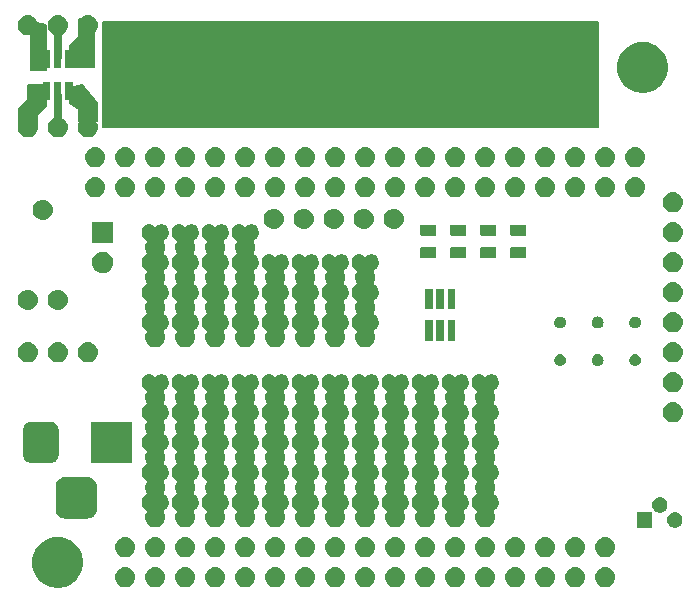
<source format=gts>
G04 #@! TF.GenerationSoftware,KiCad,Pcbnew,5.0.2+dfsg1-1~bpo9+1*
G04 #@! TF.CreationDate,2020-07-03T00:24:56-04:00*
G04 #@! TF.ProjectId,attiny10,61747469-6e79-4313-902e-6b696361645f,0.10.a*
G04 #@! TF.SameCoordinates,Original*
G04 #@! TF.FileFunction,Soldermask,Top*
G04 #@! TF.FilePolarity,Negative*
%FSLAX46Y46*%
G04 Gerber Fmt 4.6, Leading zero omitted, Abs format (unit mm)*
G04 Created by KiCad (PCBNEW 5.0.2+dfsg1-1~bpo9+1) date Fri 03 Jul 2020 12:24:56 AM EDT*
%MOMM*%
%LPD*%
G01*
G04 APERTURE LIST*
%ADD10C,0.150000*%
G04 APERTURE END LIST*
D10*
G36*
X34036000Y-61976000D02*
X34036000Y-64516000D01*
X34544000Y-64516000D01*
X34544000Y-61976000D01*
X34036000Y-61976000D01*
G37*
X34036000Y-61976000D02*
X34036000Y-64516000D01*
X34544000Y-64516000D01*
X34544000Y-61976000D01*
X34036000Y-61976000D01*
G36*
X34036000Y-57658000D02*
X34036000Y-58928000D01*
X34544000Y-58928000D01*
X34544000Y-56896000D01*
X34036000Y-56642000D01*
X34036000Y-57658000D01*
G37*
X34036000Y-57658000D02*
X34036000Y-58928000D01*
X34544000Y-58928000D01*
X34544000Y-56896000D01*
X34036000Y-56642000D01*
X34036000Y-57658000D01*
G36*
X36322000Y-61214000D02*
X37592000Y-62738000D01*
X37592000Y-64262000D01*
X36068000Y-64262000D01*
X36068000Y-63246000D01*
X35306000Y-62738000D01*
X35306000Y-61468000D01*
X36322000Y-61214000D01*
G37*
X36322000Y-61214000D02*
X37592000Y-62738000D01*
X37592000Y-64262000D01*
X36068000Y-64262000D01*
X36068000Y-63246000D01*
X35306000Y-62738000D01*
X35306000Y-61468000D01*
X36322000Y-61214000D01*
G36*
X33020000Y-61214000D02*
X31750000Y-61214000D01*
X31750000Y-62484000D01*
X30988000Y-63246000D01*
X30988000Y-64516000D01*
X32512000Y-64516000D01*
X32512000Y-63754000D01*
X33274000Y-62992000D01*
X33274000Y-61214000D01*
X33020000Y-61214000D01*
G37*
X33020000Y-61214000D02*
X31750000Y-61214000D01*
X31750000Y-62484000D01*
X30988000Y-63246000D01*
X30988000Y-64516000D01*
X32512000Y-64516000D01*
X32512000Y-63754000D01*
X33274000Y-62992000D01*
X33274000Y-61214000D01*
X33020000Y-61214000D01*
G36*
X33274000Y-59944000D02*
X32004000Y-59944000D01*
X32004000Y-55880000D01*
X33274000Y-56134000D01*
X33274000Y-59944000D01*
G37*
X33274000Y-59944000D02*
X32004000Y-59944000D01*
X32004000Y-55880000D01*
X33274000Y-56134000D01*
X33274000Y-59944000D01*
G36*
X37084000Y-59690000D02*
X37338000Y-59690000D01*
X37338000Y-55626000D01*
X36068000Y-55626000D01*
X36068000Y-57150000D01*
X35306000Y-57912000D01*
X35306000Y-59690000D01*
X37084000Y-59690000D01*
G37*
X37084000Y-59690000D02*
X37338000Y-59690000D01*
X37338000Y-55626000D01*
X36068000Y-55626000D01*
X36068000Y-57150000D01*
X35306000Y-57912000D01*
X35306000Y-59690000D01*
X37084000Y-59690000D01*
G36*
X38100000Y-55880000D02*
X38100000Y-64770000D01*
X80010000Y-64770000D01*
X80010000Y-55880000D01*
X38100000Y-55880000D01*
G37*
X38100000Y-55880000D02*
X38100000Y-64770000D01*
X80010000Y-64770000D01*
X80010000Y-55880000D01*
X38100000Y-55880000D01*
G36*
X34652578Y-99480000D02*
X34917132Y-99532623D01*
X35079203Y-99599755D01*
X35308406Y-99694694D01*
X35660548Y-99929988D01*
X35960012Y-100229452D01*
X36195306Y-100581594D01*
X36226480Y-100656855D01*
X36357377Y-100972868D01*
X36440000Y-101388243D01*
X36440000Y-101811757D01*
X36357377Y-102227132D01*
X36290245Y-102389203D01*
X36195306Y-102618406D01*
X35960012Y-102970548D01*
X35660548Y-103270012D01*
X35308406Y-103505306D01*
X35127670Y-103580169D01*
X34917132Y-103667377D01*
X34714414Y-103707700D01*
X34501758Y-103750000D01*
X34078242Y-103750000D01*
X33865586Y-103707700D01*
X33662868Y-103667377D01*
X33452330Y-103580169D01*
X33271594Y-103505306D01*
X32919452Y-103270012D01*
X32619988Y-102970548D01*
X32384694Y-102618406D01*
X32289755Y-102389203D01*
X32222623Y-102227132D01*
X32140000Y-101811757D01*
X32140000Y-101388243D01*
X32222623Y-100972868D01*
X32353520Y-100656855D01*
X32384694Y-100581594D01*
X32619988Y-100229452D01*
X32919452Y-99929988D01*
X33271594Y-99694694D01*
X33500797Y-99599755D01*
X33662868Y-99532623D01*
X33927422Y-99480000D01*
X34078242Y-99450000D01*
X34501758Y-99450000D01*
X34652578Y-99480000D01*
X34652578Y-99480000D01*
G37*
G36*
X65571630Y-102032299D02*
X65731855Y-102080903D01*
X65879520Y-102159831D01*
X66008949Y-102266051D01*
X66115169Y-102395480D01*
X66194097Y-102543145D01*
X66242701Y-102703370D01*
X66259112Y-102870000D01*
X66242701Y-103036630D01*
X66194097Y-103196855D01*
X66115169Y-103344520D01*
X66008949Y-103473949D01*
X65879520Y-103580169D01*
X65731855Y-103659097D01*
X65571630Y-103707701D01*
X65446752Y-103720000D01*
X65363248Y-103720000D01*
X65238370Y-103707701D01*
X65078145Y-103659097D01*
X64930480Y-103580169D01*
X64801051Y-103473949D01*
X64694831Y-103344520D01*
X64615903Y-103196855D01*
X64567299Y-103036630D01*
X64550888Y-102870000D01*
X64567299Y-102703370D01*
X64615903Y-102543145D01*
X64694831Y-102395480D01*
X64801051Y-102266051D01*
X64930480Y-102159831D01*
X65078145Y-102080903D01*
X65238370Y-102032299D01*
X65363248Y-102020000D01*
X65446752Y-102020000D01*
X65571630Y-102032299D01*
X65571630Y-102032299D01*
G37*
G36*
X68111630Y-102032299D02*
X68271855Y-102080903D01*
X68419520Y-102159831D01*
X68548949Y-102266051D01*
X68655169Y-102395480D01*
X68734097Y-102543145D01*
X68782701Y-102703370D01*
X68799112Y-102870000D01*
X68782701Y-103036630D01*
X68734097Y-103196855D01*
X68655169Y-103344520D01*
X68548949Y-103473949D01*
X68419520Y-103580169D01*
X68271855Y-103659097D01*
X68111630Y-103707701D01*
X67986752Y-103720000D01*
X67903248Y-103720000D01*
X67778370Y-103707701D01*
X67618145Y-103659097D01*
X67470480Y-103580169D01*
X67341051Y-103473949D01*
X67234831Y-103344520D01*
X67155903Y-103196855D01*
X67107299Y-103036630D01*
X67090888Y-102870000D01*
X67107299Y-102703370D01*
X67155903Y-102543145D01*
X67234831Y-102395480D01*
X67341051Y-102266051D01*
X67470480Y-102159831D01*
X67618145Y-102080903D01*
X67778370Y-102032299D01*
X67903248Y-102020000D01*
X67986752Y-102020000D01*
X68111630Y-102032299D01*
X68111630Y-102032299D01*
G37*
G36*
X80811630Y-102032299D02*
X80971855Y-102080903D01*
X81119520Y-102159831D01*
X81248949Y-102266051D01*
X81355169Y-102395480D01*
X81434097Y-102543145D01*
X81482701Y-102703370D01*
X81499112Y-102870000D01*
X81482701Y-103036630D01*
X81434097Y-103196855D01*
X81355169Y-103344520D01*
X81248949Y-103473949D01*
X81119520Y-103580169D01*
X80971855Y-103659097D01*
X80811630Y-103707701D01*
X80686752Y-103720000D01*
X80603248Y-103720000D01*
X80478370Y-103707701D01*
X80318145Y-103659097D01*
X80170480Y-103580169D01*
X80041051Y-103473949D01*
X79934831Y-103344520D01*
X79855903Y-103196855D01*
X79807299Y-103036630D01*
X79790888Y-102870000D01*
X79807299Y-102703370D01*
X79855903Y-102543145D01*
X79934831Y-102395480D01*
X80041051Y-102266051D01*
X80170480Y-102159831D01*
X80318145Y-102080903D01*
X80478370Y-102032299D01*
X80603248Y-102020000D01*
X80686752Y-102020000D01*
X80811630Y-102032299D01*
X80811630Y-102032299D01*
G37*
G36*
X75731630Y-102032299D02*
X75891855Y-102080903D01*
X76039520Y-102159831D01*
X76168949Y-102266051D01*
X76275169Y-102395480D01*
X76354097Y-102543145D01*
X76402701Y-102703370D01*
X76419112Y-102870000D01*
X76402701Y-103036630D01*
X76354097Y-103196855D01*
X76275169Y-103344520D01*
X76168949Y-103473949D01*
X76039520Y-103580169D01*
X75891855Y-103659097D01*
X75731630Y-103707701D01*
X75606752Y-103720000D01*
X75523248Y-103720000D01*
X75398370Y-103707701D01*
X75238145Y-103659097D01*
X75090480Y-103580169D01*
X74961051Y-103473949D01*
X74854831Y-103344520D01*
X74775903Y-103196855D01*
X74727299Y-103036630D01*
X74710888Y-102870000D01*
X74727299Y-102703370D01*
X74775903Y-102543145D01*
X74854831Y-102395480D01*
X74961051Y-102266051D01*
X75090480Y-102159831D01*
X75238145Y-102080903D01*
X75398370Y-102032299D01*
X75523248Y-102020000D01*
X75606752Y-102020000D01*
X75731630Y-102032299D01*
X75731630Y-102032299D01*
G37*
G36*
X70651630Y-102032299D02*
X70811855Y-102080903D01*
X70959520Y-102159831D01*
X71088949Y-102266051D01*
X71195169Y-102395480D01*
X71274097Y-102543145D01*
X71322701Y-102703370D01*
X71339112Y-102870000D01*
X71322701Y-103036630D01*
X71274097Y-103196855D01*
X71195169Y-103344520D01*
X71088949Y-103473949D01*
X70959520Y-103580169D01*
X70811855Y-103659097D01*
X70651630Y-103707701D01*
X70526752Y-103720000D01*
X70443248Y-103720000D01*
X70318370Y-103707701D01*
X70158145Y-103659097D01*
X70010480Y-103580169D01*
X69881051Y-103473949D01*
X69774831Y-103344520D01*
X69695903Y-103196855D01*
X69647299Y-103036630D01*
X69630888Y-102870000D01*
X69647299Y-102703370D01*
X69695903Y-102543145D01*
X69774831Y-102395480D01*
X69881051Y-102266051D01*
X70010480Y-102159831D01*
X70158145Y-102080903D01*
X70318370Y-102032299D01*
X70443248Y-102020000D01*
X70526752Y-102020000D01*
X70651630Y-102032299D01*
X70651630Y-102032299D01*
G37*
G36*
X78271630Y-102032299D02*
X78431855Y-102080903D01*
X78579520Y-102159831D01*
X78708949Y-102266051D01*
X78815169Y-102395480D01*
X78894097Y-102543145D01*
X78942701Y-102703370D01*
X78959112Y-102870000D01*
X78942701Y-103036630D01*
X78894097Y-103196855D01*
X78815169Y-103344520D01*
X78708949Y-103473949D01*
X78579520Y-103580169D01*
X78431855Y-103659097D01*
X78271630Y-103707701D01*
X78146752Y-103720000D01*
X78063248Y-103720000D01*
X77938370Y-103707701D01*
X77778145Y-103659097D01*
X77630480Y-103580169D01*
X77501051Y-103473949D01*
X77394831Y-103344520D01*
X77315903Y-103196855D01*
X77267299Y-103036630D01*
X77250888Y-102870000D01*
X77267299Y-102703370D01*
X77315903Y-102543145D01*
X77394831Y-102395480D01*
X77501051Y-102266051D01*
X77630480Y-102159831D01*
X77778145Y-102080903D01*
X77938370Y-102032299D01*
X78063248Y-102020000D01*
X78146752Y-102020000D01*
X78271630Y-102032299D01*
X78271630Y-102032299D01*
G37*
G36*
X73191630Y-102032299D02*
X73351855Y-102080903D01*
X73499520Y-102159831D01*
X73628949Y-102266051D01*
X73735169Y-102395480D01*
X73814097Y-102543145D01*
X73862701Y-102703370D01*
X73879112Y-102870000D01*
X73862701Y-103036630D01*
X73814097Y-103196855D01*
X73735169Y-103344520D01*
X73628949Y-103473949D01*
X73499520Y-103580169D01*
X73351855Y-103659097D01*
X73191630Y-103707701D01*
X73066752Y-103720000D01*
X72983248Y-103720000D01*
X72858370Y-103707701D01*
X72698145Y-103659097D01*
X72550480Y-103580169D01*
X72421051Y-103473949D01*
X72314831Y-103344520D01*
X72235903Y-103196855D01*
X72187299Y-103036630D01*
X72170888Y-102870000D01*
X72187299Y-102703370D01*
X72235903Y-102543145D01*
X72314831Y-102395480D01*
X72421051Y-102266051D01*
X72550480Y-102159831D01*
X72698145Y-102080903D01*
X72858370Y-102032299D01*
X72983248Y-102020000D01*
X73066752Y-102020000D01*
X73191630Y-102032299D01*
X73191630Y-102032299D01*
G37*
G36*
X63031630Y-102032299D02*
X63191855Y-102080903D01*
X63339520Y-102159831D01*
X63468949Y-102266051D01*
X63575169Y-102395480D01*
X63654097Y-102543145D01*
X63702701Y-102703370D01*
X63719112Y-102870000D01*
X63702701Y-103036630D01*
X63654097Y-103196855D01*
X63575169Y-103344520D01*
X63468949Y-103473949D01*
X63339520Y-103580169D01*
X63191855Y-103659097D01*
X63031630Y-103707701D01*
X62906752Y-103720000D01*
X62823248Y-103720000D01*
X62698370Y-103707701D01*
X62538145Y-103659097D01*
X62390480Y-103580169D01*
X62261051Y-103473949D01*
X62154831Y-103344520D01*
X62075903Y-103196855D01*
X62027299Y-103036630D01*
X62010888Y-102870000D01*
X62027299Y-102703370D01*
X62075903Y-102543145D01*
X62154831Y-102395480D01*
X62261051Y-102266051D01*
X62390480Y-102159831D01*
X62538145Y-102080903D01*
X62698370Y-102032299D01*
X62823248Y-102020000D01*
X62906752Y-102020000D01*
X63031630Y-102032299D01*
X63031630Y-102032299D01*
G37*
G36*
X60491630Y-102032299D02*
X60651855Y-102080903D01*
X60799520Y-102159831D01*
X60928949Y-102266051D01*
X61035169Y-102395480D01*
X61114097Y-102543145D01*
X61162701Y-102703370D01*
X61179112Y-102870000D01*
X61162701Y-103036630D01*
X61114097Y-103196855D01*
X61035169Y-103344520D01*
X60928949Y-103473949D01*
X60799520Y-103580169D01*
X60651855Y-103659097D01*
X60491630Y-103707701D01*
X60366752Y-103720000D01*
X60283248Y-103720000D01*
X60158370Y-103707701D01*
X59998145Y-103659097D01*
X59850480Y-103580169D01*
X59721051Y-103473949D01*
X59614831Y-103344520D01*
X59535903Y-103196855D01*
X59487299Y-103036630D01*
X59470888Y-102870000D01*
X59487299Y-102703370D01*
X59535903Y-102543145D01*
X59614831Y-102395480D01*
X59721051Y-102266051D01*
X59850480Y-102159831D01*
X59998145Y-102080903D01*
X60158370Y-102032299D01*
X60283248Y-102020000D01*
X60366752Y-102020000D01*
X60491630Y-102032299D01*
X60491630Y-102032299D01*
G37*
G36*
X55411630Y-102032299D02*
X55571855Y-102080903D01*
X55719520Y-102159831D01*
X55848949Y-102266051D01*
X55955169Y-102395480D01*
X56034097Y-102543145D01*
X56082701Y-102703370D01*
X56099112Y-102870000D01*
X56082701Y-103036630D01*
X56034097Y-103196855D01*
X55955169Y-103344520D01*
X55848949Y-103473949D01*
X55719520Y-103580169D01*
X55571855Y-103659097D01*
X55411630Y-103707701D01*
X55286752Y-103720000D01*
X55203248Y-103720000D01*
X55078370Y-103707701D01*
X54918145Y-103659097D01*
X54770480Y-103580169D01*
X54641051Y-103473949D01*
X54534831Y-103344520D01*
X54455903Y-103196855D01*
X54407299Y-103036630D01*
X54390888Y-102870000D01*
X54407299Y-102703370D01*
X54455903Y-102543145D01*
X54534831Y-102395480D01*
X54641051Y-102266051D01*
X54770480Y-102159831D01*
X54918145Y-102080903D01*
X55078370Y-102032299D01*
X55203248Y-102020000D01*
X55286752Y-102020000D01*
X55411630Y-102032299D01*
X55411630Y-102032299D01*
G37*
G36*
X57951630Y-102032299D02*
X58111855Y-102080903D01*
X58259520Y-102159831D01*
X58388949Y-102266051D01*
X58495169Y-102395480D01*
X58574097Y-102543145D01*
X58622701Y-102703370D01*
X58639112Y-102870000D01*
X58622701Y-103036630D01*
X58574097Y-103196855D01*
X58495169Y-103344520D01*
X58388949Y-103473949D01*
X58259520Y-103580169D01*
X58111855Y-103659097D01*
X57951630Y-103707701D01*
X57826752Y-103720000D01*
X57743248Y-103720000D01*
X57618370Y-103707701D01*
X57458145Y-103659097D01*
X57310480Y-103580169D01*
X57181051Y-103473949D01*
X57074831Y-103344520D01*
X56995903Y-103196855D01*
X56947299Y-103036630D01*
X56930888Y-102870000D01*
X56947299Y-102703370D01*
X56995903Y-102543145D01*
X57074831Y-102395480D01*
X57181051Y-102266051D01*
X57310480Y-102159831D01*
X57458145Y-102080903D01*
X57618370Y-102032299D01*
X57743248Y-102020000D01*
X57826752Y-102020000D01*
X57951630Y-102032299D01*
X57951630Y-102032299D01*
G37*
G36*
X50331630Y-102032299D02*
X50491855Y-102080903D01*
X50639520Y-102159831D01*
X50768949Y-102266051D01*
X50875169Y-102395480D01*
X50954097Y-102543145D01*
X51002701Y-102703370D01*
X51019112Y-102870000D01*
X51002701Y-103036630D01*
X50954097Y-103196855D01*
X50875169Y-103344520D01*
X50768949Y-103473949D01*
X50639520Y-103580169D01*
X50491855Y-103659097D01*
X50331630Y-103707701D01*
X50206752Y-103720000D01*
X50123248Y-103720000D01*
X49998370Y-103707701D01*
X49838145Y-103659097D01*
X49690480Y-103580169D01*
X49561051Y-103473949D01*
X49454831Y-103344520D01*
X49375903Y-103196855D01*
X49327299Y-103036630D01*
X49310888Y-102870000D01*
X49327299Y-102703370D01*
X49375903Y-102543145D01*
X49454831Y-102395480D01*
X49561051Y-102266051D01*
X49690480Y-102159831D01*
X49838145Y-102080903D01*
X49998370Y-102032299D01*
X50123248Y-102020000D01*
X50206752Y-102020000D01*
X50331630Y-102032299D01*
X50331630Y-102032299D01*
G37*
G36*
X45251630Y-102032299D02*
X45411855Y-102080903D01*
X45559520Y-102159831D01*
X45688949Y-102266051D01*
X45795169Y-102395480D01*
X45874097Y-102543145D01*
X45922701Y-102703370D01*
X45939112Y-102870000D01*
X45922701Y-103036630D01*
X45874097Y-103196855D01*
X45795169Y-103344520D01*
X45688949Y-103473949D01*
X45559520Y-103580169D01*
X45411855Y-103659097D01*
X45251630Y-103707701D01*
X45126752Y-103720000D01*
X45043248Y-103720000D01*
X44918370Y-103707701D01*
X44758145Y-103659097D01*
X44610480Y-103580169D01*
X44481051Y-103473949D01*
X44374831Y-103344520D01*
X44295903Y-103196855D01*
X44247299Y-103036630D01*
X44230888Y-102870000D01*
X44247299Y-102703370D01*
X44295903Y-102543145D01*
X44374831Y-102395480D01*
X44481051Y-102266051D01*
X44610480Y-102159831D01*
X44758145Y-102080903D01*
X44918370Y-102032299D01*
X45043248Y-102020000D01*
X45126752Y-102020000D01*
X45251630Y-102032299D01*
X45251630Y-102032299D01*
G37*
G36*
X52871630Y-102032299D02*
X53031855Y-102080903D01*
X53179520Y-102159831D01*
X53308949Y-102266051D01*
X53415169Y-102395480D01*
X53494097Y-102543145D01*
X53542701Y-102703370D01*
X53559112Y-102870000D01*
X53542701Y-103036630D01*
X53494097Y-103196855D01*
X53415169Y-103344520D01*
X53308949Y-103473949D01*
X53179520Y-103580169D01*
X53031855Y-103659097D01*
X52871630Y-103707701D01*
X52746752Y-103720000D01*
X52663248Y-103720000D01*
X52538370Y-103707701D01*
X52378145Y-103659097D01*
X52230480Y-103580169D01*
X52101051Y-103473949D01*
X51994831Y-103344520D01*
X51915903Y-103196855D01*
X51867299Y-103036630D01*
X51850888Y-102870000D01*
X51867299Y-102703370D01*
X51915903Y-102543145D01*
X51994831Y-102395480D01*
X52101051Y-102266051D01*
X52230480Y-102159831D01*
X52378145Y-102080903D01*
X52538370Y-102032299D01*
X52663248Y-102020000D01*
X52746752Y-102020000D01*
X52871630Y-102032299D01*
X52871630Y-102032299D01*
G37*
G36*
X47791630Y-102032299D02*
X47951855Y-102080903D01*
X48099520Y-102159831D01*
X48228949Y-102266051D01*
X48335169Y-102395480D01*
X48414097Y-102543145D01*
X48462701Y-102703370D01*
X48479112Y-102870000D01*
X48462701Y-103036630D01*
X48414097Y-103196855D01*
X48335169Y-103344520D01*
X48228949Y-103473949D01*
X48099520Y-103580169D01*
X47951855Y-103659097D01*
X47791630Y-103707701D01*
X47666752Y-103720000D01*
X47583248Y-103720000D01*
X47458370Y-103707701D01*
X47298145Y-103659097D01*
X47150480Y-103580169D01*
X47021051Y-103473949D01*
X46914831Y-103344520D01*
X46835903Y-103196855D01*
X46787299Y-103036630D01*
X46770888Y-102870000D01*
X46787299Y-102703370D01*
X46835903Y-102543145D01*
X46914831Y-102395480D01*
X47021051Y-102266051D01*
X47150480Y-102159831D01*
X47298145Y-102080903D01*
X47458370Y-102032299D01*
X47583248Y-102020000D01*
X47666752Y-102020000D01*
X47791630Y-102032299D01*
X47791630Y-102032299D01*
G37*
G36*
X42711630Y-102032299D02*
X42871855Y-102080903D01*
X43019520Y-102159831D01*
X43148949Y-102266051D01*
X43255169Y-102395480D01*
X43334097Y-102543145D01*
X43382701Y-102703370D01*
X43399112Y-102870000D01*
X43382701Y-103036630D01*
X43334097Y-103196855D01*
X43255169Y-103344520D01*
X43148949Y-103473949D01*
X43019520Y-103580169D01*
X42871855Y-103659097D01*
X42711630Y-103707701D01*
X42586752Y-103720000D01*
X42503248Y-103720000D01*
X42378370Y-103707701D01*
X42218145Y-103659097D01*
X42070480Y-103580169D01*
X41941051Y-103473949D01*
X41834831Y-103344520D01*
X41755903Y-103196855D01*
X41707299Y-103036630D01*
X41690888Y-102870000D01*
X41707299Y-102703370D01*
X41755903Y-102543145D01*
X41834831Y-102395480D01*
X41941051Y-102266051D01*
X42070480Y-102159831D01*
X42218145Y-102080903D01*
X42378370Y-102032299D01*
X42503248Y-102020000D01*
X42586752Y-102020000D01*
X42711630Y-102032299D01*
X42711630Y-102032299D01*
G37*
G36*
X40171630Y-102032299D02*
X40331855Y-102080903D01*
X40479520Y-102159831D01*
X40608949Y-102266051D01*
X40715169Y-102395480D01*
X40794097Y-102543145D01*
X40842701Y-102703370D01*
X40859112Y-102870000D01*
X40842701Y-103036630D01*
X40794097Y-103196855D01*
X40715169Y-103344520D01*
X40608949Y-103473949D01*
X40479520Y-103580169D01*
X40331855Y-103659097D01*
X40171630Y-103707701D01*
X40046752Y-103720000D01*
X39963248Y-103720000D01*
X39838370Y-103707701D01*
X39678145Y-103659097D01*
X39530480Y-103580169D01*
X39401051Y-103473949D01*
X39294831Y-103344520D01*
X39215903Y-103196855D01*
X39167299Y-103036630D01*
X39150888Y-102870000D01*
X39167299Y-102703370D01*
X39215903Y-102543145D01*
X39294831Y-102395480D01*
X39401051Y-102266051D01*
X39530480Y-102159831D01*
X39678145Y-102080903D01*
X39838370Y-102032299D01*
X39963248Y-102020000D01*
X40046752Y-102020000D01*
X40171630Y-102032299D01*
X40171630Y-102032299D01*
G37*
G36*
X68111630Y-99492299D02*
X68271855Y-99540903D01*
X68419520Y-99619831D01*
X68548949Y-99726051D01*
X68655169Y-99855480D01*
X68734097Y-100003145D01*
X68782701Y-100163370D01*
X68799112Y-100330000D01*
X68782701Y-100496630D01*
X68734097Y-100656855D01*
X68655169Y-100804520D01*
X68548949Y-100933949D01*
X68419520Y-101040169D01*
X68271855Y-101119097D01*
X68111630Y-101167701D01*
X67986752Y-101180000D01*
X67903248Y-101180000D01*
X67778370Y-101167701D01*
X67618145Y-101119097D01*
X67470480Y-101040169D01*
X67341051Y-100933949D01*
X67234831Y-100804520D01*
X67155903Y-100656855D01*
X67107299Y-100496630D01*
X67090888Y-100330000D01*
X67107299Y-100163370D01*
X67155903Y-100003145D01*
X67234831Y-99855480D01*
X67341051Y-99726051D01*
X67470480Y-99619831D01*
X67618145Y-99540903D01*
X67778370Y-99492299D01*
X67903248Y-99480000D01*
X67986752Y-99480000D01*
X68111630Y-99492299D01*
X68111630Y-99492299D01*
G37*
G36*
X78271630Y-99492299D02*
X78431855Y-99540903D01*
X78579520Y-99619831D01*
X78708949Y-99726051D01*
X78815169Y-99855480D01*
X78894097Y-100003145D01*
X78942701Y-100163370D01*
X78959112Y-100330000D01*
X78942701Y-100496630D01*
X78894097Y-100656855D01*
X78815169Y-100804520D01*
X78708949Y-100933949D01*
X78579520Y-101040169D01*
X78431855Y-101119097D01*
X78271630Y-101167701D01*
X78146752Y-101180000D01*
X78063248Y-101180000D01*
X77938370Y-101167701D01*
X77778145Y-101119097D01*
X77630480Y-101040169D01*
X77501051Y-100933949D01*
X77394831Y-100804520D01*
X77315903Y-100656855D01*
X77267299Y-100496630D01*
X77250888Y-100330000D01*
X77267299Y-100163370D01*
X77315903Y-100003145D01*
X77394831Y-99855480D01*
X77501051Y-99726051D01*
X77630480Y-99619831D01*
X77778145Y-99540903D01*
X77938370Y-99492299D01*
X78063248Y-99480000D01*
X78146752Y-99480000D01*
X78271630Y-99492299D01*
X78271630Y-99492299D01*
G37*
G36*
X73191630Y-99492299D02*
X73351855Y-99540903D01*
X73499520Y-99619831D01*
X73628949Y-99726051D01*
X73735169Y-99855480D01*
X73814097Y-100003145D01*
X73862701Y-100163370D01*
X73879112Y-100330000D01*
X73862701Y-100496630D01*
X73814097Y-100656855D01*
X73735169Y-100804520D01*
X73628949Y-100933949D01*
X73499520Y-101040169D01*
X73351855Y-101119097D01*
X73191630Y-101167701D01*
X73066752Y-101180000D01*
X72983248Y-101180000D01*
X72858370Y-101167701D01*
X72698145Y-101119097D01*
X72550480Y-101040169D01*
X72421051Y-100933949D01*
X72314831Y-100804520D01*
X72235903Y-100656855D01*
X72187299Y-100496630D01*
X72170888Y-100330000D01*
X72187299Y-100163370D01*
X72235903Y-100003145D01*
X72314831Y-99855480D01*
X72421051Y-99726051D01*
X72550480Y-99619831D01*
X72698145Y-99540903D01*
X72858370Y-99492299D01*
X72983248Y-99480000D01*
X73066752Y-99480000D01*
X73191630Y-99492299D01*
X73191630Y-99492299D01*
G37*
G36*
X57951630Y-99492299D02*
X58111855Y-99540903D01*
X58259520Y-99619831D01*
X58388949Y-99726051D01*
X58495169Y-99855480D01*
X58574097Y-100003145D01*
X58622701Y-100163370D01*
X58639112Y-100330000D01*
X58622701Y-100496630D01*
X58574097Y-100656855D01*
X58495169Y-100804520D01*
X58388949Y-100933949D01*
X58259520Y-101040169D01*
X58111855Y-101119097D01*
X57951630Y-101167701D01*
X57826752Y-101180000D01*
X57743248Y-101180000D01*
X57618370Y-101167701D01*
X57458145Y-101119097D01*
X57310480Y-101040169D01*
X57181051Y-100933949D01*
X57074831Y-100804520D01*
X56995903Y-100656855D01*
X56947299Y-100496630D01*
X56930888Y-100330000D01*
X56947299Y-100163370D01*
X56995903Y-100003145D01*
X57074831Y-99855480D01*
X57181051Y-99726051D01*
X57310480Y-99619831D01*
X57458145Y-99540903D01*
X57618370Y-99492299D01*
X57743248Y-99480000D01*
X57826752Y-99480000D01*
X57951630Y-99492299D01*
X57951630Y-99492299D01*
G37*
G36*
X63031630Y-99492299D02*
X63191855Y-99540903D01*
X63339520Y-99619831D01*
X63468949Y-99726051D01*
X63575169Y-99855480D01*
X63654097Y-100003145D01*
X63702701Y-100163370D01*
X63719112Y-100330000D01*
X63702701Y-100496630D01*
X63654097Y-100656855D01*
X63575169Y-100804520D01*
X63468949Y-100933949D01*
X63339520Y-101040169D01*
X63191855Y-101119097D01*
X63031630Y-101167701D01*
X62906752Y-101180000D01*
X62823248Y-101180000D01*
X62698370Y-101167701D01*
X62538145Y-101119097D01*
X62390480Y-101040169D01*
X62261051Y-100933949D01*
X62154831Y-100804520D01*
X62075903Y-100656855D01*
X62027299Y-100496630D01*
X62010888Y-100330000D01*
X62027299Y-100163370D01*
X62075903Y-100003145D01*
X62154831Y-99855480D01*
X62261051Y-99726051D01*
X62390480Y-99619831D01*
X62538145Y-99540903D01*
X62698370Y-99492299D01*
X62823248Y-99480000D01*
X62906752Y-99480000D01*
X63031630Y-99492299D01*
X63031630Y-99492299D01*
G37*
G36*
X65571630Y-99492299D02*
X65731855Y-99540903D01*
X65879520Y-99619831D01*
X66008949Y-99726051D01*
X66115169Y-99855480D01*
X66194097Y-100003145D01*
X66242701Y-100163370D01*
X66259112Y-100330000D01*
X66242701Y-100496630D01*
X66194097Y-100656855D01*
X66115169Y-100804520D01*
X66008949Y-100933949D01*
X65879520Y-101040169D01*
X65731855Y-101119097D01*
X65571630Y-101167701D01*
X65446752Y-101180000D01*
X65363248Y-101180000D01*
X65238370Y-101167701D01*
X65078145Y-101119097D01*
X64930480Y-101040169D01*
X64801051Y-100933949D01*
X64694831Y-100804520D01*
X64615903Y-100656855D01*
X64567299Y-100496630D01*
X64550888Y-100330000D01*
X64567299Y-100163370D01*
X64615903Y-100003145D01*
X64694831Y-99855480D01*
X64801051Y-99726051D01*
X64930480Y-99619831D01*
X65078145Y-99540903D01*
X65238370Y-99492299D01*
X65363248Y-99480000D01*
X65446752Y-99480000D01*
X65571630Y-99492299D01*
X65571630Y-99492299D01*
G37*
G36*
X60491630Y-99492299D02*
X60651855Y-99540903D01*
X60799520Y-99619831D01*
X60928949Y-99726051D01*
X61035169Y-99855480D01*
X61114097Y-100003145D01*
X61162701Y-100163370D01*
X61179112Y-100330000D01*
X61162701Y-100496630D01*
X61114097Y-100656855D01*
X61035169Y-100804520D01*
X60928949Y-100933949D01*
X60799520Y-101040169D01*
X60651855Y-101119097D01*
X60491630Y-101167701D01*
X60366752Y-101180000D01*
X60283248Y-101180000D01*
X60158370Y-101167701D01*
X59998145Y-101119097D01*
X59850480Y-101040169D01*
X59721051Y-100933949D01*
X59614831Y-100804520D01*
X59535903Y-100656855D01*
X59487299Y-100496630D01*
X59470888Y-100330000D01*
X59487299Y-100163370D01*
X59535903Y-100003145D01*
X59614831Y-99855480D01*
X59721051Y-99726051D01*
X59850480Y-99619831D01*
X59998145Y-99540903D01*
X60158370Y-99492299D01*
X60283248Y-99480000D01*
X60366752Y-99480000D01*
X60491630Y-99492299D01*
X60491630Y-99492299D01*
G37*
G36*
X55411630Y-99492299D02*
X55571855Y-99540903D01*
X55719520Y-99619831D01*
X55848949Y-99726051D01*
X55955169Y-99855480D01*
X56034097Y-100003145D01*
X56082701Y-100163370D01*
X56099112Y-100330000D01*
X56082701Y-100496630D01*
X56034097Y-100656855D01*
X55955169Y-100804520D01*
X55848949Y-100933949D01*
X55719520Y-101040169D01*
X55571855Y-101119097D01*
X55411630Y-101167701D01*
X55286752Y-101180000D01*
X55203248Y-101180000D01*
X55078370Y-101167701D01*
X54918145Y-101119097D01*
X54770480Y-101040169D01*
X54641051Y-100933949D01*
X54534831Y-100804520D01*
X54455903Y-100656855D01*
X54407299Y-100496630D01*
X54390888Y-100330000D01*
X54407299Y-100163370D01*
X54455903Y-100003145D01*
X54534831Y-99855480D01*
X54641051Y-99726051D01*
X54770480Y-99619831D01*
X54918145Y-99540903D01*
X55078370Y-99492299D01*
X55203248Y-99480000D01*
X55286752Y-99480000D01*
X55411630Y-99492299D01*
X55411630Y-99492299D01*
G37*
G36*
X52871630Y-99492299D02*
X53031855Y-99540903D01*
X53179520Y-99619831D01*
X53308949Y-99726051D01*
X53415169Y-99855480D01*
X53494097Y-100003145D01*
X53542701Y-100163370D01*
X53559112Y-100330000D01*
X53542701Y-100496630D01*
X53494097Y-100656855D01*
X53415169Y-100804520D01*
X53308949Y-100933949D01*
X53179520Y-101040169D01*
X53031855Y-101119097D01*
X52871630Y-101167701D01*
X52746752Y-101180000D01*
X52663248Y-101180000D01*
X52538370Y-101167701D01*
X52378145Y-101119097D01*
X52230480Y-101040169D01*
X52101051Y-100933949D01*
X51994831Y-100804520D01*
X51915903Y-100656855D01*
X51867299Y-100496630D01*
X51850888Y-100330000D01*
X51867299Y-100163370D01*
X51915903Y-100003145D01*
X51994831Y-99855480D01*
X52101051Y-99726051D01*
X52230480Y-99619831D01*
X52378145Y-99540903D01*
X52538370Y-99492299D01*
X52663248Y-99480000D01*
X52746752Y-99480000D01*
X52871630Y-99492299D01*
X52871630Y-99492299D01*
G37*
G36*
X47791630Y-99492299D02*
X47951855Y-99540903D01*
X48099520Y-99619831D01*
X48228949Y-99726051D01*
X48335169Y-99855480D01*
X48414097Y-100003145D01*
X48462701Y-100163370D01*
X48479112Y-100330000D01*
X48462701Y-100496630D01*
X48414097Y-100656855D01*
X48335169Y-100804520D01*
X48228949Y-100933949D01*
X48099520Y-101040169D01*
X47951855Y-101119097D01*
X47791630Y-101167701D01*
X47666752Y-101180000D01*
X47583248Y-101180000D01*
X47458370Y-101167701D01*
X47298145Y-101119097D01*
X47150480Y-101040169D01*
X47021051Y-100933949D01*
X46914831Y-100804520D01*
X46835903Y-100656855D01*
X46787299Y-100496630D01*
X46770888Y-100330000D01*
X46787299Y-100163370D01*
X46835903Y-100003145D01*
X46914831Y-99855480D01*
X47021051Y-99726051D01*
X47150480Y-99619831D01*
X47298145Y-99540903D01*
X47458370Y-99492299D01*
X47583248Y-99480000D01*
X47666752Y-99480000D01*
X47791630Y-99492299D01*
X47791630Y-99492299D01*
G37*
G36*
X50331630Y-99492299D02*
X50491855Y-99540903D01*
X50639520Y-99619831D01*
X50768949Y-99726051D01*
X50875169Y-99855480D01*
X50954097Y-100003145D01*
X51002701Y-100163370D01*
X51019112Y-100330000D01*
X51002701Y-100496630D01*
X50954097Y-100656855D01*
X50875169Y-100804520D01*
X50768949Y-100933949D01*
X50639520Y-101040169D01*
X50491855Y-101119097D01*
X50331630Y-101167701D01*
X50206752Y-101180000D01*
X50123248Y-101180000D01*
X49998370Y-101167701D01*
X49838145Y-101119097D01*
X49690480Y-101040169D01*
X49561051Y-100933949D01*
X49454831Y-100804520D01*
X49375903Y-100656855D01*
X49327299Y-100496630D01*
X49310888Y-100330000D01*
X49327299Y-100163370D01*
X49375903Y-100003145D01*
X49454831Y-99855480D01*
X49561051Y-99726051D01*
X49690480Y-99619831D01*
X49838145Y-99540903D01*
X49998370Y-99492299D01*
X50123248Y-99480000D01*
X50206752Y-99480000D01*
X50331630Y-99492299D01*
X50331630Y-99492299D01*
G37*
G36*
X45251630Y-99492299D02*
X45411855Y-99540903D01*
X45559520Y-99619831D01*
X45688949Y-99726051D01*
X45795169Y-99855480D01*
X45874097Y-100003145D01*
X45922701Y-100163370D01*
X45939112Y-100330000D01*
X45922701Y-100496630D01*
X45874097Y-100656855D01*
X45795169Y-100804520D01*
X45688949Y-100933949D01*
X45559520Y-101040169D01*
X45411855Y-101119097D01*
X45251630Y-101167701D01*
X45126752Y-101180000D01*
X45043248Y-101180000D01*
X44918370Y-101167701D01*
X44758145Y-101119097D01*
X44610480Y-101040169D01*
X44481051Y-100933949D01*
X44374831Y-100804520D01*
X44295903Y-100656855D01*
X44247299Y-100496630D01*
X44230888Y-100330000D01*
X44247299Y-100163370D01*
X44295903Y-100003145D01*
X44374831Y-99855480D01*
X44481051Y-99726051D01*
X44610480Y-99619831D01*
X44758145Y-99540903D01*
X44918370Y-99492299D01*
X45043248Y-99480000D01*
X45126752Y-99480000D01*
X45251630Y-99492299D01*
X45251630Y-99492299D01*
G37*
G36*
X75731630Y-99492299D02*
X75891855Y-99540903D01*
X76039520Y-99619831D01*
X76168949Y-99726051D01*
X76275169Y-99855480D01*
X76354097Y-100003145D01*
X76402701Y-100163370D01*
X76419112Y-100330000D01*
X76402701Y-100496630D01*
X76354097Y-100656855D01*
X76275169Y-100804520D01*
X76168949Y-100933949D01*
X76039520Y-101040169D01*
X75891855Y-101119097D01*
X75731630Y-101167701D01*
X75606752Y-101180000D01*
X75523248Y-101180000D01*
X75398370Y-101167701D01*
X75238145Y-101119097D01*
X75090480Y-101040169D01*
X74961051Y-100933949D01*
X74854831Y-100804520D01*
X74775903Y-100656855D01*
X74727299Y-100496630D01*
X74710888Y-100330000D01*
X74727299Y-100163370D01*
X74775903Y-100003145D01*
X74854831Y-99855480D01*
X74961051Y-99726051D01*
X75090480Y-99619831D01*
X75238145Y-99540903D01*
X75398370Y-99492299D01*
X75523248Y-99480000D01*
X75606752Y-99480000D01*
X75731630Y-99492299D01*
X75731630Y-99492299D01*
G37*
G36*
X80811630Y-99492299D02*
X80971855Y-99540903D01*
X81119520Y-99619831D01*
X81248949Y-99726051D01*
X81355169Y-99855480D01*
X81434097Y-100003145D01*
X81482701Y-100163370D01*
X81499112Y-100330000D01*
X81482701Y-100496630D01*
X81434097Y-100656855D01*
X81355169Y-100804520D01*
X81248949Y-100933949D01*
X81119520Y-101040169D01*
X80971855Y-101119097D01*
X80811630Y-101167701D01*
X80686752Y-101180000D01*
X80603248Y-101180000D01*
X80478370Y-101167701D01*
X80318145Y-101119097D01*
X80170480Y-101040169D01*
X80041051Y-100933949D01*
X79934831Y-100804520D01*
X79855903Y-100656855D01*
X79807299Y-100496630D01*
X79790888Y-100330000D01*
X79807299Y-100163370D01*
X79855903Y-100003145D01*
X79934831Y-99855480D01*
X80041051Y-99726051D01*
X80170480Y-99619831D01*
X80318145Y-99540903D01*
X80478370Y-99492299D01*
X80603248Y-99480000D01*
X80686752Y-99480000D01*
X80811630Y-99492299D01*
X80811630Y-99492299D01*
G37*
G36*
X42711630Y-99492299D02*
X42871855Y-99540903D01*
X43019520Y-99619831D01*
X43148949Y-99726051D01*
X43255169Y-99855480D01*
X43334097Y-100003145D01*
X43382701Y-100163370D01*
X43399112Y-100330000D01*
X43382701Y-100496630D01*
X43334097Y-100656855D01*
X43255169Y-100804520D01*
X43148949Y-100933949D01*
X43019520Y-101040169D01*
X42871855Y-101119097D01*
X42711630Y-101167701D01*
X42586752Y-101180000D01*
X42503248Y-101180000D01*
X42378370Y-101167701D01*
X42218145Y-101119097D01*
X42070480Y-101040169D01*
X41941051Y-100933949D01*
X41834831Y-100804520D01*
X41755903Y-100656855D01*
X41707299Y-100496630D01*
X41690888Y-100330000D01*
X41707299Y-100163370D01*
X41755903Y-100003145D01*
X41834831Y-99855480D01*
X41941051Y-99726051D01*
X42070480Y-99619831D01*
X42218145Y-99540903D01*
X42378370Y-99492299D01*
X42503248Y-99480000D01*
X42586752Y-99480000D01*
X42711630Y-99492299D01*
X42711630Y-99492299D01*
G37*
G36*
X70651630Y-99492299D02*
X70811855Y-99540903D01*
X70959520Y-99619831D01*
X71088949Y-99726051D01*
X71195169Y-99855480D01*
X71274097Y-100003145D01*
X71322701Y-100163370D01*
X71339112Y-100330000D01*
X71322701Y-100496630D01*
X71274097Y-100656855D01*
X71195169Y-100804520D01*
X71088949Y-100933949D01*
X70959520Y-101040169D01*
X70811855Y-101119097D01*
X70651630Y-101167701D01*
X70526752Y-101180000D01*
X70443248Y-101180000D01*
X70318370Y-101167701D01*
X70158145Y-101119097D01*
X70010480Y-101040169D01*
X69881051Y-100933949D01*
X69774831Y-100804520D01*
X69695903Y-100656855D01*
X69647299Y-100496630D01*
X69630888Y-100330000D01*
X69647299Y-100163370D01*
X69695903Y-100003145D01*
X69774831Y-99855480D01*
X69881051Y-99726051D01*
X70010480Y-99619831D01*
X70158145Y-99540903D01*
X70318370Y-99492299D01*
X70443248Y-99480000D01*
X70526752Y-99480000D01*
X70651630Y-99492299D01*
X70651630Y-99492299D01*
G37*
G36*
X40171630Y-99492299D02*
X40331855Y-99540903D01*
X40479520Y-99619831D01*
X40608949Y-99726051D01*
X40715169Y-99855480D01*
X40794097Y-100003145D01*
X40842701Y-100163370D01*
X40859112Y-100330000D01*
X40842701Y-100496630D01*
X40794097Y-100656855D01*
X40715169Y-100804520D01*
X40608949Y-100933949D01*
X40479520Y-101040169D01*
X40331855Y-101119097D01*
X40171630Y-101167701D01*
X40046752Y-101180000D01*
X39963248Y-101180000D01*
X39838370Y-101167701D01*
X39678145Y-101119097D01*
X39530480Y-101040169D01*
X39401051Y-100933949D01*
X39294831Y-100804520D01*
X39215903Y-100656855D01*
X39167299Y-100496630D01*
X39150888Y-100330000D01*
X39167299Y-100163370D01*
X39215903Y-100003145D01*
X39294831Y-99855480D01*
X39401051Y-99726051D01*
X39530480Y-99619831D01*
X39678145Y-99540903D01*
X39838370Y-99492299D01*
X39963248Y-99480000D01*
X40046752Y-99480000D01*
X40171630Y-99492299D01*
X40171630Y-99492299D01*
G37*
G36*
X86687738Y-97366653D02*
X86729598Y-97374979D01*
X86761516Y-97388200D01*
X86847890Y-97423977D01*
X86954354Y-97495114D01*
X87044886Y-97585646D01*
X87116023Y-97692110D01*
X87165021Y-97810403D01*
X87190000Y-97935979D01*
X87190000Y-98064021D01*
X87165021Y-98189597D01*
X87116023Y-98307890D01*
X87044886Y-98414354D01*
X86954354Y-98504886D01*
X86847890Y-98576023D01*
X86764245Y-98610670D01*
X86729598Y-98625021D01*
X86687738Y-98633347D01*
X86604021Y-98650000D01*
X86475979Y-98650000D01*
X86392262Y-98633347D01*
X86350402Y-98625021D01*
X86315755Y-98610670D01*
X86232110Y-98576023D01*
X86125646Y-98504886D01*
X86035114Y-98414354D01*
X85963977Y-98307890D01*
X85914979Y-98189597D01*
X85890000Y-98064021D01*
X85890000Y-97935979D01*
X85914979Y-97810403D01*
X85963977Y-97692110D01*
X86035114Y-97585646D01*
X86125646Y-97495114D01*
X86232110Y-97423977D01*
X86318484Y-97388200D01*
X86350402Y-97374979D01*
X86392262Y-97366653D01*
X86475979Y-97350000D01*
X86604021Y-97350000D01*
X86687738Y-97366653D01*
X86687738Y-97366653D01*
G37*
G36*
X84650000Y-98650000D02*
X83350000Y-98650000D01*
X83350000Y-97350000D01*
X84650000Y-97350000D01*
X84650000Y-98650000D01*
X84650000Y-98650000D01*
G37*
G36*
X50817620Y-85668682D02*
X50930720Y-85702990D01*
X51034954Y-85758704D01*
X51126317Y-85833683D01*
X51201296Y-85925045D01*
X51257010Y-86029279D01*
X51291318Y-86142379D01*
X51300000Y-86230526D01*
X51300000Y-86489473D01*
X51291318Y-86577620D01*
X51257010Y-86690720D01*
X51201296Y-86794955D01*
X51126317Y-86886317D01*
X51034955Y-86961296D01*
X50940174Y-87011957D01*
X50919811Y-87025564D01*
X50902484Y-87042891D01*
X50888870Y-87063266D01*
X50879492Y-87085905D01*
X50874712Y-87109938D01*
X50874712Y-87134442D01*
X50879493Y-87158476D01*
X50888870Y-87181114D01*
X50926117Y-87250799D01*
X50954097Y-87303145D01*
X50954097Y-87303146D01*
X51002701Y-87463370D01*
X51019112Y-87630000D01*
X51002701Y-87796630D01*
X50963273Y-87926604D01*
X50954097Y-87956855D01*
X50926117Y-88009201D01*
X50888870Y-88078886D01*
X50879492Y-88101525D01*
X50874712Y-88125558D01*
X50874712Y-88150063D01*
X50879493Y-88174096D01*
X50888870Y-88196735D01*
X50902484Y-88217110D01*
X50919811Y-88234437D01*
X50940178Y-88248046D01*
X51034954Y-88298704D01*
X51126317Y-88373683D01*
X51201296Y-88465045D01*
X51257010Y-88569279D01*
X51291318Y-88682379D01*
X51300000Y-88770526D01*
X51300000Y-89029473D01*
X51291318Y-89117620D01*
X51257010Y-89230720D01*
X51201296Y-89334955D01*
X51126317Y-89426317D01*
X51034955Y-89501296D01*
X50940174Y-89551957D01*
X50919811Y-89565564D01*
X50902484Y-89582891D01*
X50888870Y-89603266D01*
X50879492Y-89625905D01*
X50874712Y-89649938D01*
X50874712Y-89674442D01*
X50879493Y-89698476D01*
X50888870Y-89721114D01*
X50926117Y-89790799D01*
X50954097Y-89843145D01*
X50954097Y-89843146D01*
X51002701Y-90003370D01*
X51019112Y-90170000D01*
X51002701Y-90336630D01*
X50963273Y-90466604D01*
X50954097Y-90496855D01*
X50926117Y-90549201D01*
X50888870Y-90618886D01*
X50879492Y-90641525D01*
X50874712Y-90665558D01*
X50874712Y-90690063D01*
X50879493Y-90714096D01*
X50888870Y-90736735D01*
X50902484Y-90757110D01*
X50919811Y-90774437D01*
X50940178Y-90788046D01*
X51034954Y-90838704D01*
X51126317Y-90913683D01*
X51201296Y-91005045D01*
X51257010Y-91109279D01*
X51291318Y-91222379D01*
X51300000Y-91310526D01*
X51300000Y-91569473D01*
X51291318Y-91657620D01*
X51257010Y-91770720D01*
X51201296Y-91874955D01*
X51126317Y-91966317D01*
X51034955Y-92041296D01*
X50940174Y-92091957D01*
X50919811Y-92105564D01*
X50902484Y-92122891D01*
X50888870Y-92143266D01*
X50879492Y-92165905D01*
X50874712Y-92189938D01*
X50874712Y-92214442D01*
X50879493Y-92238476D01*
X50888870Y-92261114D01*
X50926117Y-92330799D01*
X50954097Y-92383145D01*
X50954097Y-92383146D01*
X51002701Y-92543370D01*
X51019112Y-92710000D01*
X51002701Y-92876630D01*
X50974277Y-92970330D01*
X50954097Y-93036855D01*
X50926117Y-93089201D01*
X50888870Y-93158886D01*
X50879492Y-93181525D01*
X50874712Y-93205558D01*
X50874712Y-93230063D01*
X50879493Y-93254096D01*
X50888870Y-93276735D01*
X50902484Y-93297110D01*
X50919811Y-93314437D01*
X50940178Y-93328046D01*
X51034954Y-93378704D01*
X51126317Y-93453683D01*
X51201296Y-93545045D01*
X51257010Y-93649279D01*
X51291318Y-93762379D01*
X51300000Y-93850526D01*
X51300000Y-94109473D01*
X51291318Y-94197620D01*
X51257010Y-94310720D01*
X51201296Y-94414955D01*
X51126317Y-94506317D01*
X51034955Y-94581296D01*
X50940174Y-94631957D01*
X50919811Y-94645564D01*
X50902484Y-94662891D01*
X50888870Y-94683266D01*
X50879492Y-94705905D01*
X50874712Y-94729938D01*
X50874712Y-94754442D01*
X50879493Y-94778476D01*
X50888870Y-94801114D01*
X50926117Y-94870799D01*
X50954097Y-94923145D01*
X50963273Y-94953396D01*
X51002701Y-95083370D01*
X51019112Y-95250000D01*
X51002701Y-95416630D01*
X50963273Y-95546604D01*
X50954097Y-95576855D01*
X50926117Y-95629201D01*
X50888870Y-95698886D01*
X50879492Y-95721525D01*
X50874712Y-95745558D01*
X50874712Y-95770063D01*
X50879493Y-95794096D01*
X50888870Y-95816735D01*
X50902484Y-95837110D01*
X50919811Y-95854437D01*
X50940178Y-95868046D01*
X51034954Y-95918704D01*
X51126317Y-95993683D01*
X51201296Y-96085045D01*
X51257010Y-96189279D01*
X51291318Y-96302379D01*
X51300000Y-96390526D01*
X51300000Y-96649473D01*
X51291318Y-96737620D01*
X51257010Y-96850720D01*
X51201296Y-96954955D01*
X51126317Y-97046317D01*
X51034955Y-97121296D01*
X50940174Y-97171957D01*
X50919811Y-97185564D01*
X50902484Y-97202891D01*
X50888870Y-97223266D01*
X50879492Y-97245905D01*
X50874712Y-97269938D01*
X50874712Y-97294442D01*
X50879493Y-97318476D01*
X50888870Y-97341114D01*
X50896303Y-97355021D01*
X50954097Y-97463145D01*
X50954097Y-97463146D01*
X51002701Y-97623370D01*
X51019112Y-97790000D01*
X51002701Y-97956630D01*
X50954097Y-98116855D01*
X50875169Y-98264520D01*
X50768949Y-98393949D01*
X50639520Y-98500169D01*
X50491855Y-98579097D01*
X50331630Y-98627701D01*
X50206752Y-98640000D01*
X50123248Y-98640000D01*
X49998370Y-98627701D01*
X49838145Y-98579097D01*
X49690480Y-98500169D01*
X49561051Y-98393949D01*
X49454831Y-98264520D01*
X49375903Y-98116855D01*
X49327299Y-97956630D01*
X49310888Y-97790000D01*
X49327299Y-97623370D01*
X49375903Y-97463146D01*
X49375903Y-97463145D01*
X49433697Y-97355021D01*
X49441130Y-97341114D01*
X49450508Y-97318475D01*
X49455288Y-97294442D01*
X49455288Y-97269937D01*
X49450507Y-97245904D01*
X49441130Y-97223265D01*
X49427516Y-97202890D01*
X49410189Y-97185563D01*
X49389822Y-97171954D01*
X49295046Y-97121296D01*
X49203684Y-97046317D01*
X49128705Y-96954955D01*
X49072990Y-96850721D01*
X49038682Y-96737621D01*
X49030000Y-96649474D01*
X49030000Y-96390527D01*
X49038682Y-96302380D01*
X49072990Y-96189280D01*
X49128704Y-96085046D01*
X49203683Y-95993683D01*
X49295045Y-95918704D01*
X49389826Y-95868043D01*
X49410189Y-95854436D01*
X49427516Y-95837109D01*
X49441130Y-95816734D01*
X49450508Y-95794095D01*
X49455288Y-95770062D01*
X49455288Y-95745558D01*
X49450507Y-95721524D01*
X49441130Y-95698886D01*
X49403883Y-95629201D01*
X49375903Y-95576855D01*
X49366727Y-95546604D01*
X49327299Y-95416630D01*
X49310888Y-95250000D01*
X49327299Y-95083370D01*
X49366727Y-94953396D01*
X49375903Y-94923145D01*
X49403883Y-94870799D01*
X49441130Y-94801114D01*
X49450508Y-94778475D01*
X49455288Y-94754442D01*
X49455288Y-94729937D01*
X49450507Y-94705904D01*
X49441130Y-94683265D01*
X49427516Y-94662890D01*
X49410189Y-94645563D01*
X49389822Y-94631954D01*
X49295046Y-94581296D01*
X49203684Y-94506317D01*
X49128705Y-94414955D01*
X49072990Y-94310721D01*
X49038682Y-94197621D01*
X49030000Y-94109474D01*
X49030000Y-93850527D01*
X49038682Y-93762380D01*
X49072990Y-93649280D01*
X49128704Y-93545046D01*
X49203683Y-93453683D01*
X49295045Y-93378704D01*
X49389826Y-93328043D01*
X49410189Y-93314436D01*
X49427516Y-93297109D01*
X49441130Y-93276734D01*
X49450508Y-93254095D01*
X49455288Y-93230062D01*
X49455288Y-93205558D01*
X49450507Y-93181524D01*
X49441130Y-93158886D01*
X49403883Y-93089201D01*
X49375903Y-93036855D01*
X49355723Y-92970330D01*
X49327299Y-92876630D01*
X49310888Y-92710000D01*
X49327299Y-92543370D01*
X49375903Y-92383146D01*
X49375903Y-92383145D01*
X49403883Y-92330799D01*
X49441130Y-92261114D01*
X49450508Y-92238475D01*
X49455288Y-92214442D01*
X49455288Y-92189937D01*
X49450507Y-92165904D01*
X49441130Y-92143265D01*
X49427516Y-92122890D01*
X49410189Y-92105563D01*
X49389822Y-92091954D01*
X49295046Y-92041296D01*
X49203684Y-91966317D01*
X49128705Y-91874955D01*
X49072990Y-91770721D01*
X49038682Y-91657621D01*
X49030000Y-91569474D01*
X49030000Y-91310527D01*
X49038682Y-91222380D01*
X49072990Y-91109280D01*
X49128704Y-91005046D01*
X49203683Y-90913683D01*
X49295045Y-90838704D01*
X49389826Y-90788043D01*
X49410189Y-90774436D01*
X49427516Y-90757109D01*
X49441130Y-90736734D01*
X49450508Y-90714095D01*
X49455288Y-90690062D01*
X49455288Y-90665558D01*
X49450507Y-90641524D01*
X49441130Y-90618886D01*
X49403883Y-90549201D01*
X49375903Y-90496855D01*
X49366727Y-90466604D01*
X49327299Y-90336630D01*
X49310888Y-90170000D01*
X49327299Y-90003370D01*
X49375903Y-89843146D01*
X49375903Y-89843145D01*
X49403883Y-89790799D01*
X49441130Y-89721114D01*
X49450508Y-89698475D01*
X49455288Y-89674442D01*
X49455288Y-89649937D01*
X49450507Y-89625904D01*
X49441130Y-89603265D01*
X49427516Y-89582890D01*
X49410189Y-89565563D01*
X49389822Y-89551954D01*
X49295046Y-89501296D01*
X49203684Y-89426317D01*
X49128705Y-89334955D01*
X49072990Y-89230721D01*
X49038682Y-89117621D01*
X49030000Y-89029474D01*
X49030000Y-88770527D01*
X49038682Y-88682380D01*
X49072990Y-88569280D01*
X49128704Y-88465046D01*
X49203683Y-88373683D01*
X49295045Y-88298704D01*
X49389826Y-88248043D01*
X49410189Y-88234436D01*
X49427516Y-88217109D01*
X49441130Y-88196734D01*
X49450508Y-88174095D01*
X49455288Y-88150062D01*
X49455288Y-88125558D01*
X49450507Y-88101524D01*
X49441130Y-88078886D01*
X49403883Y-88009201D01*
X49375903Y-87956855D01*
X49366727Y-87926604D01*
X49327299Y-87796630D01*
X49310888Y-87630000D01*
X49327299Y-87463370D01*
X49375903Y-87303146D01*
X49375903Y-87303145D01*
X49403883Y-87250799D01*
X49441130Y-87181114D01*
X49450508Y-87158475D01*
X49455288Y-87134442D01*
X49455288Y-87109937D01*
X49450507Y-87085904D01*
X49441130Y-87063265D01*
X49427516Y-87042890D01*
X49410189Y-87025563D01*
X49389822Y-87011954D01*
X49295046Y-86961296D01*
X49203684Y-86886317D01*
X49128705Y-86794955D01*
X49072990Y-86690721D01*
X49038682Y-86577621D01*
X49030000Y-86489474D01*
X49030000Y-86230527D01*
X49038682Y-86142380D01*
X49072990Y-86029280D01*
X49128704Y-85925046D01*
X49203683Y-85833683D01*
X49295045Y-85758704D01*
X49399279Y-85702990D01*
X49512379Y-85668682D01*
X49630000Y-85657097D01*
X49747620Y-85668682D01*
X49860720Y-85702990D01*
X49964954Y-85758704D01*
X50056317Y-85833683D01*
X50068390Y-85848394D01*
X50085702Y-85865705D01*
X50106076Y-85879319D01*
X50128715Y-85888696D01*
X50152749Y-85893476D01*
X50177253Y-85893476D01*
X50201287Y-85888695D01*
X50223926Y-85879318D01*
X50244300Y-85865704D01*
X50261611Y-85848393D01*
X50273683Y-85833683D01*
X50365045Y-85758704D01*
X50469279Y-85702990D01*
X50582379Y-85668682D01*
X50700000Y-85657097D01*
X50817620Y-85668682D01*
X50817620Y-85668682D01*
G37*
G36*
X53357620Y-85668682D02*
X53470720Y-85702990D01*
X53574954Y-85758704D01*
X53666317Y-85833683D01*
X53741296Y-85925045D01*
X53797010Y-86029279D01*
X53831318Y-86142379D01*
X53840000Y-86230526D01*
X53840000Y-86489473D01*
X53831318Y-86577620D01*
X53797010Y-86690720D01*
X53741296Y-86794955D01*
X53666317Y-86886317D01*
X53574955Y-86961296D01*
X53480174Y-87011957D01*
X53459811Y-87025564D01*
X53442484Y-87042891D01*
X53428870Y-87063266D01*
X53419492Y-87085905D01*
X53414712Y-87109938D01*
X53414712Y-87134442D01*
X53419493Y-87158476D01*
X53428870Y-87181114D01*
X53466117Y-87250799D01*
X53494097Y-87303145D01*
X53494097Y-87303146D01*
X53542701Y-87463370D01*
X53559112Y-87630000D01*
X53542701Y-87796630D01*
X53503273Y-87926604D01*
X53494097Y-87956855D01*
X53466117Y-88009201D01*
X53428870Y-88078886D01*
X53419492Y-88101525D01*
X53414712Y-88125558D01*
X53414712Y-88150063D01*
X53419493Y-88174096D01*
X53428870Y-88196735D01*
X53442484Y-88217110D01*
X53459811Y-88234437D01*
X53480178Y-88248046D01*
X53574954Y-88298704D01*
X53666317Y-88373683D01*
X53741296Y-88465045D01*
X53797010Y-88569279D01*
X53831318Y-88682379D01*
X53840000Y-88770526D01*
X53840000Y-89029473D01*
X53831318Y-89117620D01*
X53797010Y-89230720D01*
X53741296Y-89334955D01*
X53666317Y-89426317D01*
X53574955Y-89501296D01*
X53480174Y-89551957D01*
X53459811Y-89565564D01*
X53442484Y-89582891D01*
X53428870Y-89603266D01*
X53419492Y-89625905D01*
X53414712Y-89649938D01*
X53414712Y-89674442D01*
X53419493Y-89698476D01*
X53428870Y-89721114D01*
X53466117Y-89790799D01*
X53494097Y-89843145D01*
X53494097Y-89843146D01*
X53542701Y-90003370D01*
X53559112Y-90170000D01*
X53542701Y-90336630D01*
X53503273Y-90466604D01*
X53494097Y-90496855D01*
X53466117Y-90549201D01*
X53428870Y-90618886D01*
X53419492Y-90641525D01*
X53414712Y-90665558D01*
X53414712Y-90690063D01*
X53419493Y-90714096D01*
X53428870Y-90736735D01*
X53442484Y-90757110D01*
X53459811Y-90774437D01*
X53480178Y-90788046D01*
X53574954Y-90838704D01*
X53666317Y-90913683D01*
X53741296Y-91005045D01*
X53797010Y-91109279D01*
X53831318Y-91222379D01*
X53840000Y-91310526D01*
X53840000Y-91569473D01*
X53831318Y-91657620D01*
X53797010Y-91770720D01*
X53741296Y-91874955D01*
X53666317Y-91966317D01*
X53574955Y-92041296D01*
X53480174Y-92091957D01*
X53459811Y-92105564D01*
X53442484Y-92122891D01*
X53428870Y-92143266D01*
X53419492Y-92165905D01*
X53414712Y-92189938D01*
X53414712Y-92214442D01*
X53419493Y-92238476D01*
X53428870Y-92261114D01*
X53466117Y-92330799D01*
X53494097Y-92383145D01*
X53494097Y-92383146D01*
X53542701Y-92543370D01*
X53559112Y-92710000D01*
X53542701Y-92876630D01*
X53514277Y-92970330D01*
X53494097Y-93036855D01*
X53466117Y-93089201D01*
X53428870Y-93158886D01*
X53419492Y-93181525D01*
X53414712Y-93205558D01*
X53414712Y-93230063D01*
X53419493Y-93254096D01*
X53428870Y-93276735D01*
X53442484Y-93297110D01*
X53459811Y-93314437D01*
X53480178Y-93328046D01*
X53574954Y-93378704D01*
X53666317Y-93453683D01*
X53741296Y-93545045D01*
X53797010Y-93649279D01*
X53831318Y-93762379D01*
X53840000Y-93850526D01*
X53840000Y-94109473D01*
X53831318Y-94197620D01*
X53797010Y-94310720D01*
X53741296Y-94414955D01*
X53666317Y-94506317D01*
X53574955Y-94581296D01*
X53480174Y-94631957D01*
X53459811Y-94645564D01*
X53442484Y-94662891D01*
X53428870Y-94683266D01*
X53419492Y-94705905D01*
X53414712Y-94729938D01*
X53414712Y-94754442D01*
X53419493Y-94778476D01*
X53428870Y-94801114D01*
X53466117Y-94870799D01*
X53494097Y-94923145D01*
X53503273Y-94953396D01*
X53542701Y-95083370D01*
X53559112Y-95250000D01*
X53542701Y-95416630D01*
X53503273Y-95546604D01*
X53494097Y-95576855D01*
X53466117Y-95629201D01*
X53428870Y-95698886D01*
X53419492Y-95721525D01*
X53414712Y-95745558D01*
X53414712Y-95770063D01*
X53419493Y-95794096D01*
X53428870Y-95816735D01*
X53442484Y-95837110D01*
X53459811Y-95854437D01*
X53480178Y-95868046D01*
X53574954Y-95918704D01*
X53666317Y-95993683D01*
X53741296Y-96085045D01*
X53797010Y-96189279D01*
X53831318Y-96302379D01*
X53840000Y-96390526D01*
X53840000Y-96649473D01*
X53831318Y-96737620D01*
X53797010Y-96850720D01*
X53741296Y-96954955D01*
X53666317Y-97046317D01*
X53574955Y-97121296D01*
X53480174Y-97171957D01*
X53459811Y-97185564D01*
X53442484Y-97202891D01*
X53428870Y-97223266D01*
X53419492Y-97245905D01*
X53414712Y-97269938D01*
X53414712Y-97294442D01*
X53419493Y-97318476D01*
X53428870Y-97341114D01*
X53436303Y-97355021D01*
X53494097Y-97463145D01*
X53494097Y-97463146D01*
X53542701Y-97623370D01*
X53559112Y-97790000D01*
X53542701Y-97956630D01*
X53494097Y-98116855D01*
X53415169Y-98264520D01*
X53308949Y-98393949D01*
X53179520Y-98500169D01*
X53031855Y-98579097D01*
X52871630Y-98627701D01*
X52746752Y-98640000D01*
X52663248Y-98640000D01*
X52538370Y-98627701D01*
X52378145Y-98579097D01*
X52230480Y-98500169D01*
X52101051Y-98393949D01*
X51994831Y-98264520D01*
X51915903Y-98116855D01*
X51867299Y-97956630D01*
X51850888Y-97790000D01*
X51867299Y-97623370D01*
X51915903Y-97463146D01*
X51915903Y-97463145D01*
X51973697Y-97355021D01*
X51981130Y-97341114D01*
X51990508Y-97318475D01*
X51995288Y-97294442D01*
X51995288Y-97269937D01*
X51990507Y-97245904D01*
X51981130Y-97223265D01*
X51967516Y-97202890D01*
X51950189Y-97185563D01*
X51929822Y-97171954D01*
X51835046Y-97121296D01*
X51743684Y-97046317D01*
X51668705Y-96954955D01*
X51612990Y-96850721D01*
X51578682Y-96737621D01*
X51570000Y-96649474D01*
X51570000Y-96390527D01*
X51578682Y-96302380D01*
X51612990Y-96189280D01*
X51668704Y-96085046D01*
X51743683Y-95993683D01*
X51835045Y-95918704D01*
X51929826Y-95868043D01*
X51950189Y-95854436D01*
X51967516Y-95837109D01*
X51981130Y-95816734D01*
X51990508Y-95794095D01*
X51995288Y-95770062D01*
X51995288Y-95745558D01*
X51990507Y-95721524D01*
X51981130Y-95698886D01*
X51943883Y-95629201D01*
X51915903Y-95576855D01*
X51906727Y-95546604D01*
X51867299Y-95416630D01*
X51850888Y-95250000D01*
X51867299Y-95083370D01*
X51906727Y-94953396D01*
X51915903Y-94923145D01*
X51943883Y-94870799D01*
X51981130Y-94801114D01*
X51990508Y-94778475D01*
X51995288Y-94754442D01*
X51995288Y-94729937D01*
X51990507Y-94705904D01*
X51981130Y-94683265D01*
X51967516Y-94662890D01*
X51950189Y-94645563D01*
X51929822Y-94631954D01*
X51835046Y-94581296D01*
X51743684Y-94506317D01*
X51668705Y-94414955D01*
X51612990Y-94310721D01*
X51578682Y-94197621D01*
X51570000Y-94109474D01*
X51570000Y-93850527D01*
X51578682Y-93762380D01*
X51612990Y-93649280D01*
X51668704Y-93545046D01*
X51743683Y-93453683D01*
X51835045Y-93378704D01*
X51929826Y-93328043D01*
X51950189Y-93314436D01*
X51967516Y-93297109D01*
X51981130Y-93276734D01*
X51990508Y-93254095D01*
X51995288Y-93230062D01*
X51995288Y-93205558D01*
X51990507Y-93181524D01*
X51981130Y-93158886D01*
X51943883Y-93089201D01*
X51915903Y-93036855D01*
X51895723Y-92970330D01*
X51867299Y-92876630D01*
X51850888Y-92710000D01*
X51867299Y-92543370D01*
X51915903Y-92383146D01*
X51915903Y-92383145D01*
X51943883Y-92330799D01*
X51981130Y-92261114D01*
X51990508Y-92238475D01*
X51995288Y-92214442D01*
X51995288Y-92189937D01*
X51990507Y-92165904D01*
X51981130Y-92143265D01*
X51967516Y-92122890D01*
X51950189Y-92105563D01*
X51929822Y-92091954D01*
X51835046Y-92041296D01*
X51743684Y-91966317D01*
X51668705Y-91874955D01*
X51612990Y-91770721D01*
X51578682Y-91657621D01*
X51570000Y-91569474D01*
X51570000Y-91310527D01*
X51578682Y-91222380D01*
X51612990Y-91109280D01*
X51668704Y-91005046D01*
X51743683Y-90913683D01*
X51835045Y-90838704D01*
X51929826Y-90788043D01*
X51950189Y-90774436D01*
X51967516Y-90757109D01*
X51981130Y-90736734D01*
X51990508Y-90714095D01*
X51995288Y-90690062D01*
X51995288Y-90665558D01*
X51990507Y-90641524D01*
X51981130Y-90618886D01*
X51943883Y-90549201D01*
X51915903Y-90496855D01*
X51906727Y-90466604D01*
X51867299Y-90336630D01*
X51850888Y-90170000D01*
X51867299Y-90003370D01*
X51915903Y-89843146D01*
X51915903Y-89843145D01*
X51943883Y-89790799D01*
X51981130Y-89721114D01*
X51990508Y-89698475D01*
X51995288Y-89674442D01*
X51995288Y-89649937D01*
X51990507Y-89625904D01*
X51981130Y-89603265D01*
X51967516Y-89582890D01*
X51950189Y-89565563D01*
X51929822Y-89551954D01*
X51835046Y-89501296D01*
X51743684Y-89426317D01*
X51668705Y-89334955D01*
X51612990Y-89230721D01*
X51578682Y-89117621D01*
X51570000Y-89029474D01*
X51570000Y-88770527D01*
X51578682Y-88682380D01*
X51612990Y-88569280D01*
X51668704Y-88465046D01*
X51743683Y-88373683D01*
X51835045Y-88298704D01*
X51929826Y-88248043D01*
X51950189Y-88234436D01*
X51967516Y-88217109D01*
X51981130Y-88196734D01*
X51990508Y-88174095D01*
X51995288Y-88150062D01*
X51995288Y-88125558D01*
X51990507Y-88101524D01*
X51981130Y-88078886D01*
X51943883Y-88009201D01*
X51915903Y-87956855D01*
X51906727Y-87926604D01*
X51867299Y-87796630D01*
X51850888Y-87630000D01*
X51867299Y-87463370D01*
X51915903Y-87303146D01*
X51915903Y-87303145D01*
X51943883Y-87250799D01*
X51981130Y-87181114D01*
X51990508Y-87158475D01*
X51995288Y-87134442D01*
X51995288Y-87109937D01*
X51990507Y-87085904D01*
X51981130Y-87063265D01*
X51967516Y-87042890D01*
X51950189Y-87025563D01*
X51929822Y-87011954D01*
X51835046Y-86961296D01*
X51743684Y-86886317D01*
X51668705Y-86794955D01*
X51612990Y-86690721D01*
X51578682Y-86577621D01*
X51570000Y-86489474D01*
X51570000Y-86230527D01*
X51578682Y-86142380D01*
X51612990Y-86029280D01*
X51668704Y-85925046D01*
X51743683Y-85833683D01*
X51835045Y-85758704D01*
X51939279Y-85702990D01*
X52052379Y-85668682D01*
X52170000Y-85657097D01*
X52287620Y-85668682D01*
X52400720Y-85702990D01*
X52504954Y-85758704D01*
X52596317Y-85833683D01*
X52608390Y-85848394D01*
X52625702Y-85865705D01*
X52646076Y-85879319D01*
X52668715Y-85888696D01*
X52692749Y-85893476D01*
X52717253Y-85893476D01*
X52741287Y-85888695D01*
X52763926Y-85879318D01*
X52784300Y-85865704D01*
X52801611Y-85848393D01*
X52813683Y-85833683D01*
X52905045Y-85758704D01*
X53009279Y-85702990D01*
X53122379Y-85668682D01*
X53240000Y-85657097D01*
X53357620Y-85668682D01*
X53357620Y-85668682D01*
G37*
G36*
X45737620Y-85668682D02*
X45850720Y-85702990D01*
X45954954Y-85758704D01*
X46046317Y-85833683D01*
X46121296Y-85925045D01*
X46177010Y-86029279D01*
X46211318Y-86142379D01*
X46220000Y-86230526D01*
X46220000Y-86489473D01*
X46211318Y-86577620D01*
X46177010Y-86690720D01*
X46121296Y-86794955D01*
X46046317Y-86886317D01*
X45954955Y-86961296D01*
X45860174Y-87011957D01*
X45839811Y-87025564D01*
X45822484Y-87042891D01*
X45808870Y-87063266D01*
X45799492Y-87085905D01*
X45794712Y-87109938D01*
X45794712Y-87134442D01*
X45799493Y-87158476D01*
X45808870Y-87181114D01*
X45846117Y-87250799D01*
X45874097Y-87303145D01*
X45874097Y-87303146D01*
X45922701Y-87463370D01*
X45939112Y-87630000D01*
X45922701Y-87796630D01*
X45883273Y-87926604D01*
X45874097Y-87956855D01*
X45846117Y-88009201D01*
X45808870Y-88078886D01*
X45799492Y-88101525D01*
X45794712Y-88125558D01*
X45794712Y-88150063D01*
X45799493Y-88174096D01*
X45808870Y-88196735D01*
X45822484Y-88217110D01*
X45839811Y-88234437D01*
X45860178Y-88248046D01*
X45954954Y-88298704D01*
X46046317Y-88373683D01*
X46121296Y-88465045D01*
X46177010Y-88569279D01*
X46211318Y-88682379D01*
X46220000Y-88770526D01*
X46220000Y-89029473D01*
X46211318Y-89117620D01*
X46177010Y-89230720D01*
X46121296Y-89334955D01*
X46046317Y-89426317D01*
X45954955Y-89501296D01*
X45860174Y-89551957D01*
X45839811Y-89565564D01*
X45822484Y-89582891D01*
X45808870Y-89603266D01*
X45799492Y-89625905D01*
X45794712Y-89649938D01*
X45794712Y-89674442D01*
X45799493Y-89698476D01*
X45808870Y-89721114D01*
X45846117Y-89790799D01*
X45874097Y-89843145D01*
X45874097Y-89843146D01*
X45922701Y-90003370D01*
X45939112Y-90170000D01*
X45922701Y-90336630D01*
X45883273Y-90466604D01*
X45874097Y-90496855D01*
X45846117Y-90549201D01*
X45808870Y-90618886D01*
X45799492Y-90641525D01*
X45794712Y-90665558D01*
X45794712Y-90690063D01*
X45799493Y-90714096D01*
X45808870Y-90736735D01*
X45822484Y-90757110D01*
X45839811Y-90774437D01*
X45860178Y-90788046D01*
X45954954Y-90838704D01*
X46046317Y-90913683D01*
X46121296Y-91005045D01*
X46177010Y-91109279D01*
X46211318Y-91222379D01*
X46220000Y-91310526D01*
X46220000Y-91569473D01*
X46211318Y-91657620D01*
X46177010Y-91770720D01*
X46121296Y-91874955D01*
X46046317Y-91966317D01*
X45954955Y-92041296D01*
X45860174Y-92091957D01*
X45839811Y-92105564D01*
X45822484Y-92122891D01*
X45808870Y-92143266D01*
X45799492Y-92165905D01*
X45794712Y-92189938D01*
X45794712Y-92214442D01*
X45799493Y-92238476D01*
X45808870Y-92261114D01*
X45846117Y-92330799D01*
X45874097Y-92383145D01*
X45874097Y-92383146D01*
X45922701Y-92543370D01*
X45939112Y-92710000D01*
X45922701Y-92876630D01*
X45894277Y-92970330D01*
X45874097Y-93036855D01*
X45846117Y-93089201D01*
X45808870Y-93158886D01*
X45799492Y-93181525D01*
X45794712Y-93205558D01*
X45794712Y-93230063D01*
X45799493Y-93254096D01*
X45808870Y-93276735D01*
X45822484Y-93297110D01*
X45839811Y-93314437D01*
X45860178Y-93328046D01*
X45954954Y-93378704D01*
X46046317Y-93453683D01*
X46121296Y-93545045D01*
X46177010Y-93649279D01*
X46211318Y-93762379D01*
X46220000Y-93850526D01*
X46220000Y-94109473D01*
X46211318Y-94197620D01*
X46177010Y-94310720D01*
X46121296Y-94414955D01*
X46046317Y-94506317D01*
X45954955Y-94581296D01*
X45860174Y-94631957D01*
X45839811Y-94645564D01*
X45822484Y-94662891D01*
X45808870Y-94683266D01*
X45799492Y-94705905D01*
X45794712Y-94729938D01*
X45794712Y-94754442D01*
X45799493Y-94778476D01*
X45808870Y-94801114D01*
X45846117Y-94870799D01*
X45874097Y-94923145D01*
X45883273Y-94953396D01*
X45922701Y-95083370D01*
X45939112Y-95250000D01*
X45922701Y-95416630D01*
X45883273Y-95546604D01*
X45874097Y-95576855D01*
X45846117Y-95629201D01*
X45808870Y-95698886D01*
X45799492Y-95721525D01*
X45794712Y-95745558D01*
X45794712Y-95770063D01*
X45799493Y-95794096D01*
X45808870Y-95816735D01*
X45822484Y-95837110D01*
X45839811Y-95854437D01*
X45860178Y-95868046D01*
X45954954Y-95918704D01*
X46046317Y-95993683D01*
X46121296Y-96085045D01*
X46177010Y-96189279D01*
X46211318Y-96302379D01*
X46220000Y-96390526D01*
X46220000Y-96649473D01*
X46211318Y-96737620D01*
X46177010Y-96850720D01*
X46121296Y-96954955D01*
X46046317Y-97046317D01*
X45954955Y-97121296D01*
X45860174Y-97171957D01*
X45839811Y-97185564D01*
X45822484Y-97202891D01*
X45808870Y-97223266D01*
X45799492Y-97245905D01*
X45794712Y-97269938D01*
X45794712Y-97294442D01*
X45799493Y-97318476D01*
X45808870Y-97341114D01*
X45816303Y-97355021D01*
X45874097Y-97463145D01*
X45874097Y-97463146D01*
X45922701Y-97623370D01*
X45939112Y-97790000D01*
X45922701Y-97956630D01*
X45874097Y-98116855D01*
X45795169Y-98264520D01*
X45688949Y-98393949D01*
X45559520Y-98500169D01*
X45411855Y-98579097D01*
X45251630Y-98627701D01*
X45126752Y-98640000D01*
X45043248Y-98640000D01*
X44918370Y-98627701D01*
X44758145Y-98579097D01*
X44610480Y-98500169D01*
X44481051Y-98393949D01*
X44374831Y-98264520D01*
X44295903Y-98116855D01*
X44247299Y-97956630D01*
X44230888Y-97790000D01*
X44247299Y-97623370D01*
X44295903Y-97463146D01*
X44295903Y-97463145D01*
X44353697Y-97355021D01*
X44361130Y-97341114D01*
X44370508Y-97318475D01*
X44375288Y-97294442D01*
X44375288Y-97269937D01*
X44370507Y-97245904D01*
X44361130Y-97223265D01*
X44347516Y-97202890D01*
X44330189Y-97185563D01*
X44309822Y-97171954D01*
X44215046Y-97121296D01*
X44123684Y-97046317D01*
X44048705Y-96954955D01*
X43992990Y-96850721D01*
X43958682Y-96737621D01*
X43950000Y-96649474D01*
X43950000Y-96390527D01*
X43958682Y-96302380D01*
X43992990Y-96189280D01*
X44048704Y-96085046D01*
X44123683Y-95993683D01*
X44215045Y-95918704D01*
X44309826Y-95868043D01*
X44330189Y-95854436D01*
X44347516Y-95837109D01*
X44361130Y-95816734D01*
X44370508Y-95794095D01*
X44375288Y-95770062D01*
X44375288Y-95745558D01*
X44370507Y-95721524D01*
X44361130Y-95698886D01*
X44323883Y-95629201D01*
X44295903Y-95576855D01*
X44286727Y-95546604D01*
X44247299Y-95416630D01*
X44230888Y-95250000D01*
X44247299Y-95083370D01*
X44286727Y-94953396D01*
X44295903Y-94923145D01*
X44323883Y-94870799D01*
X44361130Y-94801114D01*
X44370508Y-94778475D01*
X44375288Y-94754442D01*
X44375288Y-94729937D01*
X44370507Y-94705904D01*
X44361130Y-94683265D01*
X44347516Y-94662890D01*
X44330189Y-94645563D01*
X44309822Y-94631954D01*
X44215046Y-94581296D01*
X44123684Y-94506317D01*
X44048705Y-94414955D01*
X43992990Y-94310721D01*
X43958682Y-94197621D01*
X43950000Y-94109474D01*
X43950000Y-93850527D01*
X43958682Y-93762380D01*
X43992990Y-93649280D01*
X44048704Y-93545046D01*
X44123683Y-93453683D01*
X44215045Y-93378704D01*
X44309826Y-93328043D01*
X44330189Y-93314436D01*
X44347516Y-93297109D01*
X44361130Y-93276734D01*
X44370508Y-93254095D01*
X44375288Y-93230062D01*
X44375288Y-93205558D01*
X44370507Y-93181524D01*
X44361130Y-93158886D01*
X44323883Y-93089201D01*
X44295903Y-93036855D01*
X44275723Y-92970330D01*
X44247299Y-92876630D01*
X44230888Y-92710000D01*
X44247299Y-92543370D01*
X44295903Y-92383146D01*
X44295903Y-92383145D01*
X44323883Y-92330799D01*
X44361130Y-92261114D01*
X44370508Y-92238475D01*
X44375288Y-92214442D01*
X44375288Y-92189937D01*
X44370507Y-92165904D01*
X44361130Y-92143265D01*
X44347516Y-92122890D01*
X44330189Y-92105563D01*
X44309822Y-92091954D01*
X44215046Y-92041296D01*
X44123684Y-91966317D01*
X44048705Y-91874955D01*
X43992990Y-91770721D01*
X43958682Y-91657621D01*
X43950000Y-91569474D01*
X43950000Y-91310527D01*
X43958682Y-91222380D01*
X43992990Y-91109280D01*
X44048704Y-91005046D01*
X44123683Y-90913683D01*
X44215045Y-90838704D01*
X44309826Y-90788043D01*
X44330189Y-90774436D01*
X44347516Y-90757109D01*
X44361130Y-90736734D01*
X44370508Y-90714095D01*
X44375288Y-90690062D01*
X44375288Y-90665558D01*
X44370507Y-90641524D01*
X44361130Y-90618886D01*
X44323883Y-90549201D01*
X44295903Y-90496855D01*
X44286727Y-90466604D01*
X44247299Y-90336630D01*
X44230888Y-90170000D01*
X44247299Y-90003370D01*
X44295903Y-89843146D01*
X44295903Y-89843145D01*
X44323883Y-89790799D01*
X44361130Y-89721114D01*
X44370508Y-89698475D01*
X44375288Y-89674442D01*
X44375288Y-89649937D01*
X44370507Y-89625904D01*
X44361130Y-89603265D01*
X44347516Y-89582890D01*
X44330189Y-89565563D01*
X44309822Y-89551954D01*
X44215046Y-89501296D01*
X44123684Y-89426317D01*
X44048705Y-89334955D01*
X43992990Y-89230721D01*
X43958682Y-89117621D01*
X43950000Y-89029474D01*
X43950000Y-88770527D01*
X43958682Y-88682380D01*
X43992990Y-88569280D01*
X44048704Y-88465046D01*
X44123683Y-88373683D01*
X44215045Y-88298704D01*
X44309826Y-88248043D01*
X44330189Y-88234436D01*
X44347516Y-88217109D01*
X44361130Y-88196734D01*
X44370508Y-88174095D01*
X44375288Y-88150062D01*
X44375288Y-88125558D01*
X44370507Y-88101524D01*
X44361130Y-88078886D01*
X44323883Y-88009201D01*
X44295903Y-87956855D01*
X44286727Y-87926604D01*
X44247299Y-87796630D01*
X44230888Y-87630000D01*
X44247299Y-87463370D01*
X44295903Y-87303146D01*
X44295903Y-87303145D01*
X44323883Y-87250799D01*
X44361130Y-87181114D01*
X44370508Y-87158475D01*
X44375288Y-87134442D01*
X44375288Y-87109937D01*
X44370507Y-87085904D01*
X44361130Y-87063265D01*
X44347516Y-87042890D01*
X44330189Y-87025563D01*
X44309822Y-87011954D01*
X44215046Y-86961296D01*
X44123684Y-86886317D01*
X44048705Y-86794955D01*
X43992990Y-86690721D01*
X43958682Y-86577621D01*
X43950000Y-86489474D01*
X43950000Y-86230527D01*
X43958682Y-86142380D01*
X43992990Y-86029280D01*
X44048704Y-85925046D01*
X44123683Y-85833683D01*
X44215045Y-85758704D01*
X44319279Y-85702990D01*
X44432379Y-85668682D01*
X44550000Y-85657097D01*
X44667620Y-85668682D01*
X44780720Y-85702990D01*
X44884954Y-85758704D01*
X44976317Y-85833683D01*
X44988390Y-85848394D01*
X45005702Y-85865705D01*
X45026076Y-85879319D01*
X45048715Y-85888696D01*
X45072749Y-85893476D01*
X45097253Y-85893476D01*
X45121287Y-85888695D01*
X45143926Y-85879318D01*
X45164300Y-85865704D01*
X45181611Y-85848393D01*
X45193683Y-85833683D01*
X45285045Y-85758704D01*
X45389279Y-85702990D01*
X45502379Y-85668682D01*
X45620000Y-85657097D01*
X45737620Y-85668682D01*
X45737620Y-85668682D01*
G37*
G36*
X43197620Y-85668682D02*
X43310720Y-85702990D01*
X43414954Y-85758704D01*
X43506317Y-85833683D01*
X43581296Y-85925045D01*
X43637010Y-86029279D01*
X43671318Y-86142379D01*
X43680000Y-86230526D01*
X43680000Y-86489473D01*
X43671318Y-86577620D01*
X43637010Y-86690720D01*
X43581296Y-86794955D01*
X43506317Y-86886317D01*
X43414955Y-86961296D01*
X43320174Y-87011957D01*
X43299811Y-87025564D01*
X43282484Y-87042891D01*
X43268870Y-87063266D01*
X43259492Y-87085905D01*
X43254712Y-87109938D01*
X43254712Y-87134442D01*
X43259493Y-87158476D01*
X43268870Y-87181114D01*
X43306117Y-87250799D01*
X43334097Y-87303145D01*
X43334097Y-87303146D01*
X43382701Y-87463370D01*
X43399112Y-87630000D01*
X43382701Y-87796630D01*
X43343273Y-87926604D01*
X43334097Y-87956855D01*
X43306117Y-88009201D01*
X43268870Y-88078886D01*
X43259492Y-88101525D01*
X43254712Y-88125558D01*
X43254712Y-88150063D01*
X43259493Y-88174096D01*
X43268870Y-88196735D01*
X43282484Y-88217110D01*
X43299811Y-88234437D01*
X43320178Y-88248046D01*
X43414954Y-88298704D01*
X43506317Y-88373683D01*
X43581296Y-88465045D01*
X43637010Y-88569279D01*
X43671318Y-88682379D01*
X43680000Y-88770526D01*
X43680000Y-89029473D01*
X43671318Y-89117620D01*
X43637010Y-89230720D01*
X43581296Y-89334955D01*
X43506317Y-89426317D01*
X43414955Y-89501296D01*
X43320174Y-89551957D01*
X43299811Y-89565564D01*
X43282484Y-89582891D01*
X43268870Y-89603266D01*
X43259492Y-89625905D01*
X43254712Y-89649938D01*
X43254712Y-89674442D01*
X43259493Y-89698476D01*
X43268870Y-89721114D01*
X43306117Y-89790799D01*
X43334097Y-89843145D01*
X43334097Y-89843146D01*
X43382701Y-90003370D01*
X43399112Y-90170000D01*
X43382701Y-90336630D01*
X43343273Y-90466604D01*
X43334097Y-90496855D01*
X43306117Y-90549201D01*
X43268870Y-90618886D01*
X43259492Y-90641525D01*
X43254712Y-90665558D01*
X43254712Y-90690063D01*
X43259493Y-90714096D01*
X43268870Y-90736735D01*
X43282484Y-90757110D01*
X43299811Y-90774437D01*
X43320178Y-90788046D01*
X43414954Y-90838704D01*
X43506317Y-90913683D01*
X43581296Y-91005045D01*
X43637010Y-91109279D01*
X43671318Y-91222379D01*
X43680000Y-91310526D01*
X43680000Y-91569473D01*
X43671318Y-91657620D01*
X43637010Y-91770720D01*
X43581296Y-91874955D01*
X43506317Y-91966317D01*
X43414955Y-92041296D01*
X43320174Y-92091957D01*
X43299811Y-92105564D01*
X43282484Y-92122891D01*
X43268870Y-92143266D01*
X43259492Y-92165905D01*
X43254712Y-92189938D01*
X43254712Y-92214442D01*
X43259493Y-92238476D01*
X43268870Y-92261114D01*
X43306117Y-92330799D01*
X43334097Y-92383145D01*
X43334097Y-92383146D01*
X43382701Y-92543370D01*
X43399112Y-92710000D01*
X43382701Y-92876630D01*
X43354277Y-92970330D01*
X43334097Y-93036855D01*
X43306117Y-93089201D01*
X43268870Y-93158886D01*
X43259492Y-93181525D01*
X43254712Y-93205558D01*
X43254712Y-93230063D01*
X43259493Y-93254096D01*
X43268870Y-93276735D01*
X43282484Y-93297110D01*
X43299811Y-93314437D01*
X43320178Y-93328046D01*
X43414954Y-93378704D01*
X43506317Y-93453683D01*
X43581296Y-93545045D01*
X43637010Y-93649279D01*
X43671318Y-93762379D01*
X43680000Y-93850526D01*
X43680000Y-94109473D01*
X43671318Y-94197620D01*
X43637010Y-94310720D01*
X43581296Y-94414955D01*
X43506317Y-94506317D01*
X43414955Y-94581296D01*
X43320174Y-94631957D01*
X43299811Y-94645564D01*
X43282484Y-94662891D01*
X43268870Y-94683266D01*
X43259492Y-94705905D01*
X43254712Y-94729938D01*
X43254712Y-94754442D01*
X43259493Y-94778476D01*
X43268870Y-94801114D01*
X43306117Y-94870799D01*
X43334097Y-94923145D01*
X43343273Y-94953396D01*
X43382701Y-95083370D01*
X43399112Y-95250000D01*
X43382701Y-95416630D01*
X43343273Y-95546604D01*
X43334097Y-95576855D01*
X43306117Y-95629201D01*
X43268870Y-95698886D01*
X43259492Y-95721525D01*
X43254712Y-95745558D01*
X43254712Y-95770063D01*
X43259493Y-95794096D01*
X43268870Y-95816735D01*
X43282484Y-95837110D01*
X43299811Y-95854437D01*
X43320178Y-95868046D01*
X43414954Y-95918704D01*
X43506317Y-95993683D01*
X43581296Y-96085045D01*
X43637010Y-96189279D01*
X43671318Y-96302379D01*
X43680000Y-96390526D01*
X43680000Y-96649473D01*
X43671318Y-96737620D01*
X43637010Y-96850720D01*
X43581296Y-96954955D01*
X43506317Y-97046317D01*
X43414955Y-97121296D01*
X43320174Y-97171957D01*
X43299811Y-97185564D01*
X43282484Y-97202891D01*
X43268870Y-97223266D01*
X43259492Y-97245905D01*
X43254712Y-97269938D01*
X43254712Y-97294442D01*
X43259493Y-97318476D01*
X43268870Y-97341114D01*
X43276303Y-97355021D01*
X43334097Y-97463145D01*
X43334097Y-97463146D01*
X43382701Y-97623370D01*
X43399112Y-97790000D01*
X43382701Y-97956630D01*
X43334097Y-98116855D01*
X43255169Y-98264520D01*
X43148949Y-98393949D01*
X43019520Y-98500169D01*
X42871855Y-98579097D01*
X42711630Y-98627701D01*
X42586752Y-98640000D01*
X42503248Y-98640000D01*
X42378370Y-98627701D01*
X42218145Y-98579097D01*
X42070480Y-98500169D01*
X41941051Y-98393949D01*
X41834831Y-98264520D01*
X41755903Y-98116855D01*
X41707299Y-97956630D01*
X41690888Y-97790000D01*
X41707299Y-97623370D01*
X41755903Y-97463146D01*
X41755903Y-97463145D01*
X41813697Y-97355021D01*
X41821130Y-97341114D01*
X41830508Y-97318475D01*
X41835288Y-97294442D01*
X41835288Y-97269937D01*
X41830507Y-97245904D01*
X41821130Y-97223265D01*
X41807516Y-97202890D01*
X41790189Y-97185563D01*
X41769822Y-97171954D01*
X41675046Y-97121296D01*
X41583684Y-97046317D01*
X41508705Y-96954955D01*
X41452990Y-96850721D01*
X41418682Y-96737621D01*
X41410000Y-96649474D01*
X41410000Y-96390527D01*
X41418682Y-96302380D01*
X41452990Y-96189280D01*
X41508704Y-96085046D01*
X41583683Y-95993683D01*
X41675045Y-95918704D01*
X41769826Y-95868043D01*
X41790189Y-95854436D01*
X41807516Y-95837109D01*
X41821130Y-95816734D01*
X41830508Y-95794095D01*
X41835288Y-95770062D01*
X41835288Y-95745558D01*
X41830507Y-95721524D01*
X41821130Y-95698886D01*
X41783883Y-95629201D01*
X41755903Y-95576855D01*
X41746727Y-95546604D01*
X41707299Y-95416630D01*
X41690888Y-95250000D01*
X41707299Y-95083370D01*
X41746727Y-94953396D01*
X41755903Y-94923145D01*
X41783883Y-94870799D01*
X41821130Y-94801114D01*
X41830508Y-94778475D01*
X41835288Y-94754442D01*
X41835288Y-94729937D01*
X41830507Y-94705904D01*
X41821130Y-94683265D01*
X41807516Y-94662890D01*
X41790189Y-94645563D01*
X41769822Y-94631954D01*
X41675046Y-94581296D01*
X41583684Y-94506317D01*
X41508705Y-94414955D01*
X41452990Y-94310721D01*
X41418682Y-94197621D01*
X41410000Y-94109474D01*
X41410000Y-93850527D01*
X41418682Y-93762380D01*
X41452990Y-93649280D01*
X41508704Y-93545046D01*
X41583683Y-93453683D01*
X41675045Y-93378704D01*
X41769826Y-93328043D01*
X41790189Y-93314436D01*
X41807516Y-93297109D01*
X41821130Y-93276734D01*
X41830508Y-93254095D01*
X41835288Y-93230062D01*
X41835288Y-93205558D01*
X41830507Y-93181524D01*
X41821130Y-93158886D01*
X41783883Y-93089201D01*
X41755903Y-93036855D01*
X41735723Y-92970330D01*
X41707299Y-92876630D01*
X41690888Y-92710000D01*
X41707299Y-92543370D01*
X41755903Y-92383146D01*
X41755903Y-92383145D01*
X41783883Y-92330799D01*
X41821130Y-92261114D01*
X41830508Y-92238475D01*
X41835288Y-92214442D01*
X41835288Y-92189937D01*
X41830507Y-92165904D01*
X41821130Y-92143265D01*
X41807516Y-92122890D01*
X41790189Y-92105563D01*
X41769822Y-92091954D01*
X41675046Y-92041296D01*
X41583684Y-91966317D01*
X41508705Y-91874955D01*
X41452990Y-91770721D01*
X41418682Y-91657621D01*
X41410000Y-91569474D01*
X41410000Y-91310527D01*
X41418682Y-91222380D01*
X41452990Y-91109280D01*
X41508704Y-91005046D01*
X41583683Y-90913683D01*
X41675045Y-90838704D01*
X41769826Y-90788043D01*
X41790189Y-90774436D01*
X41807516Y-90757109D01*
X41821130Y-90736734D01*
X41830508Y-90714095D01*
X41835288Y-90690062D01*
X41835288Y-90665558D01*
X41830507Y-90641524D01*
X41821130Y-90618886D01*
X41783883Y-90549201D01*
X41755903Y-90496855D01*
X41746727Y-90466604D01*
X41707299Y-90336630D01*
X41690888Y-90170000D01*
X41707299Y-90003370D01*
X41755903Y-89843146D01*
X41755903Y-89843145D01*
X41783883Y-89790799D01*
X41821130Y-89721114D01*
X41830508Y-89698475D01*
X41835288Y-89674442D01*
X41835288Y-89649937D01*
X41830507Y-89625904D01*
X41821130Y-89603265D01*
X41807516Y-89582890D01*
X41790189Y-89565563D01*
X41769822Y-89551954D01*
X41675046Y-89501296D01*
X41583684Y-89426317D01*
X41508705Y-89334955D01*
X41452990Y-89230721D01*
X41418682Y-89117621D01*
X41410000Y-89029474D01*
X41410000Y-88770527D01*
X41418682Y-88682380D01*
X41452990Y-88569280D01*
X41508704Y-88465046D01*
X41583683Y-88373683D01*
X41675045Y-88298704D01*
X41769826Y-88248043D01*
X41790189Y-88234436D01*
X41807516Y-88217109D01*
X41821130Y-88196734D01*
X41830508Y-88174095D01*
X41835288Y-88150062D01*
X41835288Y-88125558D01*
X41830507Y-88101524D01*
X41821130Y-88078886D01*
X41783883Y-88009201D01*
X41755903Y-87956855D01*
X41746727Y-87926604D01*
X41707299Y-87796630D01*
X41690888Y-87630000D01*
X41707299Y-87463370D01*
X41755903Y-87303146D01*
X41755903Y-87303145D01*
X41783883Y-87250799D01*
X41821130Y-87181114D01*
X41830508Y-87158475D01*
X41835288Y-87134442D01*
X41835288Y-87109937D01*
X41830507Y-87085904D01*
X41821130Y-87063265D01*
X41807516Y-87042890D01*
X41790189Y-87025563D01*
X41769822Y-87011954D01*
X41675046Y-86961296D01*
X41583684Y-86886317D01*
X41508705Y-86794955D01*
X41452990Y-86690721D01*
X41418682Y-86577621D01*
X41410000Y-86489474D01*
X41410000Y-86230527D01*
X41418682Y-86142380D01*
X41452990Y-86029280D01*
X41508704Y-85925046D01*
X41583683Y-85833683D01*
X41675045Y-85758704D01*
X41779279Y-85702990D01*
X41892379Y-85668682D01*
X42010000Y-85657097D01*
X42127620Y-85668682D01*
X42240720Y-85702990D01*
X42344954Y-85758704D01*
X42436317Y-85833683D01*
X42448390Y-85848394D01*
X42465702Y-85865705D01*
X42486076Y-85879319D01*
X42508715Y-85888696D01*
X42532749Y-85893476D01*
X42557253Y-85893476D01*
X42581287Y-85888695D01*
X42603926Y-85879318D01*
X42624300Y-85865704D01*
X42641611Y-85848393D01*
X42653683Y-85833683D01*
X42745045Y-85758704D01*
X42849279Y-85702990D01*
X42962379Y-85668682D01*
X43080000Y-85657097D01*
X43197620Y-85668682D01*
X43197620Y-85668682D01*
G37*
G36*
X58437620Y-85668682D02*
X58550720Y-85702990D01*
X58654954Y-85758704D01*
X58746317Y-85833683D01*
X58821296Y-85925045D01*
X58877010Y-86029279D01*
X58911318Y-86142379D01*
X58920000Y-86230526D01*
X58920000Y-86489473D01*
X58911318Y-86577620D01*
X58877010Y-86690720D01*
X58821296Y-86794955D01*
X58746317Y-86886317D01*
X58654955Y-86961296D01*
X58560174Y-87011957D01*
X58539811Y-87025564D01*
X58522484Y-87042891D01*
X58508870Y-87063266D01*
X58499492Y-87085905D01*
X58494712Y-87109938D01*
X58494712Y-87134442D01*
X58499493Y-87158476D01*
X58508870Y-87181114D01*
X58546117Y-87250799D01*
X58574097Y-87303145D01*
X58574097Y-87303146D01*
X58622701Y-87463370D01*
X58639112Y-87630000D01*
X58622701Y-87796630D01*
X58583273Y-87926604D01*
X58574097Y-87956855D01*
X58546117Y-88009201D01*
X58508870Y-88078886D01*
X58499492Y-88101525D01*
X58494712Y-88125558D01*
X58494712Y-88150063D01*
X58499493Y-88174096D01*
X58508870Y-88196735D01*
X58522484Y-88217110D01*
X58539811Y-88234437D01*
X58560178Y-88248046D01*
X58654954Y-88298704D01*
X58746317Y-88373683D01*
X58821296Y-88465045D01*
X58877010Y-88569279D01*
X58911318Y-88682379D01*
X58920000Y-88770526D01*
X58920000Y-89029473D01*
X58911318Y-89117620D01*
X58877010Y-89230720D01*
X58821296Y-89334955D01*
X58746317Y-89426317D01*
X58654955Y-89501296D01*
X58560174Y-89551957D01*
X58539811Y-89565564D01*
X58522484Y-89582891D01*
X58508870Y-89603266D01*
X58499492Y-89625905D01*
X58494712Y-89649938D01*
X58494712Y-89674442D01*
X58499493Y-89698476D01*
X58508870Y-89721114D01*
X58546117Y-89790799D01*
X58574097Y-89843145D01*
X58574097Y-89843146D01*
X58622701Y-90003370D01*
X58639112Y-90170000D01*
X58622701Y-90336630D01*
X58583273Y-90466604D01*
X58574097Y-90496855D01*
X58546117Y-90549201D01*
X58508870Y-90618886D01*
X58499492Y-90641525D01*
X58494712Y-90665558D01*
X58494712Y-90690063D01*
X58499493Y-90714096D01*
X58508870Y-90736735D01*
X58522484Y-90757110D01*
X58539811Y-90774437D01*
X58560178Y-90788046D01*
X58654954Y-90838704D01*
X58746317Y-90913683D01*
X58821296Y-91005045D01*
X58877010Y-91109279D01*
X58911318Y-91222379D01*
X58920000Y-91310526D01*
X58920000Y-91569473D01*
X58911318Y-91657620D01*
X58877010Y-91770720D01*
X58821296Y-91874955D01*
X58746317Y-91966317D01*
X58654955Y-92041296D01*
X58560174Y-92091957D01*
X58539811Y-92105564D01*
X58522484Y-92122891D01*
X58508870Y-92143266D01*
X58499492Y-92165905D01*
X58494712Y-92189938D01*
X58494712Y-92214442D01*
X58499493Y-92238476D01*
X58508870Y-92261114D01*
X58546117Y-92330799D01*
X58574097Y-92383145D01*
X58574097Y-92383146D01*
X58622701Y-92543370D01*
X58639112Y-92710000D01*
X58622701Y-92876630D01*
X58594277Y-92970330D01*
X58574097Y-93036855D01*
X58546117Y-93089201D01*
X58508870Y-93158886D01*
X58499492Y-93181525D01*
X58494712Y-93205558D01*
X58494712Y-93230063D01*
X58499493Y-93254096D01*
X58508870Y-93276735D01*
X58522484Y-93297110D01*
X58539811Y-93314437D01*
X58560178Y-93328046D01*
X58654954Y-93378704D01*
X58746317Y-93453683D01*
X58821296Y-93545045D01*
X58877010Y-93649279D01*
X58911318Y-93762379D01*
X58920000Y-93850526D01*
X58920000Y-94109473D01*
X58911318Y-94197620D01*
X58877010Y-94310720D01*
X58821296Y-94414955D01*
X58746317Y-94506317D01*
X58654955Y-94581296D01*
X58560174Y-94631957D01*
X58539811Y-94645564D01*
X58522484Y-94662891D01*
X58508870Y-94683266D01*
X58499492Y-94705905D01*
X58494712Y-94729938D01*
X58494712Y-94754442D01*
X58499493Y-94778476D01*
X58508870Y-94801114D01*
X58546117Y-94870799D01*
X58574097Y-94923145D01*
X58583273Y-94953396D01*
X58622701Y-95083370D01*
X58639112Y-95250000D01*
X58622701Y-95416630D01*
X58583273Y-95546604D01*
X58574097Y-95576855D01*
X58546117Y-95629201D01*
X58508870Y-95698886D01*
X58499492Y-95721525D01*
X58494712Y-95745558D01*
X58494712Y-95770063D01*
X58499493Y-95794096D01*
X58508870Y-95816735D01*
X58522484Y-95837110D01*
X58539811Y-95854437D01*
X58560178Y-95868046D01*
X58654954Y-95918704D01*
X58746317Y-95993683D01*
X58821296Y-96085045D01*
X58877010Y-96189279D01*
X58911318Y-96302379D01*
X58920000Y-96390526D01*
X58920000Y-96649473D01*
X58911318Y-96737620D01*
X58877010Y-96850720D01*
X58821296Y-96954955D01*
X58746317Y-97046317D01*
X58654955Y-97121296D01*
X58560174Y-97171957D01*
X58539811Y-97185564D01*
X58522484Y-97202891D01*
X58508870Y-97223266D01*
X58499492Y-97245905D01*
X58494712Y-97269938D01*
X58494712Y-97294442D01*
X58499493Y-97318476D01*
X58508870Y-97341114D01*
X58516303Y-97355021D01*
X58574097Y-97463145D01*
X58574097Y-97463146D01*
X58622701Y-97623370D01*
X58639112Y-97790000D01*
X58622701Y-97956630D01*
X58574097Y-98116855D01*
X58495169Y-98264520D01*
X58388949Y-98393949D01*
X58259520Y-98500169D01*
X58111855Y-98579097D01*
X57951630Y-98627701D01*
X57826752Y-98640000D01*
X57743248Y-98640000D01*
X57618370Y-98627701D01*
X57458145Y-98579097D01*
X57310480Y-98500169D01*
X57181051Y-98393949D01*
X57074831Y-98264520D01*
X56995903Y-98116855D01*
X56947299Y-97956630D01*
X56930888Y-97790000D01*
X56947299Y-97623370D01*
X56995903Y-97463146D01*
X56995903Y-97463145D01*
X57053697Y-97355021D01*
X57061130Y-97341114D01*
X57070508Y-97318475D01*
X57075288Y-97294442D01*
X57075288Y-97269937D01*
X57070507Y-97245904D01*
X57061130Y-97223265D01*
X57047516Y-97202890D01*
X57030189Y-97185563D01*
X57009822Y-97171954D01*
X56915046Y-97121296D01*
X56823684Y-97046317D01*
X56748705Y-96954955D01*
X56692990Y-96850721D01*
X56658682Y-96737621D01*
X56650000Y-96649474D01*
X56650000Y-96390527D01*
X56658682Y-96302380D01*
X56692990Y-96189280D01*
X56748704Y-96085046D01*
X56823683Y-95993683D01*
X56915045Y-95918704D01*
X57009826Y-95868043D01*
X57030189Y-95854436D01*
X57047516Y-95837109D01*
X57061130Y-95816734D01*
X57070508Y-95794095D01*
X57075288Y-95770062D01*
X57075288Y-95745558D01*
X57070507Y-95721524D01*
X57061130Y-95698886D01*
X57023883Y-95629201D01*
X56995903Y-95576855D01*
X56986727Y-95546604D01*
X56947299Y-95416630D01*
X56930888Y-95250000D01*
X56947299Y-95083370D01*
X56986727Y-94953396D01*
X56995903Y-94923145D01*
X57023883Y-94870799D01*
X57061130Y-94801114D01*
X57070508Y-94778475D01*
X57075288Y-94754442D01*
X57075288Y-94729937D01*
X57070507Y-94705904D01*
X57061130Y-94683265D01*
X57047516Y-94662890D01*
X57030189Y-94645563D01*
X57009822Y-94631954D01*
X56915046Y-94581296D01*
X56823684Y-94506317D01*
X56748705Y-94414955D01*
X56692990Y-94310721D01*
X56658682Y-94197621D01*
X56650000Y-94109474D01*
X56650000Y-93850527D01*
X56658682Y-93762380D01*
X56692990Y-93649280D01*
X56748704Y-93545046D01*
X56823683Y-93453683D01*
X56915045Y-93378704D01*
X57009826Y-93328043D01*
X57030189Y-93314436D01*
X57047516Y-93297109D01*
X57061130Y-93276734D01*
X57070508Y-93254095D01*
X57075288Y-93230062D01*
X57075288Y-93205558D01*
X57070507Y-93181524D01*
X57061130Y-93158886D01*
X57023883Y-93089201D01*
X56995903Y-93036855D01*
X56975723Y-92970330D01*
X56947299Y-92876630D01*
X56930888Y-92710000D01*
X56947299Y-92543370D01*
X56995903Y-92383146D01*
X56995903Y-92383145D01*
X57023883Y-92330799D01*
X57061130Y-92261114D01*
X57070508Y-92238475D01*
X57075288Y-92214442D01*
X57075288Y-92189937D01*
X57070507Y-92165904D01*
X57061130Y-92143265D01*
X57047516Y-92122890D01*
X57030189Y-92105563D01*
X57009822Y-92091954D01*
X56915046Y-92041296D01*
X56823684Y-91966317D01*
X56748705Y-91874955D01*
X56692990Y-91770721D01*
X56658682Y-91657621D01*
X56650000Y-91569474D01*
X56650000Y-91310527D01*
X56658682Y-91222380D01*
X56692990Y-91109280D01*
X56748704Y-91005046D01*
X56823683Y-90913683D01*
X56915045Y-90838704D01*
X57009826Y-90788043D01*
X57030189Y-90774436D01*
X57047516Y-90757109D01*
X57061130Y-90736734D01*
X57070508Y-90714095D01*
X57075288Y-90690062D01*
X57075288Y-90665558D01*
X57070507Y-90641524D01*
X57061130Y-90618886D01*
X57023883Y-90549201D01*
X56995903Y-90496855D01*
X56986727Y-90466604D01*
X56947299Y-90336630D01*
X56930888Y-90170000D01*
X56947299Y-90003370D01*
X56995903Y-89843146D01*
X56995903Y-89843145D01*
X57023883Y-89790799D01*
X57061130Y-89721114D01*
X57070508Y-89698475D01*
X57075288Y-89674442D01*
X57075288Y-89649937D01*
X57070507Y-89625904D01*
X57061130Y-89603265D01*
X57047516Y-89582890D01*
X57030189Y-89565563D01*
X57009822Y-89551954D01*
X56915046Y-89501296D01*
X56823684Y-89426317D01*
X56748705Y-89334955D01*
X56692990Y-89230721D01*
X56658682Y-89117621D01*
X56650000Y-89029474D01*
X56650000Y-88770527D01*
X56658682Y-88682380D01*
X56692990Y-88569280D01*
X56748704Y-88465046D01*
X56823683Y-88373683D01*
X56915045Y-88298704D01*
X57009826Y-88248043D01*
X57030189Y-88234436D01*
X57047516Y-88217109D01*
X57061130Y-88196734D01*
X57070508Y-88174095D01*
X57075288Y-88150062D01*
X57075288Y-88125558D01*
X57070507Y-88101524D01*
X57061130Y-88078886D01*
X57023883Y-88009201D01*
X56995903Y-87956855D01*
X56986727Y-87926604D01*
X56947299Y-87796630D01*
X56930888Y-87630000D01*
X56947299Y-87463370D01*
X56995903Y-87303146D01*
X56995903Y-87303145D01*
X57023883Y-87250799D01*
X57061130Y-87181114D01*
X57070508Y-87158475D01*
X57075288Y-87134442D01*
X57075288Y-87109937D01*
X57070507Y-87085904D01*
X57061130Y-87063265D01*
X57047516Y-87042890D01*
X57030189Y-87025563D01*
X57009822Y-87011954D01*
X56915046Y-86961296D01*
X56823684Y-86886317D01*
X56748705Y-86794955D01*
X56692990Y-86690721D01*
X56658682Y-86577621D01*
X56650000Y-86489474D01*
X56650000Y-86230527D01*
X56658682Y-86142380D01*
X56692990Y-86029280D01*
X56748704Y-85925046D01*
X56823683Y-85833683D01*
X56915045Y-85758704D01*
X57019279Y-85702990D01*
X57132379Y-85668682D01*
X57250000Y-85657097D01*
X57367620Y-85668682D01*
X57480720Y-85702990D01*
X57584954Y-85758704D01*
X57676317Y-85833683D01*
X57688390Y-85848394D01*
X57705702Y-85865705D01*
X57726076Y-85879319D01*
X57748715Y-85888696D01*
X57772749Y-85893476D01*
X57797253Y-85893476D01*
X57821287Y-85888695D01*
X57843926Y-85879318D01*
X57864300Y-85865704D01*
X57881611Y-85848393D01*
X57893683Y-85833683D01*
X57985045Y-85758704D01*
X58089279Y-85702990D01*
X58202379Y-85668682D01*
X58320000Y-85657097D01*
X58437620Y-85668682D01*
X58437620Y-85668682D01*
G37*
G36*
X55897620Y-85668682D02*
X56010720Y-85702990D01*
X56114954Y-85758704D01*
X56206317Y-85833683D01*
X56281296Y-85925045D01*
X56337010Y-86029279D01*
X56371318Y-86142379D01*
X56380000Y-86230526D01*
X56380000Y-86489473D01*
X56371318Y-86577620D01*
X56337010Y-86690720D01*
X56281296Y-86794955D01*
X56206317Y-86886317D01*
X56114955Y-86961296D01*
X56020174Y-87011957D01*
X55999811Y-87025564D01*
X55982484Y-87042891D01*
X55968870Y-87063266D01*
X55959492Y-87085905D01*
X55954712Y-87109938D01*
X55954712Y-87134442D01*
X55959493Y-87158476D01*
X55968870Y-87181114D01*
X56006117Y-87250799D01*
X56034097Y-87303145D01*
X56034097Y-87303146D01*
X56082701Y-87463370D01*
X56099112Y-87630000D01*
X56082701Y-87796630D01*
X56043273Y-87926604D01*
X56034097Y-87956855D01*
X56006117Y-88009201D01*
X55968870Y-88078886D01*
X55959492Y-88101525D01*
X55954712Y-88125558D01*
X55954712Y-88150063D01*
X55959493Y-88174096D01*
X55968870Y-88196735D01*
X55982484Y-88217110D01*
X55999811Y-88234437D01*
X56020178Y-88248046D01*
X56114954Y-88298704D01*
X56206317Y-88373683D01*
X56281296Y-88465045D01*
X56337010Y-88569279D01*
X56371318Y-88682379D01*
X56380000Y-88770526D01*
X56380000Y-89029473D01*
X56371318Y-89117620D01*
X56337010Y-89230720D01*
X56281296Y-89334955D01*
X56206317Y-89426317D01*
X56114955Y-89501296D01*
X56020174Y-89551957D01*
X55999811Y-89565564D01*
X55982484Y-89582891D01*
X55968870Y-89603266D01*
X55959492Y-89625905D01*
X55954712Y-89649938D01*
X55954712Y-89674442D01*
X55959493Y-89698476D01*
X55968870Y-89721114D01*
X56006117Y-89790799D01*
X56034097Y-89843145D01*
X56034097Y-89843146D01*
X56082701Y-90003370D01*
X56099112Y-90170000D01*
X56082701Y-90336630D01*
X56043273Y-90466604D01*
X56034097Y-90496855D01*
X56006117Y-90549201D01*
X55968870Y-90618886D01*
X55959492Y-90641525D01*
X55954712Y-90665558D01*
X55954712Y-90690063D01*
X55959493Y-90714096D01*
X55968870Y-90736735D01*
X55982484Y-90757110D01*
X55999811Y-90774437D01*
X56020178Y-90788046D01*
X56114954Y-90838704D01*
X56206317Y-90913683D01*
X56281296Y-91005045D01*
X56337010Y-91109279D01*
X56371318Y-91222379D01*
X56380000Y-91310526D01*
X56380000Y-91569473D01*
X56371318Y-91657620D01*
X56337010Y-91770720D01*
X56281296Y-91874955D01*
X56206317Y-91966317D01*
X56114955Y-92041296D01*
X56020174Y-92091957D01*
X55999811Y-92105564D01*
X55982484Y-92122891D01*
X55968870Y-92143266D01*
X55959492Y-92165905D01*
X55954712Y-92189938D01*
X55954712Y-92214442D01*
X55959493Y-92238476D01*
X55968870Y-92261114D01*
X56006117Y-92330799D01*
X56034097Y-92383145D01*
X56034097Y-92383146D01*
X56082701Y-92543370D01*
X56099112Y-92710000D01*
X56082701Y-92876630D01*
X56054277Y-92970330D01*
X56034097Y-93036855D01*
X56006117Y-93089201D01*
X55968870Y-93158886D01*
X55959492Y-93181525D01*
X55954712Y-93205558D01*
X55954712Y-93230063D01*
X55959493Y-93254096D01*
X55968870Y-93276735D01*
X55982484Y-93297110D01*
X55999811Y-93314437D01*
X56020178Y-93328046D01*
X56114954Y-93378704D01*
X56206317Y-93453683D01*
X56281296Y-93545045D01*
X56337010Y-93649279D01*
X56371318Y-93762379D01*
X56380000Y-93850526D01*
X56380000Y-94109473D01*
X56371318Y-94197620D01*
X56337010Y-94310720D01*
X56281296Y-94414955D01*
X56206317Y-94506317D01*
X56114955Y-94581296D01*
X56020174Y-94631957D01*
X55999811Y-94645564D01*
X55982484Y-94662891D01*
X55968870Y-94683266D01*
X55959492Y-94705905D01*
X55954712Y-94729938D01*
X55954712Y-94754442D01*
X55959493Y-94778476D01*
X55968870Y-94801114D01*
X56006117Y-94870799D01*
X56034097Y-94923145D01*
X56043273Y-94953396D01*
X56082701Y-95083370D01*
X56099112Y-95250000D01*
X56082701Y-95416630D01*
X56043273Y-95546604D01*
X56034097Y-95576855D01*
X56006117Y-95629201D01*
X55968870Y-95698886D01*
X55959492Y-95721525D01*
X55954712Y-95745558D01*
X55954712Y-95770063D01*
X55959493Y-95794096D01*
X55968870Y-95816735D01*
X55982484Y-95837110D01*
X55999811Y-95854437D01*
X56020178Y-95868046D01*
X56114954Y-95918704D01*
X56206317Y-95993683D01*
X56281296Y-96085045D01*
X56337010Y-96189279D01*
X56371318Y-96302379D01*
X56380000Y-96390526D01*
X56380000Y-96649473D01*
X56371318Y-96737620D01*
X56337010Y-96850720D01*
X56281296Y-96954955D01*
X56206317Y-97046317D01*
X56114955Y-97121296D01*
X56020174Y-97171957D01*
X55999811Y-97185564D01*
X55982484Y-97202891D01*
X55968870Y-97223266D01*
X55959492Y-97245905D01*
X55954712Y-97269938D01*
X55954712Y-97294442D01*
X55959493Y-97318476D01*
X55968870Y-97341114D01*
X55976303Y-97355021D01*
X56034097Y-97463145D01*
X56034097Y-97463146D01*
X56082701Y-97623370D01*
X56099112Y-97790000D01*
X56082701Y-97956630D01*
X56034097Y-98116855D01*
X55955169Y-98264520D01*
X55848949Y-98393949D01*
X55719520Y-98500169D01*
X55571855Y-98579097D01*
X55411630Y-98627701D01*
X55286752Y-98640000D01*
X55203248Y-98640000D01*
X55078370Y-98627701D01*
X54918145Y-98579097D01*
X54770480Y-98500169D01*
X54641051Y-98393949D01*
X54534831Y-98264520D01*
X54455903Y-98116855D01*
X54407299Y-97956630D01*
X54390888Y-97790000D01*
X54407299Y-97623370D01*
X54455903Y-97463146D01*
X54455903Y-97463145D01*
X54513697Y-97355021D01*
X54521130Y-97341114D01*
X54530508Y-97318475D01*
X54535288Y-97294442D01*
X54535288Y-97269937D01*
X54530507Y-97245904D01*
X54521130Y-97223265D01*
X54507516Y-97202890D01*
X54490189Y-97185563D01*
X54469822Y-97171954D01*
X54375046Y-97121296D01*
X54283684Y-97046317D01*
X54208705Y-96954955D01*
X54152990Y-96850721D01*
X54118682Y-96737621D01*
X54110000Y-96649474D01*
X54110000Y-96390527D01*
X54118682Y-96302380D01*
X54152990Y-96189280D01*
X54208704Y-96085046D01*
X54283683Y-95993683D01*
X54375045Y-95918704D01*
X54469826Y-95868043D01*
X54490189Y-95854436D01*
X54507516Y-95837109D01*
X54521130Y-95816734D01*
X54530508Y-95794095D01*
X54535288Y-95770062D01*
X54535288Y-95745558D01*
X54530507Y-95721524D01*
X54521130Y-95698886D01*
X54483883Y-95629201D01*
X54455903Y-95576855D01*
X54446727Y-95546604D01*
X54407299Y-95416630D01*
X54390888Y-95250000D01*
X54407299Y-95083370D01*
X54446727Y-94953396D01*
X54455903Y-94923145D01*
X54483883Y-94870799D01*
X54521130Y-94801114D01*
X54530508Y-94778475D01*
X54535288Y-94754442D01*
X54535288Y-94729937D01*
X54530507Y-94705904D01*
X54521130Y-94683265D01*
X54507516Y-94662890D01*
X54490189Y-94645563D01*
X54469822Y-94631954D01*
X54375046Y-94581296D01*
X54283684Y-94506317D01*
X54208705Y-94414955D01*
X54152990Y-94310721D01*
X54118682Y-94197621D01*
X54110000Y-94109474D01*
X54110000Y-93850527D01*
X54118682Y-93762380D01*
X54152990Y-93649280D01*
X54208704Y-93545046D01*
X54283683Y-93453683D01*
X54375045Y-93378704D01*
X54469826Y-93328043D01*
X54490189Y-93314436D01*
X54507516Y-93297109D01*
X54521130Y-93276734D01*
X54530508Y-93254095D01*
X54535288Y-93230062D01*
X54535288Y-93205558D01*
X54530507Y-93181524D01*
X54521130Y-93158886D01*
X54483883Y-93089201D01*
X54455903Y-93036855D01*
X54435723Y-92970330D01*
X54407299Y-92876630D01*
X54390888Y-92710000D01*
X54407299Y-92543370D01*
X54455903Y-92383146D01*
X54455903Y-92383145D01*
X54483883Y-92330799D01*
X54521130Y-92261114D01*
X54530508Y-92238475D01*
X54535288Y-92214442D01*
X54535288Y-92189937D01*
X54530507Y-92165904D01*
X54521130Y-92143265D01*
X54507516Y-92122890D01*
X54490189Y-92105563D01*
X54469822Y-92091954D01*
X54375046Y-92041296D01*
X54283684Y-91966317D01*
X54208705Y-91874955D01*
X54152990Y-91770721D01*
X54118682Y-91657621D01*
X54110000Y-91569474D01*
X54110000Y-91310527D01*
X54118682Y-91222380D01*
X54152990Y-91109280D01*
X54208704Y-91005046D01*
X54283683Y-90913683D01*
X54375045Y-90838704D01*
X54469826Y-90788043D01*
X54490189Y-90774436D01*
X54507516Y-90757109D01*
X54521130Y-90736734D01*
X54530508Y-90714095D01*
X54535288Y-90690062D01*
X54535288Y-90665558D01*
X54530507Y-90641524D01*
X54521130Y-90618886D01*
X54483883Y-90549201D01*
X54455903Y-90496855D01*
X54446727Y-90466604D01*
X54407299Y-90336630D01*
X54390888Y-90170000D01*
X54407299Y-90003370D01*
X54455903Y-89843146D01*
X54455903Y-89843145D01*
X54483883Y-89790799D01*
X54521130Y-89721114D01*
X54530508Y-89698475D01*
X54535288Y-89674442D01*
X54535288Y-89649937D01*
X54530507Y-89625904D01*
X54521130Y-89603265D01*
X54507516Y-89582890D01*
X54490189Y-89565563D01*
X54469822Y-89551954D01*
X54375046Y-89501296D01*
X54283684Y-89426317D01*
X54208705Y-89334955D01*
X54152990Y-89230721D01*
X54118682Y-89117621D01*
X54110000Y-89029474D01*
X54110000Y-88770527D01*
X54118682Y-88682380D01*
X54152990Y-88569280D01*
X54208704Y-88465046D01*
X54283683Y-88373683D01*
X54375045Y-88298704D01*
X54469826Y-88248043D01*
X54490189Y-88234436D01*
X54507516Y-88217109D01*
X54521130Y-88196734D01*
X54530508Y-88174095D01*
X54535288Y-88150062D01*
X54535288Y-88125558D01*
X54530507Y-88101524D01*
X54521130Y-88078886D01*
X54483883Y-88009201D01*
X54455903Y-87956855D01*
X54446727Y-87926604D01*
X54407299Y-87796630D01*
X54390888Y-87630000D01*
X54407299Y-87463370D01*
X54455903Y-87303146D01*
X54455903Y-87303145D01*
X54483883Y-87250799D01*
X54521130Y-87181114D01*
X54530508Y-87158475D01*
X54535288Y-87134442D01*
X54535288Y-87109937D01*
X54530507Y-87085904D01*
X54521130Y-87063265D01*
X54507516Y-87042890D01*
X54490189Y-87025563D01*
X54469822Y-87011954D01*
X54375046Y-86961296D01*
X54283684Y-86886317D01*
X54208705Y-86794955D01*
X54152990Y-86690721D01*
X54118682Y-86577621D01*
X54110000Y-86489474D01*
X54110000Y-86230527D01*
X54118682Y-86142380D01*
X54152990Y-86029280D01*
X54208704Y-85925046D01*
X54283683Y-85833683D01*
X54375045Y-85758704D01*
X54479279Y-85702990D01*
X54592379Y-85668682D01*
X54710000Y-85657097D01*
X54827620Y-85668682D01*
X54940720Y-85702990D01*
X55044954Y-85758704D01*
X55136317Y-85833683D01*
X55148390Y-85848394D01*
X55165702Y-85865705D01*
X55186076Y-85879319D01*
X55208715Y-85888696D01*
X55232749Y-85893476D01*
X55257253Y-85893476D01*
X55281287Y-85888695D01*
X55303926Y-85879318D01*
X55324300Y-85865704D01*
X55341611Y-85848393D01*
X55353683Y-85833683D01*
X55445045Y-85758704D01*
X55549279Y-85702990D01*
X55662379Y-85668682D01*
X55780000Y-85657097D01*
X55897620Y-85668682D01*
X55897620Y-85668682D01*
G37*
G36*
X60977620Y-85668682D02*
X61090720Y-85702990D01*
X61194954Y-85758704D01*
X61286317Y-85833683D01*
X61361296Y-85925045D01*
X61417010Y-86029279D01*
X61451318Y-86142379D01*
X61460000Y-86230526D01*
X61460000Y-86489473D01*
X61451318Y-86577620D01*
X61417010Y-86690720D01*
X61361296Y-86794955D01*
X61286317Y-86886317D01*
X61194955Y-86961296D01*
X61100174Y-87011957D01*
X61079811Y-87025564D01*
X61062484Y-87042891D01*
X61048870Y-87063266D01*
X61039492Y-87085905D01*
X61034712Y-87109938D01*
X61034712Y-87134442D01*
X61039493Y-87158476D01*
X61048870Y-87181114D01*
X61086117Y-87250799D01*
X61114097Y-87303145D01*
X61114097Y-87303146D01*
X61162701Y-87463370D01*
X61179112Y-87630000D01*
X61162701Y-87796630D01*
X61123273Y-87926604D01*
X61114097Y-87956855D01*
X61086117Y-88009201D01*
X61048870Y-88078886D01*
X61039492Y-88101525D01*
X61034712Y-88125558D01*
X61034712Y-88150063D01*
X61039493Y-88174096D01*
X61048870Y-88196735D01*
X61062484Y-88217110D01*
X61079811Y-88234437D01*
X61100178Y-88248046D01*
X61194954Y-88298704D01*
X61286317Y-88373683D01*
X61361296Y-88465045D01*
X61417010Y-88569279D01*
X61451318Y-88682379D01*
X61460000Y-88770526D01*
X61460000Y-89029473D01*
X61451318Y-89117620D01*
X61417010Y-89230720D01*
X61361296Y-89334955D01*
X61286317Y-89426317D01*
X61194955Y-89501296D01*
X61100174Y-89551957D01*
X61079811Y-89565564D01*
X61062484Y-89582891D01*
X61048870Y-89603266D01*
X61039492Y-89625905D01*
X61034712Y-89649938D01*
X61034712Y-89674442D01*
X61039493Y-89698476D01*
X61048870Y-89721114D01*
X61086117Y-89790799D01*
X61114097Y-89843145D01*
X61114097Y-89843146D01*
X61162701Y-90003370D01*
X61179112Y-90170000D01*
X61162701Y-90336630D01*
X61123273Y-90466604D01*
X61114097Y-90496855D01*
X61086117Y-90549201D01*
X61048870Y-90618886D01*
X61039492Y-90641525D01*
X61034712Y-90665558D01*
X61034712Y-90690063D01*
X61039493Y-90714096D01*
X61048870Y-90736735D01*
X61062484Y-90757110D01*
X61079811Y-90774437D01*
X61100178Y-90788046D01*
X61194954Y-90838704D01*
X61286317Y-90913683D01*
X61361296Y-91005045D01*
X61417010Y-91109279D01*
X61451318Y-91222379D01*
X61460000Y-91310526D01*
X61460000Y-91569473D01*
X61451318Y-91657620D01*
X61417010Y-91770720D01*
X61361296Y-91874955D01*
X61286317Y-91966317D01*
X61194955Y-92041296D01*
X61100174Y-92091957D01*
X61079811Y-92105564D01*
X61062484Y-92122891D01*
X61048870Y-92143266D01*
X61039492Y-92165905D01*
X61034712Y-92189938D01*
X61034712Y-92214442D01*
X61039493Y-92238476D01*
X61048870Y-92261114D01*
X61086117Y-92330799D01*
X61114097Y-92383145D01*
X61114097Y-92383146D01*
X61162701Y-92543370D01*
X61179112Y-92710000D01*
X61162701Y-92876630D01*
X61134277Y-92970330D01*
X61114097Y-93036855D01*
X61086117Y-93089201D01*
X61048870Y-93158886D01*
X61039492Y-93181525D01*
X61034712Y-93205558D01*
X61034712Y-93230063D01*
X61039493Y-93254096D01*
X61048870Y-93276735D01*
X61062484Y-93297110D01*
X61079811Y-93314437D01*
X61100178Y-93328046D01*
X61194954Y-93378704D01*
X61286317Y-93453683D01*
X61361296Y-93545045D01*
X61417010Y-93649279D01*
X61451318Y-93762379D01*
X61460000Y-93850526D01*
X61460000Y-94109473D01*
X61451318Y-94197620D01*
X61417010Y-94310720D01*
X61361296Y-94414955D01*
X61286317Y-94506317D01*
X61194955Y-94581296D01*
X61100174Y-94631957D01*
X61079811Y-94645564D01*
X61062484Y-94662891D01*
X61048870Y-94683266D01*
X61039492Y-94705905D01*
X61034712Y-94729938D01*
X61034712Y-94754442D01*
X61039493Y-94778476D01*
X61048870Y-94801114D01*
X61086117Y-94870799D01*
X61114097Y-94923145D01*
X61123273Y-94953396D01*
X61162701Y-95083370D01*
X61179112Y-95250000D01*
X61162701Y-95416630D01*
X61123273Y-95546604D01*
X61114097Y-95576855D01*
X61086117Y-95629201D01*
X61048870Y-95698886D01*
X61039492Y-95721525D01*
X61034712Y-95745558D01*
X61034712Y-95770063D01*
X61039493Y-95794096D01*
X61048870Y-95816735D01*
X61062484Y-95837110D01*
X61079811Y-95854437D01*
X61100178Y-95868046D01*
X61194954Y-95918704D01*
X61286317Y-95993683D01*
X61361296Y-96085045D01*
X61417010Y-96189279D01*
X61451318Y-96302379D01*
X61460000Y-96390526D01*
X61460000Y-96649473D01*
X61451318Y-96737620D01*
X61417010Y-96850720D01*
X61361296Y-96954955D01*
X61286317Y-97046317D01*
X61194955Y-97121296D01*
X61100174Y-97171957D01*
X61079811Y-97185564D01*
X61062484Y-97202891D01*
X61048870Y-97223266D01*
X61039492Y-97245905D01*
X61034712Y-97269938D01*
X61034712Y-97294442D01*
X61039493Y-97318476D01*
X61048870Y-97341114D01*
X61056303Y-97355021D01*
X61114097Y-97463145D01*
X61114097Y-97463146D01*
X61162701Y-97623370D01*
X61179112Y-97790000D01*
X61162701Y-97956630D01*
X61114097Y-98116855D01*
X61035169Y-98264520D01*
X60928949Y-98393949D01*
X60799520Y-98500169D01*
X60651855Y-98579097D01*
X60491630Y-98627701D01*
X60366752Y-98640000D01*
X60283248Y-98640000D01*
X60158370Y-98627701D01*
X59998145Y-98579097D01*
X59850480Y-98500169D01*
X59721051Y-98393949D01*
X59614831Y-98264520D01*
X59535903Y-98116855D01*
X59487299Y-97956630D01*
X59470888Y-97790000D01*
X59487299Y-97623370D01*
X59535903Y-97463146D01*
X59535903Y-97463145D01*
X59593697Y-97355021D01*
X59601130Y-97341114D01*
X59610508Y-97318475D01*
X59615288Y-97294442D01*
X59615288Y-97269937D01*
X59610507Y-97245904D01*
X59601130Y-97223265D01*
X59587516Y-97202890D01*
X59570189Y-97185563D01*
X59549822Y-97171954D01*
X59455046Y-97121296D01*
X59363684Y-97046317D01*
X59288705Y-96954955D01*
X59232990Y-96850721D01*
X59198682Y-96737621D01*
X59190000Y-96649474D01*
X59190000Y-96390527D01*
X59198682Y-96302380D01*
X59232990Y-96189280D01*
X59288704Y-96085046D01*
X59363683Y-95993683D01*
X59455045Y-95918704D01*
X59549826Y-95868043D01*
X59570189Y-95854436D01*
X59587516Y-95837109D01*
X59601130Y-95816734D01*
X59610508Y-95794095D01*
X59615288Y-95770062D01*
X59615288Y-95745558D01*
X59610507Y-95721524D01*
X59601130Y-95698886D01*
X59563883Y-95629201D01*
X59535903Y-95576855D01*
X59526727Y-95546604D01*
X59487299Y-95416630D01*
X59470888Y-95250000D01*
X59487299Y-95083370D01*
X59526727Y-94953396D01*
X59535903Y-94923145D01*
X59563883Y-94870799D01*
X59601130Y-94801114D01*
X59610508Y-94778475D01*
X59615288Y-94754442D01*
X59615288Y-94729937D01*
X59610507Y-94705904D01*
X59601130Y-94683265D01*
X59587516Y-94662890D01*
X59570189Y-94645563D01*
X59549822Y-94631954D01*
X59455046Y-94581296D01*
X59363684Y-94506317D01*
X59288705Y-94414955D01*
X59232990Y-94310721D01*
X59198682Y-94197621D01*
X59190000Y-94109474D01*
X59190000Y-93850527D01*
X59198682Y-93762380D01*
X59232990Y-93649280D01*
X59288704Y-93545046D01*
X59363683Y-93453683D01*
X59455045Y-93378704D01*
X59549826Y-93328043D01*
X59570189Y-93314436D01*
X59587516Y-93297109D01*
X59601130Y-93276734D01*
X59610508Y-93254095D01*
X59615288Y-93230062D01*
X59615288Y-93205558D01*
X59610507Y-93181524D01*
X59601130Y-93158886D01*
X59563883Y-93089201D01*
X59535903Y-93036855D01*
X59515723Y-92970330D01*
X59487299Y-92876630D01*
X59470888Y-92710000D01*
X59487299Y-92543370D01*
X59535903Y-92383146D01*
X59535903Y-92383145D01*
X59563883Y-92330799D01*
X59601130Y-92261114D01*
X59610508Y-92238475D01*
X59615288Y-92214442D01*
X59615288Y-92189937D01*
X59610507Y-92165904D01*
X59601130Y-92143265D01*
X59587516Y-92122890D01*
X59570189Y-92105563D01*
X59549822Y-92091954D01*
X59455046Y-92041296D01*
X59363684Y-91966317D01*
X59288705Y-91874955D01*
X59232990Y-91770721D01*
X59198682Y-91657621D01*
X59190000Y-91569474D01*
X59190000Y-91310527D01*
X59198682Y-91222380D01*
X59232990Y-91109280D01*
X59288704Y-91005046D01*
X59363683Y-90913683D01*
X59455045Y-90838704D01*
X59549826Y-90788043D01*
X59570189Y-90774436D01*
X59587516Y-90757109D01*
X59601130Y-90736734D01*
X59610508Y-90714095D01*
X59615288Y-90690062D01*
X59615288Y-90665558D01*
X59610507Y-90641524D01*
X59601130Y-90618886D01*
X59563883Y-90549201D01*
X59535903Y-90496855D01*
X59526727Y-90466604D01*
X59487299Y-90336630D01*
X59470888Y-90170000D01*
X59487299Y-90003370D01*
X59535903Y-89843146D01*
X59535903Y-89843145D01*
X59563883Y-89790799D01*
X59601130Y-89721114D01*
X59610508Y-89698475D01*
X59615288Y-89674442D01*
X59615288Y-89649937D01*
X59610507Y-89625904D01*
X59601130Y-89603265D01*
X59587516Y-89582890D01*
X59570189Y-89565563D01*
X59549822Y-89551954D01*
X59455046Y-89501296D01*
X59363684Y-89426317D01*
X59288705Y-89334955D01*
X59232990Y-89230721D01*
X59198682Y-89117621D01*
X59190000Y-89029474D01*
X59190000Y-88770527D01*
X59198682Y-88682380D01*
X59232990Y-88569280D01*
X59288704Y-88465046D01*
X59363683Y-88373683D01*
X59455045Y-88298704D01*
X59549826Y-88248043D01*
X59570189Y-88234436D01*
X59587516Y-88217109D01*
X59601130Y-88196734D01*
X59610508Y-88174095D01*
X59615288Y-88150062D01*
X59615288Y-88125558D01*
X59610507Y-88101524D01*
X59601130Y-88078886D01*
X59563883Y-88009201D01*
X59535903Y-87956855D01*
X59526727Y-87926604D01*
X59487299Y-87796630D01*
X59470888Y-87630000D01*
X59487299Y-87463370D01*
X59535903Y-87303146D01*
X59535903Y-87303145D01*
X59563883Y-87250799D01*
X59601130Y-87181114D01*
X59610508Y-87158475D01*
X59615288Y-87134442D01*
X59615288Y-87109937D01*
X59610507Y-87085904D01*
X59601130Y-87063265D01*
X59587516Y-87042890D01*
X59570189Y-87025563D01*
X59549822Y-87011954D01*
X59455046Y-86961296D01*
X59363684Y-86886317D01*
X59288705Y-86794955D01*
X59232990Y-86690721D01*
X59198682Y-86577621D01*
X59190000Y-86489474D01*
X59190000Y-86230527D01*
X59198682Y-86142380D01*
X59232990Y-86029280D01*
X59288704Y-85925046D01*
X59363683Y-85833683D01*
X59455045Y-85758704D01*
X59559279Y-85702990D01*
X59672379Y-85668682D01*
X59790000Y-85657097D01*
X59907620Y-85668682D01*
X60020720Y-85702990D01*
X60124954Y-85758704D01*
X60216317Y-85833683D01*
X60228390Y-85848394D01*
X60245702Y-85865705D01*
X60266076Y-85879319D01*
X60288715Y-85888696D01*
X60312749Y-85893476D01*
X60337253Y-85893476D01*
X60361287Y-85888695D01*
X60383926Y-85879318D01*
X60404300Y-85865704D01*
X60421611Y-85848393D01*
X60433683Y-85833683D01*
X60525045Y-85758704D01*
X60629279Y-85702990D01*
X60742379Y-85668682D01*
X60860000Y-85657097D01*
X60977620Y-85668682D01*
X60977620Y-85668682D01*
G37*
G36*
X71137620Y-85668682D02*
X71250720Y-85702990D01*
X71354954Y-85758704D01*
X71446317Y-85833683D01*
X71521296Y-85925045D01*
X71577010Y-86029279D01*
X71611318Y-86142379D01*
X71620000Y-86230526D01*
X71620000Y-86489473D01*
X71611318Y-86577620D01*
X71577010Y-86690720D01*
X71521296Y-86794955D01*
X71446317Y-86886317D01*
X71354955Y-86961296D01*
X71260174Y-87011957D01*
X71239811Y-87025564D01*
X71222484Y-87042891D01*
X71208870Y-87063266D01*
X71199492Y-87085905D01*
X71194712Y-87109938D01*
X71194712Y-87134442D01*
X71199493Y-87158476D01*
X71208870Y-87181114D01*
X71246117Y-87250799D01*
X71274097Y-87303145D01*
X71274097Y-87303146D01*
X71322701Y-87463370D01*
X71339112Y-87630000D01*
X71322701Y-87796630D01*
X71283273Y-87926604D01*
X71274097Y-87956855D01*
X71246117Y-88009201D01*
X71208870Y-88078886D01*
X71199492Y-88101525D01*
X71194712Y-88125558D01*
X71194712Y-88150063D01*
X71199493Y-88174096D01*
X71208870Y-88196735D01*
X71222484Y-88217110D01*
X71239811Y-88234437D01*
X71260178Y-88248046D01*
X71354954Y-88298704D01*
X71446317Y-88373683D01*
X71521296Y-88465045D01*
X71577010Y-88569279D01*
X71611318Y-88682379D01*
X71620000Y-88770526D01*
X71620000Y-89029473D01*
X71611318Y-89117620D01*
X71577010Y-89230720D01*
X71521296Y-89334955D01*
X71446317Y-89426317D01*
X71354955Y-89501296D01*
X71260174Y-89551957D01*
X71239811Y-89565564D01*
X71222484Y-89582891D01*
X71208870Y-89603266D01*
X71199492Y-89625905D01*
X71194712Y-89649938D01*
X71194712Y-89674442D01*
X71199493Y-89698476D01*
X71208870Y-89721114D01*
X71246117Y-89790799D01*
X71274097Y-89843145D01*
X71274097Y-89843146D01*
X71322701Y-90003370D01*
X71339112Y-90170000D01*
X71322701Y-90336630D01*
X71283273Y-90466604D01*
X71274097Y-90496855D01*
X71246117Y-90549201D01*
X71208870Y-90618886D01*
X71199492Y-90641525D01*
X71194712Y-90665558D01*
X71194712Y-90690063D01*
X71199493Y-90714096D01*
X71208870Y-90736735D01*
X71222484Y-90757110D01*
X71239811Y-90774437D01*
X71260178Y-90788046D01*
X71354954Y-90838704D01*
X71446317Y-90913683D01*
X71521296Y-91005045D01*
X71577010Y-91109279D01*
X71611318Y-91222379D01*
X71620000Y-91310526D01*
X71620000Y-91569473D01*
X71611318Y-91657620D01*
X71577010Y-91770720D01*
X71521296Y-91874955D01*
X71446317Y-91966317D01*
X71354955Y-92041296D01*
X71260174Y-92091957D01*
X71239811Y-92105564D01*
X71222484Y-92122891D01*
X71208870Y-92143266D01*
X71199492Y-92165905D01*
X71194712Y-92189938D01*
X71194712Y-92214442D01*
X71199493Y-92238476D01*
X71208870Y-92261114D01*
X71246117Y-92330799D01*
X71274097Y-92383145D01*
X71274097Y-92383146D01*
X71322701Y-92543370D01*
X71339112Y-92710000D01*
X71322701Y-92876630D01*
X71294277Y-92970330D01*
X71274097Y-93036855D01*
X71246117Y-93089201D01*
X71208870Y-93158886D01*
X71199492Y-93181525D01*
X71194712Y-93205558D01*
X71194712Y-93230063D01*
X71199493Y-93254096D01*
X71208870Y-93276735D01*
X71222484Y-93297110D01*
X71239811Y-93314437D01*
X71260178Y-93328046D01*
X71354954Y-93378704D01*
X71446317Y-93453683D01*
X71521296Y-93545045D01*
X71577010Y-93649279D01*
X71611318Y-93762379D01*
X71620000Y-93850526D01*
X71620000Y-94109473D01*
X71611318Y-94197620D01*
X71577010Y-94310720D01*
X71521296Y-94414955D01*
X71446317Y-94506317D01*
X71354955Y-94581296D01*
X71260174Y-94631957D01*
X71239811Y-94645564D01*
X71222484Y-94662891D01*
X71208870Y-94683266D01*
X71199492Y-94705905D01*
X71194712Y-94729938D01*
X71194712Y-94754442D01*
X71199493Y-94778476D01*
X71208870Y-94801114D01*
X71246117Y-94870799D01*
X71274097Y-94923145D01*
X71283273Y-94953396D01*
X71322701Y-95083370D01*
X71339112Y-95250000D01*
X71322701Y-95416630D01*
X71283273Y-95546604D01*
X71274097Y-95576855D01*
X71246117Y-95629201D01*
X71208870Y-95698886D01*
X71199492Y-95721525D01*
X71194712Y-95745558D01*
X71194712Y-95770063D01*
X71199493Y-95794096D01*
X71208870Y-95816735D01*
X71222484Y-95837110D01*
X71239811Y-95854437D01*
X71260178Y-95868046D01*
X71354954Y-95918704D01*
X71446317Y-95993683D01*
X71521296Y-96085045D01*
X71577010Y-96189279D01*
X71611318Y-96302379D01*
X71620000Y-96390526D01*
X71620000Y-96649473D01*
X71611318Y-96737620D01*
X71577010Y-96850720D01*
X71521296Y-96954955D01*
X71446317Y-97046317D01*
X71354955Y-97121296D01*
X71260174Y-97171957D01*
X71239811Y-97185564D01*
X71222484Y-97202891D01*
X71208870Y-97223266D01*
X71199492Y-97245905D01*
X71194712Y-97269938D01*
X71194712Y-97294442D01*
X71199493Y-97318476D01*
X71208870Y-97341114D01*
X71216303Y-97355021D01*
X71274097Y-97463145D01*
X71274097Y-97463146D01*
X71322701Y-97623370D01*
X71339112Y-97790000D01*
X71322701Y-97956630D01*
X71274097Y-98116855D01*
X71195169Y-98264520D01*
X71088949Y-98393949D01*
X70959520Y-98500169D01*
X70811855Y-98579097D01*
X70651630Y-98627701D01*
X70526752Y-98640000D01*
X70443248Y-98640000D01*
X70318370Y-98627701D01*
X70158145Y-98579097D01*
X70010480Y-98500169D01*
X69881051Y-98393949D01*
X69774831Y-98264520D01*
X69695903Y-98116855D01*
X69647299Y-97956630D01*
X69630888Y-97790000D01*
X69647299Y-97623370D01*
X69695903Y-97463146D01*
X69695903Y-97463145D01*
X69753697Y-97355021D01*
X69761130Y-97341114D01*
X69770508Y-97318475D01*
X69775288Y-97294442D01*
X69775288Y-97269937D01*
X69770507Y-97245904D01*
X69761130Y-97223265D01*
X69747516Y-97202890D01*
X69730189Y-97185563D01*
X69709822Y-97171954D01*
X69615046Y-97121296D01*
X69523684Y-97046317D01*
X69448705Y-96954955D01*
X69392990Y-96850721D01*
X69358682Y-96737621D01*
X69350000Y-96649474D01*
X69350000Y-96390527D01*
X69358682Y-96302380D01*
X69392990Y-96189280D01*
X69448704Y-96085046D01*
X69523683Y-95993683D01*
X69615045Y-95918704D01*
X69709826Y-95868043D01*
X69730189Y-95854436D01*
X69747516Y-95837109D01*
X69761130Y-95816734D01*
X69770508Y-95794095D01*
X69775288Y-95770062D01*
X69775288Y-95745558D01*
X69770507Y-95721524D01*
X69761130Y-95698886D01*
X69723883Y-95629201D01*
X69695903Y-95576855D01*
X69686727Y-95546604D01*
X69647299Y-95416630D01*
X69630888Y-95250000D01*
X69647299Y-95083370D01*
X69686727Y-94953396D01*
X69695903Y-94923145D01*
X69723883Y-94870799D01*
X69761130Y-94801114D01*
X69770508Y-94778475D01*
X69775288Y-94754442D01*
X69775288Y-94729937D01*
X69770507Y-94705904D01*
X69761130Y-94683265D01*
X69747516Y-94662890D01*
X69730189Y-94645563D01*
X69709822Y-94631954D01*
X69615046Y-94581296D01*
X69523684Y-94506317D01*
X69448705Y-94414955D01*
X69392990Y-94310721D01*
X69358682Y-94197621D01*
X69350000Y-94109474D01*
X69350000Y-93850527D01*
X69358682Y-93762380D01*
X69392990Y-93649280D01*
X69448704Y-93545046D01*
X69523683Y-93453683D01*
X69615045Y-93378704D01*
X69709826Y-93328043D01*
X69730189Y-93314436D01*
X69747516Y-93297109D01*
X69761130Y-93276734D01*
X69770508Y-93254095D01*
X69775288Y-93230062D01*
X69775288Y-93205558D01*
X69770507Y-93181524D01*
X69761130Y-93158886D01*
X69723883Y-93089201D01*
X69695903Y-93036855D01*
X69675723Y-92970330D01*
X69647299Y-92876630D01*
X69630888Y-92710000D01*
X69647299Y-92543370D01*
X69695903Y-92383146D01*
X69695903Y-92383145D01*
X69723883Y-92330799D01*
X69761130Y-92261114D01*
X69770508Y-92238475D01*
X69775288Y-92214442D01*
X69775288Y-92189937D01*
X69770507Y-92165904D01*
X69761130Y-92143265D01*
X69747516Y-92122890D01*
X69730189Y-92105563D01*
X69709822Y-92091954D01*
X69615046Y-92041296D01*
X69523684Y-91966317D01*
X69448705Y-91874955D01*
X69392990Y-91770721D01*
X69358682Y-91657621D01*
X69350000Y-91569474D01*
X69350000Y-91310527D01*
X69358682Y-91222380D01*
X69392990Y-91109280D01*
X69448704Y-91005046D01*
X69523683Y-90913683D01*
X69615045Y-90838704D01*
X69709826Y-90788043D01*
X69730189Y-90774436D01*
X69747516Y-90757109D01*
X69761130Y-90736734D01*
X69770508Y-90714095D01*
X69775288Y-90690062D01*
X69775288Y-90665558D01*
X69770507Y-90641524D01*
X69761130Y-90618886D01*
X69723883Y-90549201D01*
X69695903Y-90496855D01*
X69686727Y-90466604D01*
X69647299Y-90336630D01*
X69630888Y-90170000D01*
X69647299Y-90003370D01*
X69695903Y-89843146D01*
X69695903Y-89843145D01*
X69723883Y-89790799D01*
X69761130Y-89721114D01*
X69770508Y-89698475D01*
X69775288Y-89674442D01*
X69775288Y-89649937D01*
X69770507Y-89625904D01*
X69761130Y-89603265D01*
X69747516Y-89582890D01*
X69730189Y-89565563D01*
X69709822Y-89551954D01*
X69615046Y-89501296D01*
X69523684Y-89426317D01*
X69448705Y-89334955D01*
X69392990Y-89230721D01*
X69358682Y-89117621D01*
X69350000Y-89029474D01*
X69350000Y-88770527D01*
X69358682Y-88682380D01*
X69392990Y-88569280D01*
X69448704Y-88465046D01*
X69523683Y-88373683D01*
X69615045Y-88298704D01*
X69709826Y-88248043D01*
X69730189Y-88234436D01*
X69747516Y-88217109D01*
X69761130Y-88196734D01*
X69770508Y-88174095D01*
X69775288Y-88150062D01*
X69775288Y-88125558D01*
X69770507Y-88101524D01*
X69761130Y-88078886D01*
X69723883Y-88009201D01*
X69695903Y-87956855D01*
X69686727Y-87926604D01*
X69647299Y-87796630D01*
X69630888Y-87630000D01*
X69647299Y-87463370D01*
X69695903Y-87303146D01*
X69695903Y-87303145D01*
X69723883Y-87250799D01*
X69761130Y-87181114D01*
X69770508Y-87158475D01*
X69775288Y-87134442D01*
X69775288Y-87109937D01*
X69770507Y-87085904D01*
X69761130Y-87063265D01*
X69747516Y-87042890D01*
X69730189Y-87025563D01*
X69709822Y-87011954D01*
X69615046Y-86961296D01*
X69523684Y-86886317D01*
X69448705Y-86794955D01*
X69392990Y-86690721D01*
X69358682Y-86577621D01*
X69350000Y-86489474D01*
X69350000Y-86230527D01*
X69358682Y-86142380D01*
X69392990Y-86029280D01*
X69448704Y-85925046D01*
X69523683Y-85833683D01*
X69615045Y-85758704D01*
X69719279Y-85702990D01*
X69832379Y-85668682D01*
X69950000Y-85657097D01*
X70067620Y-85668682D01*
X70180720Y-85702990D01*
X70284954Y-85758704D01*
X70376317Y-85833683D01*
X70388390Y-85848394D01*
X70405702Y-85865705D01*
X70426076Y-85879319D01*
X70448715Y-85888696D01*
X70472749Y-85893476D01*
X70497253Y-85893476D01*
X70521287Y-85888695D01*
X70543926Y-85879318D01*
X70564300Y-85865704D01*
X70581611Y-85848393D01*
X70593683Y-85833683D01*
X70685045Y-85758704D01*
X70789279Y-85702990D01*
X70902379Y-85668682D01*
X71020000Y-85657097D01*
X71137620Y-85668682D01*
X71137620Y-85668682D01*
G37*
G36*
X68597620Y-85668682D02*
X68710720Y-85702990D01*
X68814954Y-85758704D01*
X68906317Y-85833683D01*
X68981296Y-85925045D01*
X69037010Y-86029279D01*
X69071318Y-86142379D01*
X69080000Y-86230526D01*
X69080000Y-86489473D01*
X69071318Y-86577620D01*
X69037010Y-86690720D01*
X68981296Y-86794955D01*
X68906317Y-86886317D01*
X68814955Y-86961296D01*
X68720174Y-87011957D01*
X68699811Y-87025564D01*
X68682484Y-87042891D01*
X68668870Y-87063266D01*
X68659492Y-87085905D01*
X68654712Y-87109938D01*
X68654712Y-87134442D01*
X68659493Y-87158476D01*
X68668870Y-87181114D01*
X68706117Y-87250799D01*
X68734097Y-87303145D01*
X68734097Y-87303146D01*
X68782701Y-87463370D01*
X68799112Y-87630000D01*
X68782701Y-87796630D01*
X68743273Y-87926604D01*
X68734097Y-87956855D01*
X68706117Y-88009201D01*
X68668870Y-88078886D01*
X68659492Y-88101525D01*
X68654712Y-88125558D01*
X68654712Y-88150063D01*
X68659493Y-88174096D01*
X68668870Y-88196735D01*
X68682484Y-88217110D01*
X68699811Y-88234437D01*
X68720178Y-88248046D01*
X68814954Y-88298704D01*
X68906317Y-88373683D01*
X68981296Y-88465045D01*
X69037010Y-88569279D01*
X69071318Y-88682379D01*
X69080000Y-88770526D01*
X69080000Y-89029473D01*
X69071318Y-89117620D01*
X69037010Y-89230720D01*
X68981296Y-89334955D01*
X68906317Y-89426317D01*
X68814955Y-89501296D01*
X68720174Y-89551957D01*
X68699811Y-89565564D01*
X68682484Y-89582891D01*
X68668870Y-89603266D01*
X68659492Y-89625905D01*
X68654712Y-89649938D01*
X68654712Y-89674442D01*
X68659493Y-89698476D01*
X68668870Y-89721114D01*
X68706117Y-89790799D01*
X68734097Y-89843145D01*
X68734097Y-89843146D01*
X68782701Y-90003370D01*
X68799112Y-90170000D01*
X68782701Y-90336630D01*
X68743273Y-90466604D01*
X68734097Y-90496855D01*
X68706117Y-90549201D01*
X68668870Y-90618886D01*
X68659492Y-90641525D01*
X68654712Y-90665558D01*
X68654712Y-90690063D01*
X68659493Y-90714096D01*
X68668870Y-90736735D01*
X68682484Y-90757110D01*
X68699811Y-90774437D01*
X68720178Y-90788046D01*
X68814954Y-90838704D01*
X68906317Y-90913683D01*
X68981296Y-91005045D01*
X69037010Y-91109279D01*
X69071318Y-91222379D01*
X69080000Y-91310526D01*
X69080000Y-91569473D01*
X69071318Y-91657620D01*
X69037010Y-91770720D01*
X68981296Y-91874955D01*
X68906317Y-91966317D01*
X68814955Y-92041296D01*
X68720174Y-92091957D01*
X68699811Y-92105564D01*
X68682484Y-92122891D01*
X68668870Y-92143266D01*
X68659492Y-92165905D01*
X68654712Y-92189938D01*
X68654712Y-92214442D01*
X68659493Y-92238476D01*
X68668870Y-92261114D01*
X68706117Y-92330799D01*
X68734097Y-92383145D01*
X68734097Y-92383146D01*
X68782701Y-92543370D01*
X68799112Y-92710000D01*
X68782701Y-92876630D01*
X68754277Y-92970330D01*
X68734097Y-93036855D01*
X68706117Y-93089201D01*
X68668870Y-93158886D01*
X68659492Y-93181525D01*
X68654712Y-93205558D01*
X68654712Y-93230063D01*
X68659493Y-93254096D01*
X68668870Y-93276735D01*
X68682484Y-93297110D01*
X68699811Y-93314437D01*
X68720178Y-93328046D01*
X68814954Y-93378704D01*
X68906317Y-93453683D01*
X68981296Y-93545045D01*
X69037010Y-93649279D01*
X69071318Y-93762379D01*
X69080000Y-93850526D01*
X69080000Y-94109473D01*
X69071318Y-94197620D01*
X69037010Y-94310720D01*
X68981296Y-94414955D01*
X68906317Y-94506317D01*
X68814955Y-94581296D01*
X68720174Y-94631957D01*
X68699811Y-94645564D01*
X68682484Y-94662891D01*
X68668870Y-94683266D01*
X68659492Y-94705905D01*
X68654712Y-94729938D01*
X68654712Y-94754442D01*
X68659493Y-94778476D01*
X68668870Y-94801114D01*
X68706117Y-94870799D01*
X68734097Y-94923145D01*
X68743273Y-94953396D01*
X68782701Y-95083370D01*
X68799112Y-95250000D01*
X68782701Y-95416630D01*
X68743273Y-95546604D01*
X68734097Y-95576855D01*
X68706117Y-95629201D01*
X68668870Y-95698886D01*
X68659492Y-95721525D01*
X68654712Y-95745558D01*
X68654712Y-95770063D01*
X68659493Y-95794096D01*
X68668870Y-95816735D01*
X68682484Y-95837110D01*
X68699811Y-95854437D01*
X68720178Y-95868046D01*
X68814954Y-95918704D01*
X68906317Y-95993683D01*
X68981296Y-96085045D01*
X69037010Y-96189279D01*
X69071318Y-96302379D01*
X69080000Y-96390526D01*
X69080000Y-96649473D01*
X69071318Y-96737620D01*
X69037010Y-96850720D01*
X68981296Y-96954955D01*
X68906317Y-97046317D01*
X68814955Y-97121296D01*
X68720174Y-97171957D01*
X68699811Y-97185564D01*
X68682484Y-97202891D01*
X68668870Y-97223266D01*
X68659492Y-97245905D01*
X68654712Y-97269938D01*
X68654712Y-97294442D01*
X68659493Y-97318476D01*
X68668870Y-97341114D01*
X68676303Y-97355021D01*
X68734097Y-97463145D01*
X68734097Y-97463146D01*
X68782701Y-97623370D01*
X68799112Y-97790000D01*
X68782701Y-97956630D01*
X68734097Y-98116855D01*
X68655169Y-98264520D01*
X68548949Y-98393949D01*
X68419520Y-98500169D01*
X68271855Y-98579097D01*
X68111630Y-98627701D01*
X67986752Y-98640000D01*
X67903248Y-98640000D01*
X67778370Y-98627701D01*
X67618145Y-98579097D01*
X67470480Y-98500169D01*
X67341051Y-98393949D01*
X67234831Y-98264520D01*
X67155903Y-98116855D01*
X67107299Y-97956630D01*
X67090888Y-97790000D01*
X67107299Y-97623370D01*
X67155903Y-97463146D01*
X67155903Y-97463145D01*
X67213697Y-97355021D01*
X67221130Y-97341114D01*
X67230508Y-97318475D01*
X67235288Y-97294442D01*
X67235288Y-97269937D01*
X67230507Y-97245904D01*
X67221130Y-97223265D01*
X67207516Y-97202890D01*
X67190189Y-97185563D01*
X67169822Y-97171954D01*
X67075046Y-97121296D01*
X66983684Y-97046317D01*
X66908705Y-96954955D01*
X66852990Y-96850721D01*
X66818682Y-96737621D01*
X66810000Y-96649474D01*
X66810000Y-96390527D01*
X66818682Y-96302380D01*
X66852990Y-96189280D01*
X66908704Y-96085046D01*
X66983683Y-95993683D01*
X67075045Y-95918704D01*
X67169826Y-95868043D01*
X67190189Y-95854436D01*
X67207516Y-95837109D01*
X67221130Y-95816734D01*
X67230508Y-95794095D01*
X67235288Y-95770062D01*
X67235288Y-95745558D01*
X67230507Y-95721524D01*
X67221130Y-95698886D01*
X67183883Y-95629201D01*
X67155903Y-95576855D01*
X67146727Y-95546604D01*
X67107299Y-95416630D01*
X67090888Y-95250000D01*
X67107299Y-95083370D01*
X67146727Y-94953396D01*
X67155903Y-94923145D01*
X67183883Y-94870799D01*
X67221130Y-94801114D01*
X67230508Y-94778475D01*
X67235288Y-94754442D01*
X67235288Y-94729937D01*
X67230507Y-94705904D01*
X67221130Y-94683265D01*
X67207516Y-94662890D01*
X67190189Y-94645563D01*
X67169822Y-94631954D01*
X67075046Y-94581296D01*
X66983684Y-94506317D01*
X66908705Y-94414955D01*
X66852990Y-94310721D01*
X66818682Y-94197621D01*
X66810000Y-94109474D01*
X66810000Y-93850527D01*
X66818682Y-93762380D01*
X66852990Y-93649280D01*
X66908704Y-93545046D01*
X66983683Y-93453683D01*
X67075045Y-93378704D01*
X67169826Y-93328043D01*
X67190189Y-93314436D01*
X67207516Y-93297109D01*
X67221130Y-93276734D01*
X67230508Y-93254095D01*
X67235288Y-93230062D01*
X67235288Y-93205558D01*
X67230507Y-93181524D01*
X67221130Y-93158886D01*
X67183883Y-93089201D01*
X67155903Y-93036855D01*
X67135723Y-92970330D01*
X67107299Y-92876630D01*
X67090888Y-92710000D01*
X67107299Y-92543370D01*
X67155903Y-92383146D01*
X67155903Y-92383145D01*
X67183883Y-92330799D01*
X67221130Y-92261114D01*
X67230508Y-92238475D01*
X67235288Y-92214442D01*
X67235288Y-92189937D01*
X67230507Y-92165904D01*
X67221130Y-92143265D01*
X67207516Y-92122890D01*
X67190189Y-92105563D01*
X67169822Y-92091954D01*
X67075046Y-92041296D01*
X66983684Y-91966317D01*
X66908705Y-91874955D01*
X66852990Y-91770721D01*
X66818682Y-91657621D01*
X66810000Y-91569474D01*
X66810000Y-91310527D01*
X66818682Y-91222380D01*
X66852990Y-91109280D01*
X66908704Y-91005046D01*
X66983683Y-90913683D01*
X67075045Y-90838704D01*
X67169826Y-90788043D01*
X67190189Y-90774436D01*
X67207516Y-90757109D01*
X67221130Y-90736734D01*
X67230508Y-90714095D01*
X67235288Y-90690062D01*
X67235288Y-90665558D01*
X67230507Y-90641524D01*
X67221130Y-90618886D01*
X67183883Y-90549201D01*
X67155903Y-90496855D01*
X67146727Y-90466604D01*
X67107299Y-90336630D01*
X67090888Y-90170000D01*
X67107299Y-90003370D01*
X67155903Y-89843146D01*
X67155903Y-89843145D01*
X67183883Y-89790799D01*
X67221130Y-89721114D01*
X67230508Y-89698475D01*
X67235288Y-89674442D01*
X67235288Y-89649937D01*
X67230507Y-89625904D01*
X67221130Y-89603265D01*
X67207516Y-89582890D01*
X67190189Y-89565563D01*
X67169822Y-89551954D01*
X67075046Y-89501296D01*
X66983684Y-89426317D01*
X66908705Y-89334955D01*
X66852990Y-89230721D01*
X66818682Y-89117621D01*
X66810000Y-89029474D01*
X66810000Y-88770527D01*
X66818682Y-88682380D01*
X66852990Y-88569280D01*
X66908704Y-88465046D01*
X66983683Y-88373683D01*
X67075045Y-88298704D01*
X67169826Y-88248043D01*
X67190189Y-88234436D01*
X67207516Y-88217109D01*
X67221130Y-88196734D01*
X67230508Y-88174095D01*
X67235288Y-88150062D01*
X67235288Y-88125558D01*
X67230507Y-88101524D01*
X67221130Y-88078886D01*
X67183883Y-88009201D01*
X67155903Y-87956855D01*
X67146727Y-87926604D01*
X67107299Y-87796630D01*
X67090888Y-87630000D01*
X67107299Y-87463370D01*
X67155903Y-87303146D01*
X67155903Y-87303145D01*
X67183883Y-87250799D01*
X67221130Y-87181114D01*
X67230508Y-87158475D01*
X67235288Y-87134442D01*
X67235288Y-87109937D01*
X67230507Y-87085904D01*
X67221130Y-87063265D01*
X67207516Y-87042890D01*
X67190189Y-87025563D01*
X67169822Y-87011954D01*
X67075046Y-86961296D01*
X66983684Y-86886317D01*
X66908705Y-86794955D01*
X66852990Y-86690721D01*
X66818682Y-86577621D01*
X66810000Y-86489474D01*
X66810000Y-86230527D01*
X66818682Y-86142380D01*
X66852990Y-86029280D01*
X66908704Y-85925046D01*
X66983683Y-85833683D01*
X67075045Y-85758704D01*
X67179279Y-85702990D01*
X67292379Y-85668682D01*
X67410000Y-85657097D01*
X67527620Y-85668682D01*
X67640720Y-85702990D01*
X67744954Y-85758704D01*
X67836317Y-85833683D01*
X67848390Y-85848394D01*
X67865702Y-85865705D01*
X67886076Y-85879319D01*
X67908715Y-85888696D01*
X67932749Y-85893476D01*
X67957253Y-85893476D01*
X67981287Y-85888695D01*
X68003926Y-85879318D01*
X68024300Y-85865704D01*
X68041611Y-85848393D01*
X68053683Y-85833683D01*
X68145045Y-85758704D01*
X68249279Y-85702990D01*
X68362379Y-85668682D01*
X68480000Y-85657097D01*
X68597620Y-85668682D01*
X68597620Y-85668682D01*
G37*
G36*
X66057620Y-85668682D02*
X66170720Y-85702990D01*
X66274954Y-85758704D01*
X66366317Y-85833683D01*
X66441296Y-85925045D01*
X66497010Y-86029279D01*
X66531318Y-86142379D01*
X66540000Y-86230526D01*
X66540000Y-86489473D01*
X66531318Y-86577620D01*
X66497010Y-86690720D01*
X66441296Y-86794955D01*
X66366317Y-86886317D01*
X66274955Y-86961296D01*
X66180174Y-87011957D01*
X66159811Y-87025564D01*
X66142484Y-87042891D01*
X66128870Y-87063266D01*
X66119492Y-87085905D01*
X66114712Y-87109938D01*
X66114712Y-87134442D01*
X66119493Y-87158476D01*
X66128870Y-87181114D01*
X66166117Y-87250799D01*
X66194097Y-87303145D01*
X66194097Y-87303146D01*
X66242701Y-87463370D01*
X66259112Y-87630000D01*
X66242701Y-87796630D01*
X66203273Y-87926604D01*
X66194097Y-87956855D01*
X66166117Y-88009201D01*
X66128870Y-88078886D01*
X66119492Y-88101525D01*
X66114712Y-88125558D01*
X66114712Y-88150063D01*
X66119493Y-88174096D01*
X66128870Y-88196735D01*
X66142484Y-88217110D01*
X66159811Y-88234437D01*
X66180178Y-88248046D01*
X66274954Y-88298704D01*
X66366317Y-88373683D01*
X66441296Y-88465045D01*
X66497010Y-88569279D01*
X66531318Y-88682379D01*
X66540000Y-88770526D01*
X66540000Y-89029473D01*
X66531318Y-89117620D01*
X66497010Y-89230720D01*
X66441296Y-89334955D01*
X66366317Y-89426317D01*
X66274955Y-89501296D01*
X66180174Y-89551957D01*
X66159811Y-89565564D01*
X66142484Y-89582891D01*
X66128870Y-89603266D01*
X66119492Y-89625905D01*
X66114712Y-89649938D01*
X66114712Y-89674442D01*
X66119493Y-89698476D01*
X66128870Y-89721114D01*
X66166117Y-89790799D01*
X66194097Y-89843145D01*
X66194097Y-89843146D01*
X66242701Y-90003370D01*
X66259112Y-90170000D01*
X66242701Y-90336630D01*
X66203273Y-90466604D01*
X66194097Y-90496855D01*
X66166117Y-90549201D01*
X66128870Y-90618886D01*
X66119492Y-90641525D01*
X66114712Y-90665558D01*
X66114712Y-90690063D01*
X66119493Y-90714096D01*
X66128870Y-90736735D01*
X66142484Y-90757110D01*
X66159811Y-90774437D01*
X66180178Y-90788046D01*
X66274954Y-90838704D01*
X66366317Y-90913683D01*
X66441296Y-91005045D01*
X66497010Y-91109279D01*
X66531318Y-91222379D01*
X66540000Y-91310526D01*
X66540000Y-91569473D01*
X66531318Y-91657620D01*
X66497010Y-91770720D01*
X66441296Y-91874955D01*
X66366317Y-91966317D01*
X66274955Y-92041296D01*
X66180174Y-92091957D01*
X66159811Y-92105564D01*
X66142484Y-92122891D01*
X66128870Y-92143266D01*
X66119492Y-92165905D01*
X66114712Y-92189938D01*
X66114712Y-92214442D01*
X66119493Y-92238476D01*
X66128870Y-92261114D01*
X66166117Y-92330799D01*
X66194097Y-92383145D01*
X66194097Y-92383146D01*
X66242701Y-92543370D01*
X66259112Y-92710000D01*
X66242701Y-92876630D01*
X66214277Y-92970330D01*
X66194097Y-93036855D01*
X66166117Y-93089201D01*
X66128870Y-93158886D01*
X66119492Y-93181525D01*
X66114712Y-93205558D01*
X66114712Y-93230063D01*
X66119493Y-93254096D01*
X66128870Y-93276735D01*
X66142484Y-93297110D01*
X66159811Y-93314437D01*
X66180178Y-93328046D01*
X66274954Y-93378704D01*
X66366317Y-93453683D01*
X66441296Y-93545045D01*
X66497010Y-93649279D01*
X66531318Y-93762379D01*
X66540000Y-93850526D01*
X66540000Y-94109473D01*
X66531318Y-94197620D01*
X66497010Y-94310720D01*
X66441296Y-94414955D01*
X66366317Y-94506317D01*
X66274955Y-94581296D01*
X66180174Y-94631957D01*
X66159811Y-94645564D01*
X66142484Y-94662891D01*
X66128870Y-94683266D01*
X66119492Y-94705905D01*
X66114712Y-94729938D01*
X66114712Y-94754442D01*
X66119493Y-94778476D01*
X66128870Y-94801114D01*
X66166117Y-94870799D01*
X66194097Y-94923145D01*
X66203273Y-94953396D01*
X66242701Y-95083370D01*
X66259112Y-95250000D01*
X66242701Y-95416630D01*
X66203273Y-95546604D01*
X66194097Y-95576855D01*
X66166117Y-95629201D01*
X66128870Y-95698886D01*
X66119492Y-95721525D01*
X66114712Y-95745558D01*
X66114712Y-95770063D01*
X66119493Y-95794096D01*
X66128870Y-95816735D01*
X66142484Y-95837110D01*
X66159811Y-95854437D01*
X66180178Y-95868046D01*
X66274954Y-95918704D01*
X66366317Y-95993683D01*
X66441296Y-96085045D01*
X66497010Y-96189279D01*
X66531318Y-96302379D01*
X66540000Y-96390526D01*
X66540000Y-96649473D01*
X66531318Y-96737620D01*
X66497010Y-96850720D01*
X66441296Y-96954955D01*
X66366317Y-97046317D01*
X66274955Y-97121296D01*
X66180174Y-97171957D01*
X66159811Y-97185564D01*
X66142484Y-97202891D01*
X66128870Y-97223266D01*
X66119492Y-97245905D01*
X66114712Y-97269938D01*
X66114712Y-97294442D01*
X66119493Y-97318476D01*
X66128870Y-97341114D01*
X66136303Y-97355021D01*
X66194097Y-97463145D01*
X66194097Y-97463146D01*
X66242701Y-97623370D01*
X66259112Y-97790000D01*
X66242701Y-97956630D01*
X66194097Y-98116855D01*
X66115169Y-98264520D01*
X66008949Y-98393949D01*
X65879520Y-98500169D01*
X65731855Y-98579097D01*
X65571630Y-98627701D01*
X65446752Y-98640000D01*
X65363248Y-98640000D01*
X65238370Y-98627701D01*
X65078145Y-98579097D01*
X64930480Y-98500169D01*
X64801051Y-98393949D01*
X64694831Y-98264520D01*
X64615903Y-98116855D01*
X64567299Y-97956630D01*
X64550888Y-97790000D01*
X64567299Y-97623370D01*
X64615903Y-97463146D01*
X64615903Y-97463145D01*
X64673697Y-97355021D01*
X64681130Y-97341114D01*
X64690508Y-97318475D01*
X64695288Y-97294442D01*
X64695288Y-97269937D01*
X64690507Y-97245904D01*
X64681130Y-97223265D01*
X64667516Y-97202890D01*
X64650189Y-97185563D01*
X64629822Y-97171954D01*
X64535046Y-97121296D01*
X64443684Y-97046317D01*
X64368705Y-96954955D01*
X64312990Y-96850721D01*
X64278682Y-96737621D01*
X64270000Y-96649474D01*
X64270000Y-96390527D01*
X64278682Y-96302380D01*
X64312990Y-96189280D01*
X64368704Y-96085046D01*
X64443683Y-95993683D01*
X64535045Y-95918704D01*
X64629826Y-95868043D01*
X64650189Y-95854436D01*
X64667516Y-95837109D01*
X64681130Y-95816734D01*
X64690508Y-95794095D01*
X64695288Y-95770062D01*
X64695288Y-95745558D01*
X64690507Y-95721524D01*
X64681130Y-95698886D01*
X64643883Y-95629201D01*
X64615903Y-95576855D01*
X64606727Y-95546604D01*
X64567299Y-95416630D01*
X64550888Y-95250000D01*
X64567299Y-95083370D01*
X64606727Y-94953396D01*
X64615903Y-94923145D01*
X64643883Y-94870799D01*
X64681130Y-94801114D01*
X64690508Y-94778475D01*
X64695288Y-94754442D01*
X64695288Y-94729937D01*
X64690507Y-94705904D01*
X64681130Y-94683265D01*
X64667516Y-94662890D01*
X64650189Y-94645563D01*
X64629822Y-94631954D01*
X64535046Y-94581296D01*
X64443684Y-94506317D01*
X64368705Y-94414955D01*
X64312990Y-94310721D01*
X64278682Y-94197621D01*
X64270000Y-94109474D01*
X64270000Y-93850527D01*
X64278682Y-93762380D01*
X64312990Y-93649280D01*
X64368704Y-93545046D01*
X64443683Y-93453683D01*
X64535045Y-93378704D01*
X64629826Y-93328043D01*
X64650189Y-93314436D01*
X64667516Y-93297109D01*
X64681130Y-93276734D01*
X64690508Y-93254095D01*
X64695288Y-93230062D01*
X64695288Y-93205558D01*
X64690507Y-93181524D01*
X64681130Y-93158886D01*
X64643883Y-93089201D01*
X64615903Y-93036855D01*
X64595723Y-92970330D01*
X64567299Y-92876630D01*
X64550888Y-92710000D01*
X64567299Y-92543370D01*
X64615903Y-92383146D01*
X64615903Y-92383145D01*
X64643883Y-92330799D01*
X64681130Y-92261114D01*
X64690508Y-92238475D01*
X64695288Y-92214442D01*
X64695288Y-92189937D01*
X64690507Y-92165904D01*
X64681130Y-92143265D01*
X64667516Y-92122890D01*
X64650189Y-92105563D01*
X64629822Y-92091954D01*
X64535046Y-92041296D01*
X64443684Y-91966317D01*
X64368705Y-91874955D01*
X64312990Y-91770721D01*
X64278682Y-91657621D01*
X64270000Y-91569474D01*
X64270000Y-91310527D01*
X64278682Y-91222380D01*
X64312990Y-91109280D01*
X64368704Y-91005046D01*
X64443683Y-90913683D01*
X64535045Y-90838704D01*
X64629826Y-90788043D01*
X64650189Y-90774436D01*
X64667516Y-90757109D01*
X64681130Y-90736734D01*
X64690508Y-90714095D01*
X64695288Y-90690062D01*
X64695288Y-90665558D01*
X64690507Y-90641524D01*
X64681130Y-90618886D01*
X64643883Y-90549201D01*
X64615903Y-90496855D01*
X64606727Y-90466604D01*
X64567299Y-90336630D01*
X64550888Y-90170000D01*
X64567299Y-90003370D01*
X64615903Y-89843146D01*
X64615903Y-89843145D01*
X64643883Y-89790799D01*
X64681130Y-89721114D01*
X64690508Y-89698475D01*
X64695288Y-89674442D01*
X64695288Y-89649937D01*
X64690507Y-89625904D01*
X64681130Y-89603265D01*
X64667516Y-89582890D01*
X64650189Y-89565563D01*
X64629822Y-89551954D01*
X64535046Y-89501296D01*
X64443684Y-89426317D01*
X64368705Y-89334955D01*
X64312990Y-89230721D01*
X64278682Y-89117621D01*
X64270000Y-89029474D01*
X64270000Y-88770527D01*
X64278682Y-88682380D01*
X64312990Y-88569280D01*
X64368704Y-88465046D01*
X64443683Y-88373683D01*
X64535045Y-88298704D01*
X64629826Y-88248043D01*
X64650189Y-88234436D01*
X64667516Y-88217109D01*
X64681130Y-88196734D01*
X64690508Y-88174095D01*
X64695288Y-88150062D01*
X64695288Y-88125558D01*
X64690507Y-88101524D01*
X64681130Y-88078886D01*
X64643883Y-88009201D01*
X64615903Y-87956855D01*
X64606727Y-87926604D01*
X64567299Y-87796630D01*
X64550888Y-87630000D01*
X64567299Y-87463370D01*
X64615903Y-87303146D01*
X64615903Y-87303145D01*
X64643883Y-87250799D01*
X64681130Y-87181114D01*
X64690508Y-87158475D01*
X64695288Y-87134442D01*
X64695288Y-87109937D01*
X64690507Y-87085904D01*
X64681130Y-87063265D01*
X64667516Y-87042890D01*
X64650189Y-87025563D01*
X64629822Y-87011954D01*
X64535046Y-86961296D01*
X64443684Y-86886317D01*
X64368705Y-86794955D01*
X64312990Y-86690721D01*
X64278682Y-86577621D01*
X64270000Y-86489474D01*
X64270000Y-86230527D01*
X64278682Y-86142380D01*
X64312990Y-86029280D01*
X64368704Y-85925046D01*
X64443683Y-85833683D01*
X64535045Y-85758704D01*
X64639279Y-85702990D01*
X64752379Y-85668682D01*
X64870000Y-85657097D01*
X64987620Y-85668682D01*
X65100720Y-85702990D01*
X65204954Y-85758704D01*
X65296317Y-85833683D01*
X65308390Y-85848394D01*
X65325702Y-85865705D01*
X65346076Y-85879319D01*
X65368715Y-85888696D01*
X65392749Y-85893476D01*
X65417253Y-85893476D01*
X65441287Y-85888695D01*
X65463926Y-85879318D01*
X65484300Y-85865704D01*
X65501611Y-85848393D01*
X65513683Y-85833683D01*
X65605045Y-85758704D01*
X65709279Y-85702990D01*
X65822379Y-85668682D01*
X65940000Y-85657097D01*
X66057620Y-85668682D01*
X66057620Y-85668682D01*
G37*
G36*
X48277620Y-85668682D02*
X48390720Y-85702990D01*
X48494954Y-85758704D01*
X48586317Y-85833683D01*
X48661296Y-85925045D01*
X48717010Y-86029279D01*
X48751318Y-86142379D01*
X48760000Y-86230526D01*
X48760000Y-86489473D01*
X48751318Y-86577620D01*
X48717010Y-86690720D01*
X48661296Y-86794955D01*
X48586317Y-86886317D01*
X48494955Y-86961296D01*
X48400174Y-87011957D01*
X48379811Y-87025564D01*
X48362484Y-87042891D01*
X48348870Y-87063266D01*
X48339492Y-87085905D01*
X48334712Y-87109938D01*
X48334712Y-87134442D01*
X48339493Y-87158476D01*
X48348870Y-87181114D01*
X48386117Y-87250799D01*
X48414097Y-87303145D01*
X48414097Y-87303146D01*
X48462701Y-87463370D01*
X48479112Y-87630000D01*
X48462701Y-87796630D01*
X48423273Y-87926604D01*
X48414097Y-87956855D01*
X48386117Y-88009201D01*
X48348870Y-88078886D01*
X48339492Y-88101525D01*
X48334712Y-88125558D01*
X48334712Y-88150063D01*
X48339493Y-88174096D01*
X48348870Y-88196735D01*
X48362484Y-88217110D01*
X48379811Y-88234437D01*
X48400178Y-88248046D01*
X48494954Y-88298704D01*
X48586317Y-88373683D01*
X48661296Y-88465045D01*
X48717010Y-88569279D01*
X48751318Y-88682379D01*
X48760000Y-88770526D01*
X48760000Y-89029473D01*
X48751318Y-89117620D01*
X48717010Y-89230720D01*
X48661296Y-89334955D01*
X48586317Y-89426317D01*
X48494955Y-89501296D01*
X48400174Y-89551957D01*
X48379811Y-89565564D01*
X48362484Y-89582891D01*
X48348870Y-89603266D01*
X48339492Y-89625905D01*
X48334712Y-89649938D01*
X48334712Y-89674442D01*
X48339493Y-89698476D01*
X48348870Y-89721114D01*
X48386117Y-89790799D01*
X48414097Y-89843145D01*
X48414097Y-89843146D01*
X48462701Y-90003370D01*
X48479112Y-90170000D01*
X48462701Y-90336630D01*
X48423273Y-90466604D01*
X48414097Y-90496855D01*
X48386117Y-90549201D01*
X48348870Y-90618886D01*
X48339492Y-90641525D01*
X48334712Y-90665558D01*
X48334712Y-90690063D01*
X48339493Y-90714096D01*
X48348870Y-90736735D01*
X48362484Y-90757110D01*
X48379811Y-90774437D01*
X48400178Y-90788046D01*
X48494954Y-90838704D01*
X48586317Y-90913683D01*
X48661296Y-91005045D01*
X48717010Y-91109279D01*
X48751318Y-91222379D01*
X48760000Y-91310526D01*
X48760000Y-91569473D01*
X48751318Y-91657620D01*
X48717010Y-91770720D01*
X48661296Y-91874955D01*
X48586317Y-91966317D01*
X48494955Y-92041296D01*
X48400174Y-92091957D01*
X48379811Y-92105564D01*
X48362484Y-92122891D01*
X48348870Y-92143266D01*
X48339492Y-92165905D01*
X48334712Y-92189938D01*
X48334712Y-92214442D01*
X48339493Y-92238476D01*
X48348870Y-92261114D01*
X48386117Y-92330799D01*
X48414097Y-92383145D01*
X48414097Y-92383146D01*
X48462701Y-92543370D01*
X48479112Y-92710000D01*
X48462701Y-92876630D01*
X48434277Y-92970330D01*
X48414097Y-93036855D01*
X48386117Y-93089201D01*
X48348870Y-93158886D01*
X48339492Y-93181525D01*
X48334712Y-93205558D01*
X48334712Y-93230063D01*
X48339493Y-93254096D01*
X48348870Y-93276735D01*
X48362484Y-93297110D01*
X48379811Y-93314437D01*
X48400178Y-93328046D01*
X48494954Y-93378704D01*
X48586317Y-93453683D01*
X48661296Y-93545045D01*
X48717010Y-93649279D01*
X48751318Y-93762379D01*
X48760000Y-93850526D01*
X48760000Y-94109473D01*
X48751318Y-94197620D01*
X48717010Y-94310720D01*
X48661296Y-94414955D01*
X48586317Y-94506317D01*
X48494955Y-94581296D01*
X48400174Y-94631957D01*
X48379811Y-94645564D01*
X48362484Y-94662891D01*
X48348870Y-94683266D01*
X48339492Y-94705905D01*
X48334712Y-94729938D01*
X48334712Y-94754442D01*
X48339493Y-94778476D01*
X48348870Y-94801114D01*
X48386117Y-94870799D01*
X48414097Y-94923145D01*
X48423273Y-94953396D01*
X48462701Y-95083370D01*
X48479112Y-95250000D01*
X48462701Y-95416630D01*
X48423273Y-95546604D01*
X48414097Y-95576855D01*
X48386117Y-95629201D01*
X48348870Y-95698886D01*
X48339492Y-95721525D01*
X48334712Y-95745558D01*
X48334712Y-95770063D01*
X48339493Y-95794096D01*
X48348870Y-95816735D01*
X48362484Y-95837110D01*
X48379811Y-95854437D01*
X48400178Y-95868046D01*
X48494954Y-95918704D01*
X48586317Y-95993683D01*
X48661296Y-96085045D01*
X48717010Y-96189279D01*
X48751318Y-96302379D01*
X48760000Y-96390526D01*
X48760000Y-96649473D01*
X48751318Y-96737620D01*
X48717010Y-96850720D01*
X48661296Y-96954955D01*
X48586317Y-97046317D01*
X48494955Y-97121296D01*
X48400174Y-97171957D01*
X48379811Y-97185564D01*
X48362484Y-97202891D01*
X48348870Y-97223266D01*
X48339492Y-97245905D01*
X48334712Y-97269938D01*
X48334712Y-97294442D01*
X48339493Y-97318476D01*
X48348870Y-97341114D01*
X48356303Y-97355021D01*
X48414097Y-97463145D01*
X48414097Y-97463146D01*
X48462701Y-97623370D01*
X48479112Y-97790000D01*
X48462701Y-97956630D01*
X48414097Y-98116855D01*
X48335169Y-98264520D01*
X48228949Y-98393949D01*
X48099520Y-98500169D01*
X47951855Y-98579097D01*
X47791630Y-98627701D01*
X47666752Y-98640000D01*
X47583248Y-98640000D01*
X47458370Y-98627701D01*
X47298145Y-98579097D01*
X47150480Y-98500169D01*
X47021051Y-98393949D01*
X46914831Y-98264520D01*
X46835903Y-98116855D01*
X46787299Y-97956630D01*
X46770888Y-97790000D01*
X46787299Y-97623370D01*
X46835903Y-97463146D01*
X46835903Y-97463145D01*
X46893697Y-97355021D01*
X46901130Y-97341114D01*
X46910508Y-97318475D01*
X46915288Y-97294442D01*
X46915288Y-97269937D01*
X46910507Y-97245904D01*
X46901130Y-97223265D01*
X46887516Y-97202890D01*
X46870189Y-97185563D01*
X46849822Y-97171954D01*
X46755046Y-97121296D01*
X46663684Y-97046317D01*
X46588705Y-96954955D01*
X46532990Y-96850721D01*
X46498682Y-96737621D01*
X46490000Y-96649474D01*
X46490000Y-96390527D01*
X46498682Y-96302380D01*
X46532990Y-96189280D01*
X46588704Y-96085046D01*
X46663683Y-95993683D01*
X46755045Y-95918704D01*
X46849826Y-95868043D01*
X46870189Y-95854436D01*
X46887516Y-95837109D01*
X46901130Y-95816734D01*
X46910508Y-95794095D01*
X46915288Y-95770062D01*
X46915288Y-95745558D01*
X46910507Y-95721524D01*
X46901130Y-95698886D01*
X46863883Y-95629201D01*
X46835903Y-95576855D01*
X46826727Y-95546604D01*
X46787299Y-95416630D01*
X46770888Y-95250000D01*
X46787299Y-95083370D01*
X46826727Y-94953396D01*
X46835903Y-94923145D01*
X46863883Y-94870799D01*
X46901130Y-94801114D01*
X46910508Y-94778475D01*
X46915288Y-94754442D01*
X46915288Y-94729937D01*
X46910507Y-94705904D01*
X46901130Y-94683265D01*
X46887516Y-94662890D01*
X46870189Y-94645563D01*
X46849822Y-94631954D01*
X46755046Y-94581296D01*
X46663684Y-94506317D01*
X46588705Y-94414955D01*
X46532990Y-94310721D01*
X46498682Y-94197621D01*
X46490000Y-94109474D01*
X46490000Y-93850527D01*
X46498682Y-93762380D01*
X46532990Y-93649280D01*
X46588704Y-93545046D01*
X46663683Y-93453683D01*
X46755045Y-93378704D01*
X46849826Y-93328043D01*
X46870189Y-93314436D01*
X46887516Y-93297109D01*
X46901130Y-93276734D01*
X46910508Y-93254095D01*
X46915288Y-93230062D01*
X46915288Y-93205558D01*
X46910507Y-93181524D01*
X46901130Y-93158886D01*
X46863883Y-93089201D01*
X46835903Y-93036855D01*
X46815723Y-92970330D01*
X46787299Y-92876630D01*
X46770888Y-92710000D01*
X46787299Y-92543370D01*
X46835903Y-92383146D01*
X46835903Y-92383145D01*
X46863883Y-92330799D01*
X46901130Y-92261114D01*
X46910508Y-92238475D01*
X46915288Y-92214442D01*
X46915288Y-92189937D01*
X46910507Y-92165904D01*
X46901130Y-92143265D01*
X46887516Y-92122890D01*
X46870189Y-92105563D01*
X46849822Y-92091954D01*
X46755046Y-92041296D01*
X46663684Y-91966317D01*
X46588705Y-91874955D01*
X46532990Y-91770721D01*
X46498682Y-91657621D01*
X46490000Y-91569474D01*
X46490000Y-91310527D01*
X46498682Y-91222380D01*
X46532990Y-91109280D01*
X46588704Y-91005046D01*
X46663683Y-90913683D01*
X46755045Y-90838704D01*
X46849826Y-90788043D01*
X46870189Y-90774436D01*
X46887516Y-90757109D01*
X46901130Y-90736734D01*
X46910508Y-90714095D01*
X46915288Y-90690062D01*
X46915288Y-90665558D01*
X46910507Y-90641524D01*
X46901130Y-90618886D01*
X46863883Y-90549201D01*
X46835903Y-90496855D01*
X46826727Y-90466604D01*
X46787299Y-90336630D01*
X46770888Y-90170000D01*
X46787299Y-90003370D01*
X46835903Y-89843146D01*
X46835903Y-89843145D01*
X46863883Y-89790799D01*
X46901130Y-89721114D01*
X46910508Y-89698475D01*
X46915288Y-89674442D01*
X46915288Y-89649937D01*
X46910507Y-89625904D01*
X46901130Y-89603265D01*
X46887516Y-89582890D01*
X46870189Y-89565563D01*
X46849822Y-89551954D01*
X46755046Y-89501296D01*
X46663684Y-89426317D01*
X46588705Y-89334955D01*
X46532990Y-89230721D01*
X46498682Y-89117621D01*
X46490000Y-89029474D01*
X46490000Y-88770527D01*
X46498682Y-88682380D01*
X46532990Y-88569280D01*
X46588704Y-88465046D01*
X46663683Y-88373683D01*
X46755045Y-88298704D01*
X46849826Y-88248043D01*
X46870189Y-88234436D01*
X46887516Y-88217109D01*
X46901130Y-88196734D01*
X46910508Y-88174095D01*
X46915288Y-88150062D01*
X46915288Y-88125558D01*
X46910507Y-88101524D01*
X46901130Y-88078886D01*
X46863883Y-88009201D01*
X46835903Y-87956855D01*
X46826727Y-87926604D01*
X46787299Y-87796630D01*
X46770888Y-87630000D01*
X46787299Y-87463370D01*
X46835903Y-87303146D01*
X46835903Y-87303145D01*
X46863883Y-87250799D01*
X46901130Y-87181114D01*
X46910508Y-87158475D01*
X46915288Y-87134442D01*
X46915288Y-87109937D01*
X46910507Y-87085904D01*
X46901130Y-87063265D01*
X46887516Y-87042890D01*
X46870189Y-87025563D01*
X46849822Y-87011954D01*
X46755046Y-86961296D01*
X46663684Y-86886317D01*
X46588705Y-86794955D01*
X46532990Y-86690721D01*
X46498682Y-86577621D01*
X46490000Y-86489474D01*
X46490000Y-86230527D01*
X46498682Y-86142380D01*
X46532990Y-86029280D01*
X46588704Y-85925046D01*
X46663683Y-85833683D01*
X46755045Y-85758704D01*
X46859279Y-85702990D01*
X46972379Y-85668682D01*
X47090000Y-85657097D01*
X47207620Y-85668682D01*
X47320720Y-85702990D01*
X47424954Y-85758704D01*
X47516317Y-85833683D01*
X47528390Y-85848394D01*
X47545702Y-85865705D01*
X47566076Y-85879319D01*
X47588715Y-85888696D01*
X47612749Y-85893476D01*
X47637253Y-85893476D01*
X47661287Y-85888695D01*
X47683926Y-85879318D01*
X47704300Y-85865704D01*
X47721611Y-85848393D01*
X47733683Y-85833683D01*
X47825045Y-85758704D01*
X47929279Y-85702990D01*
X48042379Y-85668682D01*
X48160000Y-85657097D01*
X48277620Y-85668682D01*
X48277620Y-85668682D01*
G37*
G36*
X63517620Y-85668682D02*
X63630720Y-85702990D01*
X63734954Y-85758704D01*
X63826317Y-85833683D01*
X63901296Y-85925045D01*
X63957010Y-86029279D01*
X63991318Y-86142379D01*
X64000000Y-86230526D01*
X64000000Y-86489473D01*
X63991318Y-86577620D01*
X63957010Y-86690720D01*
X63901296Y-86794955D01*
X63826317Y-86886317D01*
X63734955Y-86961296D01*
X63640174Y-87011957D01*
X63619811Y-87025564D01*
X63602484Y-87042891D01*
X63588870Y-87063266D01*
X63579492Y-87085905D01*
X63574712Y-87109938D01*
X63574712Y-87134442D01*
X63579493Y-87158476D01*
X63588870Y-87181114D01*
X63626117Y-87250799D01*
X63654097Y-87303145D01*
X63654097Y-87303146D01*
X63702701Y-87463370D01*
X63719112Y-87630000D01*
X63702701Y-87796630D01*
X63663273Y-87926604D01*
X63654097Y-87956855D01*
X63626117Y-88009201D01*
X63588870Y-88078886D01*
X63579492Y-88101525D01*
X63574712Y-88125558D01*
X63574712Y-88150063D01*
X63579493Y-88174096D01*
X63588870Y-88196735D01*
X63602484Y-88217110D01*
X63619811Y-88234437D01*
X63640178Y-88248046D01*
X63734954Y-88298704D01*
X63826317Y-88373683D01*
X63901296Y-88465045D01*
X63957010Y-88569279D01*
X63991318Y-88682379D01*
X64000000Y-88770526D01*
X64000000Y-89029473D01*
X63991318Y-89117620D01*
X63957010Y-89230720D01*
X63901296Y-89334955D01*
X63826317Y-89426317D01*
X63734955Y-89501296D01*
X63640174Y-89551957D01*
X63619811Y-89565564D01*
X63602484Y-89582891D01*
X63588870Y-89603266D01*
X63579492Y-89625905D01*
X63574712Y-89649938D01*
X63574712Y-89674442D01*
X63579493Y-89698476D01*
X63588870Y-89721114D01*
X63626117Y-89790799D01*
X63654097Y-89843145D01*
X63654097Y-89843146D01*
X63702701Y-90003370D01*
X63719112Y-90170000D01*
X63702701Y-90336630D01*
X63663273Y-90466604D01*
X63654097Y-90496855D01*
X63626117Y-90549201D01*
X63588870Y-90618886D01*
X63579492Y-90641525D01*
X63574712Y-90665558D01*
X63574712Y-90690063D01*
X63579493Y-90714096D01*
X63588870Y-90736735D01*
X63602484Y-90757110D01*
X63619811Y-90774437D01*
X63640178Y-90788046D01*
X63734954Y-90838704D01*
X63826317Y-90913683D01*
X63901296Y-91005045D01*
X63957010Y-91109279D01*
X63991318Y-91222379D01*
X64000000Y-91310526D01*
X64000000Y-91569473D01*
X63991318Y-91657620D01*
X63957010Y-91770720D01*
X63901296Y-91874955D01*
X63826317Y-91966317D01*
X63734955Y-92041296D01*
X63640174Y-92091957D01*
X63619811Y-92105564D01*
X63602484Y-92122891D01*
X63588870Y-92143266D01*
X63579492Y-92165905D01*
X63574712Y-92189938D01*
X63574712Y-92214442D01*
X63579493Y-92238476D01*
X63588870Y-92261114D01*
X63626117Y-92330799D01*
X63654097Y-92383145D01*
X63654097Y-92383146D01*
X63702701Y-92543370D01*
X63719112Y-92710000D01*
X63702701Y-92876630D01*
X63674277Y-92970330D01*
X63654097Y-93036855D01*
X63626117Y-93089201D01*
X63588870Y-93158886D01*
X63579492Y-93181525D01*
X63574712Y-93205558D01*
X63574712Y-93230063D01*
X63579493Y-93254096D01*
X63588870Y-93276735D01*
X63602484Y-93297110D01*
X63619811Y-93314437D01*
X63640178Y-93328046D01*
X63734954Y-93378704D01*
X63826317Y-93453683D01*
X63901296Y-93545045D01*
X63957010Y-93649279D01*
X63991318Y-93762379D01*
X64000000Y-93850526D01*
X64000000Y-94109473D01*
X63991318Y-94197620D01*
X63957010Y-94310720D01*
X63901296Y-94414955D01*
X63826317Y-94506317D01*
X63734955Y-94581296D01*
X63640174Y-94631957D01*
X63619811Y-94645564D01*
X63602484Y-94662891D01*
X63588870Y-94683266D01*
X63579492Y-94705905D01*
X63574712Y-94729938D01*
X63574712Y-94754442D01*
X63579493Y-94778476D01*
X63588870Y-94801114D01*
X63626117Y-94870799D01*
X63654097Y-94923145D01*
X63663273Y-94953396D01*
X63702701Y-95083370D01*
X63719112Y-95250000D01*
X63702701Y-95416630D01*
X63663273Y-95546604D01*
X63654097Y-95576855D01*
X63626117Y-95629201D01*
X63588870Y-95698886D01*
X63579492Y-95721525D01*
X63574712Y-95745558D01*
X63574712Y-95770063D01*
X63579493Y-95794096D01*
X63588870Y-95816735D01*
X63602484Y-95837110D01*
X63619811Y-95854437D01*
X63640178Y-95868046D01*
X63734954Y-95918704D01*
X63826317Y-95993683D01*
X63901296Y-96085045D01*
X63957010Y-96189279D01*
X63991318Y-96302379D01*
X64000000Y-96390526D01*
X64000000Y-96649473D01*
X63991318Y-96737620D01*
X63957010Y-96850720D01*
X63901296Y-96954955D01*
X63826317Y-97046317D01*
X63734955Y-97121296D01*
X63640174Y-97171957D01*
X63619811Y-97185564D01*
X63602484Y-97202891D01*
X63588870Y-97223266D01*
X63579492Y-97245905D01*
X63574712Y-97269938D01*
X63574712Y-97294442D01*
X63579493Y-97318476D01*
X63588870Y-97341114D01*
X63596303Y-97355021D01*
X63654097Y-97463145D01*
X63654097Y-97463146D01*
X63702701Y-97623370D01*
X63719112Y-97790000D01*
X63702701Y-97956630D01*
X63654097Y-98116855D01*
X63575169Y-98264520D01*
X63468949Y-98393949D01*
X63339520Y-98500169D01*
X63191855Y-98579097D01*
X63031630Y-98627701D01*
X62906752Y-98640000D01*
X62823248Y-98640000D01*
X62698370Y-98627701D01*
X62538145Y-98579097D01*
X62390480Y-98500169D01*
X62261051Y-98393949D01*
X62154831Y-98264520D01*
X62075903Y-98116855D01*
X62027299Y-97956630D01*
X62010888Y-97790000D01*
X62027299Y-97623370D01*
X62075903Y-97463146D01*
X62075903Y-97463145D01*
X62133697Y-97355021D01*
X62141130Y-97341114D01*
X62150508Y-97318475D01*
X62155288Y-97294442D01*
X62155288Y-97269937D01*
X62150507Y-97245904D01*
X62141130Y-97223265D01*
X62127516Y-97202890D01*
X62110189Y-97185563D01*
X62089822Y-97171954D01*
X61995046Y-97121296D01*
X61903684Y-97046317D01*
X61828705Y-96954955D01*
X61772990Y-96850721D01*
X61738682Y-96737621D01*
X61730000Y-96649474D01*
X61730000Y-96390527D01*
X61738682Y-96302380D01*
X61772990Y-96189280D01*
X61828704Y-96085046D01*
X61903683Y-95993683D01*
X61995045Y-95918704D01*
X62089826Y-95868043D01*
X62110189Y-95854436D01*
X62127516Y-95837109D01*
X62141130Y-95816734D01*
X62150508Y-95794095D01*
X62155288Y-95770062D01*
X62155288Y-95745558D01*
X62150507Y-95721524D01*
X62141130Y-95698886D01*
X62103883Y-95629201D01*
X62075903Y-95576855D01*
X62066727Y-95546604D01*
X62027299Y-95416630D01*
X62010888Y-95250000D01*
X62027299Y-95083370D01*
X62066727Y-94953396D01*
X62075903Y-94923145D01*
X62103883Y-94870799D01*
X62141130Y-94801114D01*
X62150508Y-94778475D01*
X62155288Y-94754442D01*
X62155288Y-94729937D01*
X62150507Y-94705904D01*
X62141130Y-94683265D01*
X62127516Y-94662890D01*
X62110189Y-94645563D01*
X62089822Y-94631954D01*
X61995046Y-94581296D01*
X61903684Y-94506317D01*
X61828705Y-94414955D01*
X61772990Y-94310721D01*
X61738682Y-94197621D01*
X61730000Y-94109474D01*
X61730000Y-93850527D01*
X61738682Y-93762380D01*
X61772990Y-93649280D01*
X61828704Y-93545046D01*
X61903683Y-93453683D01*
X61995045Y-93378704D01*
X62089826Y-93328043D01*
X62110189Y-93314436D01*
X62127516Y-93297109D01*
X62141130Y-93276734D01*
X62150508Y-93254095D01*
X62155288Y-93230062D01*
X62155288Y-93205558D01*
X62150507Y-93181524D01*
X62141130Y-93158886D01*
X62103883Y-93089201D01*
X62075903Y-93036855D01*
X62055723Y-92970330D01*
X62027299Y-92876630D01*
X62010888Y-92710000D01*
X62027299Y-92543370D01*
X62075903Y-92383146D01*
X62075903Y-92383145D01*
X62103883Y-92330799D01*
X62141130Y-92261114D01*
X62150508Y-92238475D01*
X62155288Y-92214442D01*
X62155288Y-92189937D01*
X62150507Y-92165904D01*
X62141130Y-92143265D01*
X62127516Y-92122890D01*
X62110189Y-92105563D01*
X62089822Y-92091954D01*
X61995046Y-92041296D01*
X61903684Y-91966317D01*
X61828705Y-91874955D01*
X61772990Y-91770721D01*
X61738682Y-91657621D01*
X61730000Y-91569474D01*
X61730000Y-91310527D01*
X61738682Y-91222380D01*
X61772990Y-91109280D01*
X61828704Y-91005046D01*
X61903683Y-90913683D01*
X61995045Y-90838704D01*
X62089826Y-90788043D01*
X62110189Y-90774436D01*
X62127516Y-90757109D01*
X62141130Y-90736734D01*
X62150508Y-90714095D01*
X62155288Y-90690062D01*
X62155288Y-90665558D01*
X62150507Y-90641524D01*
X62141130Y-90618886D01*
X62103883Y-90549201D01*
X62075903Y-90496855D01*
X62066727Y-90466604D01*
X62027299Y-90336630D01*
X62010888Y-90170000D01*
X62027299Y-90003370D01*
X62075903Y-89843146D01*
X62075903Y-89843145D01*
X62103883Y-89790799D01*
X62141130Y-89721114D01*
X62150508Y-89698475D01*
X62155288Y-89674442D01*
X62155288Y-89649937D01*
X62150507Y-89625904D01*
X62141130Y-89603265D01*
X62127516Y-89582890D01*
X62110189Y-89565563D01*
X62089822Y-89551954D01*
X61995046Y-89501296D01*
X61903684Y-89426317D01*
X61828705Y-89334955D01*
X61772990Y-89230721D01*
X61738682Y-89117621D01*
X61730000Y-89029474D01*
X61730000Y-88770527D01*
X61738682Y-88682380D01*
X61772990Y-88569280D01*
X61828704Y-88465046D01*
X61903683Y-88373683D01*
X61995045Y-88298704D01*
X62089826Y-88248043D01*
X62110189Y-88234436D01*
X62127516Y-88217109D01*
X62141130Y-88196734D01*
X62150508Y-88174095D01*
X62155288Y-88150062D01*
X62155288Y-88125558D01*
X62150507Y-88101524D01*
X62141130Y-88078886D01*
X62103883Y-88009201D01*
X62075903Y-87956855D01*
X62066727Y-87926604D01*
X62027299Y-87796630D01*
X62010888Y-87630000D01*
X62027299Y-87463370D01*
X62075903Y-87303146D01*
X62075903Y-87303145D01*
X62103883Y-87250799D01*
X62141130Y-87181114D01*
X62150508Y-87158475D01*
X62155288Y-87134442D01*
X62155288Y-87109937D01*
X62150507Y-87085904D01*
X62141130Y-87063265D01*
X62127516Y-87042890D01*
X62110189Y-87025563D01*
X62089822Y-87011954D01*
X61995046Y-86961296D01*
X61903684Y-86886317D01*
X61828705Y-86794955D01*
X61772990Y-86690721D01*
X61738682Y-86577621D01*
X61730000Y-86489474D01*
X61730000Y-86230527D01*
X61738682Y-86142380D01*
X61772990Y-86029280D01*
X61828704Y-85925046D01*
X61903683Y-85833683D01*
X61995045Y-85758704D01*
X62099279Y-85702990D01*
X62212379Y-85668682D01*
X62330000Y-85657097D01*
X62447620Y-85668682D01*
X62560720Y-85702990D01*
X62664954Y-85758704D01*
X62756317Y-85833683D01*
X62768390Y-85848394D01*
X62785702Y-85865705D01*
X62806076Y-85879319D01*
X62828715Y-85888696D01*
X62852749Y-85893476D01*
X62877253Y-85893476D01*
X62901287Y-85888695D01*
X62923926Y-85879318D01*
X62944300Y-85865704D01*
X62961611Y-85848393D01*
X62973683Y-85833683D01*
X63065045Y-85758704D01*
X63169279Y-85702990D01*
X63282379Y-85668682D01*
X63400000Y-85657097D01*
X63517620Y-85668682D01*
X63517620Y-85668682D01*
G37*
G36*
X36957891Y-94406205D02*
X37110200Y-94452407D01*
X37250567Y-94527435D01*
X37373597Y-94628403D01*
X37474565Y-94751433D01*
X37549593Y-94891800D01*
X37595795Y-95044109D01*
X37612000Y-95208640D01*
X37612000Y-97071360D01*
X37595795Y-97235891D01*
X37549593Y-97388200D01*
X37474565Y-97528567D01*
X37373597Y-97651597D01*
X37250567Y-97752565D01*
X37110200Y-97827593D01*
X36957891Y-97873795D01*
X36793360Y-97890000D01*
X34930640Y-97890000D01*
X34766109Y-97873795D01*
X34613800Y-97827593D01*
X34473433Y-97752565D01*
X34350403Y-97651597D01*
X34249435Y-97528567D01*
X34174407Y-97388200D01*
X34128205Y-97235891D01*
X34112000Y-97071360D01*
X34112000Y-95208640D01*
X34128205Y-95044109D01*
X34174407Y-94891800D01*
X34249435Y-94751433D01*
X34350403Y-94628403D01*
X34473433Y-94527435D01*
X34613800Y-94452407D01*
X34766109Y-94406205D01*
X34930640Y-94390000D01*
X36793360Y-94390000D01*
X36957891Y-94406205D01*
X36957891Y-94406205D01*
G37*
G36*
X85417738Y-96096653D02*
X85459598Y-96104979D01*
X85494245Y-96119330D01*
X85577890Y-96153977D01*
X85684354Y-96225114D01*
X85774886Y-96315646D01*
X85846023Y-96422110D01*
X85895021Y-96540403D01*
X85920000Y-96665979D01*
X85920000Y-96794021D01*
X85895021Y-96919597D01*
X85846023Y-97037890D01*
X85774886Y-97144354D01*
X85684354Y-97234886D01*
X85577890Y-97306023D01*
X85494245Y-97340670D01*
X85459598Y-97355021D01*
X85417738Y-97363347D01*
X85334021Y-97380000D01*
X85205979Y-97380000D01*
X85122262Y-97363347D01*
X85080402Y-97355021D01*
X85045755Y-97340670D01*
X84962110Y-97306023D01*
X84846547Y-97228807D01*
X84844446Y-97227082D01*
X84822835Y-97215531D01*
X84799386Y-97208418D01*
X84792282Y-97207718D01*
X84791582Y-97200614D01*
X84784469Y-97177165D01*
X84772918Y-97155554D01*
X84771193Y-97153453D01*
X84693977Y-97037890D01*
X84644979Y-96919597D01*
X84620000Y-96794021D01*
X84620000Y-96665979D01*
X84644979Y-96540403D01*
X84693977Y-96422110D01*
X84765114Y-96315646D01*
X84855646Y-96225114D01*
X84962110Y-96153977D01*
X85045755Y-96119330D01*
X85080402Y-96104979D01*
X85122262Y-96096653D01*
X85205979Y-96080000D01*
X85334021Y-96080000D01*
X85417738Y-96096653D01*
X85417738Y-96096653D01*
G37*
G36*
X40612000Y-93190000D02*
X37112000Y-93190000D01*
X37112000Y-89690000D01*
X40612000Y-89690000D01*
X40612000Y-93190000D01*
X40612000Y-93190000D01*
G37*
G36*
X33808508Y-89703803D02*
X33937363Y-89742891D01*
X34056119Y-89806367D01*
X34160208Y-89891792D01*
X34245633Y-89995881D01*
X34309109Y-90114637D01*
X34348197Y-90243492D01*
X34362000Y-90383640D01*
X34362000Y-92496360D01*
X34348197Y-92636508D01*
X34309109Y-92765363D01*
X34245633Y-92884119D01*
X34160208Y-92988208D01*
X34056119Y-93073633D01*
X33937363Y-93137109D01*
X33808508Y-93176197D01*
X33668360Y-93190000D01*
X32055640Y-93190000D01*
X31915492Y-93176197D01*
X31786637Y-93137109D01*
X31667881Y-93073633D01*
X31563792Y-92988208D01*
X31478367Y-92884119D01*
X31414891Y-92765363D01*
X31375803Y-92636508D01*
X31362000Y-92496360D01*
X31362000Y-90383640D01*
X31375803Y-90243492D01*
X31414891Y-90114637D01*
X31478367Y-89995881D01*
X31563792Y-89891792D01*
X31667881Y-89806367D01*
X31786637Y-89742891D01*
X31915492Y-89703803D01*
X32055640Y-89690000D01*
X33668360Y-89690000D01*
X33808508Y-89703803D01*
X33808508Y-89703803D01*
G37*
G36*
X86526630Y-88062299D02*
X86686855Y-88110903D01*
X86834520Y-88189831D01*
X86963949Y-88296051D01*
X87070169Y-88425480D01*
X87149097Y-88573145D01*
X87197701Y-88733370D01*
X87214112Y-88900000D01*
X87197701Y-89066630D01*
X87149097Y-89226855D01*
X87070169Y-89374520D01*
X86963949Y-89503949D01*
X86834520Y-89610169D01*
X86686855Y-89689097D01*
X86526630Y-89737701D01*
X86401752Y-89750000D01*
X86318248Y-89750000D01*
X86193370Y-89737701D01*
X86033145Y-89689097D01*
X85885480Y-89610169D01*
X85756051Y-89503949D01*
X85649831Y-89374520D01*
X85570903Y-89226855D01*
X85522299Y-89066630D01*
X85505888Y-88900000D01*
X85522299Y-88733370D01*
X85570903Y-88573145D01*
X85649831Y-88425480D01*
X85756051Y-88296051D01*
X85885480Y-88189831D01*
X86033145Y-88110903D01*
X86193370Y-88062299D01*
X86318248Y-88050000D01*
X86401752Y-88050000D01*
X86526630Y-88062299D01*
X86526630Y-88062299D01*
G37*
G36*
X86526630Y-85522299D02*
X86686855Y-85570903D01*
X86834520Y-85649831D01*
X86963949Y-85756051D01*
X87070169Y-85885480D01*
X87149097Y-86033145D01*
X87197701Y-86193370D01*
X87214112Y-86360000D01*
X87197701Y-86526630D01*
X87149097Y-86686855D01*
X87070169Y-86834520D01*
X86963949Y-86963949D01*
X86834520Y-87070169D01*
X86686855Y-87149097D01*
X86526630Y-87197701D01*
X86401752Y-87210000D01*
X86318248Y-87210000D01*
X86193370Y-87197701D01*
X86033145Y-87149097D01*
X85885480Y-87070169D01*
X85756051Y-86963949D01*
X85649831Y-86834520D01*
X85570903Y-86686855D01*
X85522299Y-86526630D01*
X85505888Y-86360000D01*
X85522299Y-86193370D01*
X85570903Y-86033145D01*
X85649831Y-85885480D01*
X85756051Y-85756051D01*
X85885480Y-85649831D01*
X86033145Y-85570903D01*
X86193370Y-85522299D01*
X86318248Y-85510000D01*
X86401752Y-85510000D01*
X86526630Y-85522299D01*
X86526630Y-85522299D01*
G37*
G36*
X76933015Y-83962234D02*
X77027268Y-83990825D01*
X77073697Y-84015643D01*
X77114129Y-84037254D01*
X77114131Y-84037255D01*
X77114130Y-84037255D01*
X77190264Y-84099736D01*
X77252745Y-84175870D01*
X77299175Y-84262732D01*
X77327766Y-84356985D01*
X77337419Y-84455000D01*
X77327766Y-84553015D01*
X77299175Y-84647268D01*
X77293598Y-84657701D01*
X77252746Y-84734129D01*
X77190264Y-84810264D01*
X77114129Y-84872746D01*
X77073697Y-84894357D01*
X77027268Y-84919175D01*
X76933015Y-84947766D01*
X76859564Y-84955000D01*
X76810436Y-84955000D01*
X76736985Y-84947766D01*
X76642732Y-84919175D01*
X76596303Y-84894357D01*
X76555871Y-84872746D01*
X76479736Y-84810264D01*
X76417254Y-84734129D01*
X76376402Y-84657701D01*
X76370825Y-84647268D01*
X76342234Y-84553015D01*
X76332581Y-84455000D01*
X76342234Y-84356985D01*
X76370825Y-84262732D01*
X76417255Y-84175870D01*
X76479736Y-84099736D01*
X76555870Y-84037255D01*
X76555869Y-84037255D01*
X76555871Y-84037254D01*
X76596303Y-84015643D01*
X76642732Y-83990825D01*
X76736985Y-83962234D01*
X76810436Y-83955000D01*
X76859564Y-83955000D01*
X76933015Y-83962234D01*
X76933015Y-83962234D01*
G37*
G36*
X80108015Y-83962234D02*
X80202268Y-83990825D01*
X80248697Y-84015643D01*
X80289129Y-84037254D01*
X80289131Y-84037255D01*
X80289130Y-84037255D01*
X80365264Y-84099736D01*
X80427745Y-84175870D01*
X80474175Y-84262732D01*
X80502766Y-84356985D01*
X80512419Y-84455000D01*
X80502766Y-84553015D01*
X80474175Y-84647268D01*
X80468598Y-84657701D01*
X80427746Y-84734129D01*
X80365264Y-84810264D01*
X80289129Y-84872746D01*
X80248697Y-84894357D01*
X80202268Y-84919175D01*
X80108015Y-84947766D01*
X80034564Y-84955000D01*
X79985436Y-84955000D01*
X79911985Y-84947766D01*
X79817732Y-84919175D01*
X79771303Y-84894357D01*
X79730871Y-84872746D01*
X79654736Y-84810264D01*
X79592254Y-84734129D01*
X79551402Y-84657701D01*
X79545825Y-84647268D01*
X79517234Y-84553015D01*
X79507581Y-84455000D01*
X79517234Y-84356985D01*
X79545825Y-84262732D01*
X79592255Y-84175870D01*
X79654736Y-84099736D01*
X79730870Y-84037255D01*
X79730869Y-84037255D01*
X79730871Y-84037254D01*
X79771303Y-84015643D01*
X79817732Y-83990825D01*
X79911985Y-83962234D01*
X79985436Y-83955000D01*
X80034564Y-83955000D01*
X80108015Y-83962234D01*
X80108015Y-83962234D01*
G37*
G36*
X83283015Y-83962234D02*
X83377268Y-83990825D01*
X83423697Y-84015643D01*
X83464129Y-84037254D01*
X83464131Y-84037255D01*
X83464130Y-84037255D01*
X83540264Y-84099736D01*
X83602745Y-84175870D01*
X83649175Y-84262732D01*
X83677766Y-84356985D01*
X83687419Y-84455000D01*
X83677766Y-84553015D01*
X83649175Y-84647268D01*
X83643598Y-84657701D01*
X83602746Y-84734129D01*
X83540264Y-84810264D01*
X83464129Y-84872746D01*
X83423697Y-84894357D01*
X83377268Y-84919175D01*
X83283015Y-84947766D01*
X83209564Y-84955000D01*
X83160436Y-84955000D01*
X83086985Y-84947766D01*
X82992732Y-84919175D01*
X82946303Y-84894357D01*
X82905871Y-84872746D01*
X82829736Y-84810264D01*
X82767254Y-84734129D01*
X82726402Y-84657701D01*
X82720825Y-84647268D01*
X82692234Y-84553015D01*
X82682581Y-84455000D01*
X82692234Y-84356985D01*
X82720825Y-84262732D01*
X82767255Y-84175870D01*
X82829736Y-84099736D01*
X82905870Y-84037255D01*
X82905869Y-84037255D01*
X82905871Y-84037254D01*
X82946303Y-84015643D01*
X82992732Y-83990825D01*
X83086985Y-83962234D01*
X83160436Y-83955000D01*
X83209564Y-83955000D01*
X83283015Y-83962234D01*
X83283015Y-83962234D01*
G37*
G36*
X31916630Y-82982299D02*
X32076855Y-83030903D01*
X32224520Y-83109831D01*
X32353949Y-83216051D01*
X32460169Y-83345480D01*
X32539097Y-83493145D01*
X32587701Y-83653370D01*
X32604112Y-83820000D01*
X32587701Y-83986630D01*
X32539097Y-84146855D01*
X32460169Y-84294520D01*
X32353949Y-84423949D01*
X32224520Y-84530169D01*
X32076855Y-84609097D01*
X31916630Y-84657701D01*
X31791752Y-84670000D01*
X31708248Y-84670000D01*
X31583370Y-84657701D01*
X31423145Y-84609097D01*
X31275480Y-84530169D01*
X31146051Y-84423949D01*
X31039831Y-84294520D01*
X30960903Y-84146855D01*
X30912299Y-83986630D01*
X30895888Y-83820000D01*
X30912299Y-83653370D01*
X30960903Y-83493145D01*
X31039831Y-83345480D01*
X31146051Y-83216051D01*
X31275480Y-83109831D01*
X31423145Y-83030903D01*
X31583370Y-82982299D01*
X31708248Y-82970000D01*
X31791752Y-82970000D01*
X31916630Y-82982299D01*
X31916630Y-82982299D01*
G37*
G36*
X36996630Y-82982299D02*
X37156855Y-83030903D01*
X37304520Y-83109831D01*
X37433949Y-83216051D01*
X37540169Y-83345480D01*
X37619097Y-83493145D01*
X37667701Y-83653370D01*
X37684112Y-83820000D01*
X37667701Y-83986630D01*
X37619097Y-84146855D01*
X37540169Y-84294520D01*
X37433949Y-84423949D01*
X37304520Y-84530169D01*
X37156855Y-84609097D01*
X36996630Y-84657701D01*
X36871752Y-84670000D01*
X36788248Y-84670000D01*
X36663370Y-84657701D01*
X36503145Y-84609097D01*
X36355480Y-84530169D01*
X36226051Y-84423949D01*
X36119831Y-84294520D01*
X36040903Y-84146855D01*
X35992299Y-83986630D01*
X35975888Y-83820000D01*
X35992299Y-83653370D01*
X36040903Y-83493145D01*
X36119831Y-83345480D01*
X36226051Y-83216051D01*
X36355480Y-83109831D01*
X36503145Y-83030903D01*
X36663370Y-82982299D01*
X36788248Y-82970000D01*
X36871752Y-82970000D01*
X36996630Y-82982299D01*
X36996630Y-82982299D01*
G37*
G36*
X34456630Y-82982299D02*
X34616855Y-83030903D01*
X34764520Y-83109831D01*
X34893949Y-83216051D01*
X35000169Y-83345480D01*
X35079097Y-83493145D01*
X35127701Y-83653370D01*
X35144112Y-83820000D01*
X35127701Y-83986630D01*
X35079097Y-84146855D01*
X35000169Y-84294520D01*
X34893949Y-84423949D01*
X34764520Y-84530169D01*
X34616855Y-84609097D01*
X34456630Y-84657701D01*
X34331752Y-84670000D01*
X34248248Y-84670000D01*
X34123370Y-84657701D01*
X33963145Y-84609097D01*
X33815480Y-84530169D01*
X33686051Y-84423949D01*
X33579831Y-84294520D01*
X33500903Y-84146855D01*
X33452299Y-83986630D01*
X33435888Y-83820000D01*
X33452299Y-83653370D01*
X33500903Y-83493145D01*
X33579831Y-83345480D01*
X33686051Y-83216051D01*
X33815480Y-83109831D01*
X33963145Y-83030903D01*
X34123370Y-82982299D01*
X34248248Y-82970000D01*
X34331752Y-82970000D01*
X34456630Y-82982299D01*
X34456630Y-82982299D01*
G37*
G36*
X86526630Y-82982299D02*
X86686855Y-83030903D01*
X86834520Y-83109831D01*
X86963949Y-83216051D01*
X87070169Y-83345480D01*
X87149097Y-83493145D01*
X87197701Y-83653370D01*
X87214112Y-83820000D01*
X87197701Y-83986630D01*
X87149097Y-84146855D01*
X87070169Y-84294520D01*
X86963949Y-84423949D01*
X86834520Y-84530169D01*
X86686855Y-84609097D01*
X86526630Y-84657701D01*
X86401752Y-84670000D01*
X86318248Y-84670000D01*
X86193370Y-84657701D01*
X86033145Y-84609097D01*
X85885480Y-84530169D01*
X85756051Y-84423949D01*
X85649831Y-84294520D01*
X85570903Y-84146855D01*
X85522299Y-83986630D01*
X85505888Y-83820000D01*
X85522299Y-83653370D01*
X85570903Y-83493145D01*
X85649831Y-83345480D01*
X85756051Y-83216051D01*
X85885480Y-83109831D01*
X86033145Y-83030903D01*
X86193370Y-82982299D01*
X86318248Y-82970000D01*
X86401752Y-82970000D01*
X86526630Y-82982299D01*
X86526630Y-82982299D01*
G37*
G36*
X58437620Y-75508682D02*
X58550720Y-75542990D01*
X58654954Y-75598704D01*
X58746317Y-75673683D01*
X58821296Y-75765045D01*
X58877010Y-75869279D01*
X58911318Y-75982379D01*
X58920000Y-76070526D01*
X58920000Y-76329473D01*
X58911318Y-76417620D01*
X58877010Y-76530720D01*
X58821296Y-76634955D01*
X58746317Y-76726317D01*
X58654955Y-76801296D01*
X58560174Y-76851957D01*
X58539811Y-76865564D01*
X58522484Y-76882891D01*
X58508870Y-76903266D01*
X58499492Y-76925905D01*
X58494712Y-76949938D01*
X58494712Y-76974442D01*
X58499493Y-76998476D01*
X58508870Y-77021114D01*
X58546117Y-77090799D01*
X58574097Y-77143145D01*
X58574097Y-77143146D01*
X58622701Y-77303370D01*
X58639112Y-77470000D01*
X58622701Y-77636630D01*
X58583273Y-77766604D01*
X58574097Y-77796855D01*
X58546117Y-77849201D01*
X58508870Y-77918886D01*
X58499492Y-77941525D01*
X58494712Y-77965558D01*
X58494712Y-77990063D01*
X58499493Y-78014096D01*
X58508870Y-78036735D01*
X58522484Y-78057110D01*
X58539811Y-78074437D01*
X58560178Y-78088046D01*
X58654954Y-78138704D01*
X58746317Y-78213683D01*
X58821296Y-78305045D01*
X58877010Y-78409279D01*
X58911318Y-78522379D01*
X58920000Y-78610526D01*
X58920000Y-78869473D01*
X58911318Y-78957620D01*
X58877010Y-79070720D01*
X58821296Y-79174955D01*
X58746317Y-79266317D01*
X58654955Y-79341296D01*
X58560174Y-79391957D01*
X58539811Y-79405564D01*
X58522484Y-79422891D01*
X58508870Y-79443266D01*
X58499492Y-79465905D01*
X58494712Y-79489938D01*
X58494712Y-79514442D01*
X58499493Y-79538476D01*
X58508870Y-79561114D01*
X58546117Y-79630799D01*
X58574097Y-79683145D01*
X58574097Y-79683146D01*
X58622701Y-79843370D01*
X58639112Y-80010000D01*
X58622701Y-80176630D01*
X58583273Y-80306604D01*
X58574097Y-80336855D01*
X58546117Y-80389201D01*
X58508870Y-80458886D01*
X58499492Y-80481525D01*
X58494712Y-80505558D01*
X58494712Y-80530063D01*
X58499493Y-80554096D01*
X58508870Y-80576735D01*
X58522484Y-80597110D01*
X58539811Y-80614437D01*
X58560178Y-80628046D01*
X58654954Y-80678704D01*
X58746317Y-80753683D01*
X58821296Y-80845045D01*
X58877010Y-80949279D01*
X58911318Y-81062379D01*
X58920000Y-81150526D01*
X58920000Y-81409473D01*
X58911318Y-81497620D01*
X58877010Y-81610720D01*
X58821296Y-81714955D01*
X58746317Y-81806317D01*
X58654955Y-81881296D01*
X58560174Y-81931957D01*
X58539811Y-81945564D01*
X58522484Y-81962891D01*
X58508870Y-81983266D01*
X58499492Y-82005905D01*
X58494712Y-82029938D01*
X58494712Y-82054442D01*
X58499493Y-82078476D01*
X58508870Y-82101114D01*
X58546117Y-82170799D01*
X58574097Y-82223145D01*
X58574097Y-82223146D01*
X58622701Y-82383370D01*
X58639112Y-82550000D01*
X58622701Y-82716630D01*
X58574097Y-82876855D01*
X58495169Y-83024520D01*
X58388949Y-83153949D01*
X58259520Y-83260169D01*
X58111855Y-83339097D01*
X57951630Y-83387701D01*
X57826752Y-83400000D01*
X57743248Y-83400000D01*
X57618370Y-83387701D01*
X57458145Y-83339097D01*
X57310480Y-83260169D01*
X57181051Y-83153949D01*
X57074831Y-83024520D01*
X56995903Y-82876855D01*
X56947299Y-82716630D01*
X56930888Y-82550000D01*
X56947299Y-82383370D01*
X56995903Y-82223146D01*
X56995903Y-82223145D01*
X57023883Y-82170799D01*
X57061130Y-82101114D01*
X57070508Y-82078475D01*
X57075288Y-82054442D01*
X57075288Y-82029937D01*
X57070507Y-82005904D01*
X57061130Y-81983265D01*
X57047516Y-81962890D01*
X57030189Y-81945563D01*
X57009822Y-81931954D01*
X56915046Y-81881296D01*
X56823684Y-81806317D01*
X56748705Y-81714955D01*
X56692990Y-81610721D01*
X56658682Y-81497621D01*
X56650000Y-81409474D01*
X56650000Y-81150527D01*
X56658682Y-81062380D01*
X56692990Y-80949280D01*
X56748704Y-80845046D01*
X56823683Y-80753683D01*
X56915045Y-80678704D01*
X57009826Y-80628043D01*
X57030189Y-80614436D01*
X57047516Y-80597109D01*
X57061130Y-80576734D01*
X57070508Y-80554095D01*
X57075288Y-80530062D01*
X57075288Y-80505558D01*
X57070507Y-80481524D01*
X57061130Y-80458886D01*
X57023883Y-80389201D01*
X56995903Y-80336855D01*
X56986727Y-80306604D01*
X56947299Y-80176630D01*
X56930888Y-80010000D01*
X56947299Y-79843370D01*
X56995903Y-79683146D01*
X56995903Y-79683145D01*
X57023883Y-79630799D01*
X57061130Y-79561114D01*
X57070508Y-79538475D01*
X57075288Y-79514442D01*
X57075288Y-79489937D01*
X57070507Y-79465904D01*
X57061130Y-79443265D01*
X57047516Y-79422890D01*
X57030189Y-79405563D01*
X57009822Y-79391954D01*
X56915046Y-79341296D01*
X56823684Y-79266317D01*
X56748705Y-79174955D01*
X56692990Y-79070721D01*
X56658682Y-78957621D01*
X56650000Y-78869474D01*
X56650000Y-78610527D01*
X56658682Y-78522380D01*
X56692990Y-78409280D01*
X56748704Y-78305046D01*
X56823683Y-78213683D01*
X56915045Y-78138704D01*
X57009826Y-78088043D01*
X57030189Y-78074436D01*
X57047516Y-78057109D01*
X57061130Y-78036734D01*
X57070508Y-78014095D01*
X57075288Y-77990062D01*
X57075288Y-77965558D01*
X57070507Y-77941524D01*
X57061130Y-77918886D01*
X57023883Y-77849201D01*
X56995903Y-77796855D01*
X56986727Y-77766604D01*
X56947299Y-77636630D01*
X56930888Y-77470000D01*
X56947299Y-77303370D01*
X56995903Y-77143146D01*
X56995903Y-77143145D01*
X57023883Y-77090799D01*
X57061130Y-77021114D01*
X57070508Y-76998475D01*
X57075288Y-76974442D01*
X57075288Y-76949937D01*
X57070507Y-76925904D01*
X57061130Y-76903265D01*
X57047516Y-76882890D01*
X57030189Y-76865563D01*
X57009822Y-76851954D01*
X56915046Y-76801296D01*
X56823684Y-76726317D01*
X56748705Y-76634955D01*
X56692990Y-76530721D01*
X56658682Y-76417621D01*
X56650000Y-76329474D01*
X56650000Y-76070527D01*
X56658682Y-75982380D01*
X56692990Y-75869280D01*
X56748704Y-75765046D01*
X56823683Y-75673683D01*
X56915045Y-75598704D01*
X57019279Y-75542990D01*
X57132379Y-75508682D01*
X57250000Y-75497097D01*
X57367620Y-75508682D01*
X57480720Y-75542990D01*
X57584954Y-75598704D01*
X57676317Y-75673683D01*
X57688390Y-75688394D01*
X57705702Y-75705705D01*
X57726076Y-75719319D01*
X57748715Y-75728696D01*
X57772749Y-75733476D01*
X57797253Y-75733476D01*
X57821287Y-75728695D01*
X57843926Y-75719318D01*
X57864300Y-75705704D01*
X57881611Y-75688393D01*
X57893683Y-75673683D01*
X57985045Y-75598704D01*
X58089279Y-75542990D01*
X58202379Y-75508682D01*
X58320000Y-75497097D01*
X58437620Y-75508682D01*
X58437620Y-75508682D01*
G37*
G36*
X53357620Y-75508682D02*
X53470720Y-75542990D01*
X53574954Y-75598704D01*
X53666317Y-75673683D01*
X53741296Y-75765045D01*
X53797010Y-75869279D01*
X53831318Y-75982379D01*
X53840000Y-76070526D01*
X53840000Y-76329473D01*
X53831318Y-76417620D01*
X53797010Y-76530720D01*
X53741296Y-76634955D01*
X53666317Y-76726317D01*
X53574955Y-76801296D01*
X53480174Y-76851957D01*
X53459811Y-76865564D01*
X53442484Y-76882891D01*
X53428870Y-76903266D01*
X53419492Y-76925905D01*
X53414712Y-76949938D01*
X53414712Y-76974442D01*
X53419493Y-76998476D01*
X53428870Y-77021114D01*
X53466117Y-77090799D01*
X53494097Y-77143145D01*
X53494097Y-77143146D01*
X53542701Y-77303370D01*
X53559112Y-77470000D01*
X53542701Y-77636630D01*
X53503273Y-77766604D01*
X53494097Y-77796855D01*
X53466117Y-77849201D01*
X53428870Y-77918886D01*
X53419492Y-77941525D01*
X53414712Y-77965558D01*
X53414712Y-77990063D01*
X53419493Y-78014096D01*
X53428870Y-78036735D01*
X53442484Y-78057110D01*
X53459811Y-78074437D01*
X53480178Y-78088046D01*
X53574954Y-78138704D01*
X53666317Y-78213683D01*
X53741296Y-78305045D01*
X53797010Y-78409279D01*
X53831318Y-78522379D01*
X53840000Y-78610526D01*
X53840000Y-78869473D01*
X53831318Y-78957620D01*
X53797010Y-79070720D01*
X53741296Y-79174955D01*
X53666317Y-79266317D01*
X53574955Y-79341296D01*
X53480174Y-79391957D01*
X53459811Y-79405564D01*
X53442484Y-79422891D01*
X53428870Y-79443266D01*
X53419492Y-79465905D01*
X53414712Y-79489938D01*
X53414712Y-79514442D01*
X53419493Y-79538476D01*
X53428870Y-79561114D01*
X53466117Y-79630799D01*
X53494097Y-79683145D01*
X53494097Y-79683146D01*
X53542701Y-79843370D01*
X53559112Y-80010000D01*
X53542701Y-80176630D01*
X53503273Y-80306604D01*
X53494097Y-80336855D01*
X53466117Y-80389201D01*
X53428870Y-80458886D01*
X53419492Y-80481525D01*
X53414712Y-80505558D01*
X53414712Y-80530063D01*
X53419493Y-80554096D01*
X53428870Y-80576735D01*
X53442484Y-80597110D01*
X53459811Y-80614437D01*
X53480178Y-80628046D01*
X53574954Y-80678704D01*
X53666317Y-80753683D01*
X53741296Y-80845045D01*
X53797010Y-80949279D01*
X53831318Y-81062379D01*
X53840000Y-81150526D01*
X53840000Y-81409473D01*
X53831318Y-81497620D01*
X53797010Y-81610720D01*
X53741296Y-81714955D01*
X53666317Y-81806317D01*
X53574955Y-81881296D01*
X53480174Y-81931957D01*
X53459811Y-81945564D01*
X53442484Y-81962891D01*
X53428870Y-81983266D01*
X53419492Y-82005905D01*
X53414712Y-82029938D01*
X53414712Y-82054442D01*
X53419493Y-82078476D01*
X53428870Y-82101114D01*
X53466117Y-82170799D01*
X53494097Y-82223145D01*
X53494097Y-82223146D01*
X53542701Y-82383370D01*
X53559112Y-82550000D01*
X53542701Y-82716630D01*
X53494097Y-82876855D01*
X53415169Y-83024520D01*
X53308949Y-83153949D01*
X53179520Y-83260169D01*
X53031855Y-83339097D01*
X52871630Y-83387701D01*
X52746752Y-83400000D01*
X52663248Y-83400000D01*
X52538370Y-83387701D01*
X52378145Y-83339097D01*
X52230480Y-83260169D01*
X52101051Y-83153949D01*
X51994831Y-83024520D01*
X51915903Y-82876855D01*
X51867299Y-82716630D01*
X51850888Y-82550000D01*
X51867299Y-82383370D01*
X51915903Y-82223146D01*
X51915903Y-82223145D01*
X51943883Y-82170799D01*
X51981130Y-82101114D01*
X51990508Y-82078475D01*
X51995288Y-82054442D01*
X51995288Y-82029937D01*
X51990507Y-82005904D01*
X51981130Y-81983265D01*
X51967516Y-81962890D01*
X51950189Y-81945563D01*
X51929822Y-81931954D01*
X51835046Y-81881296D01*
X51743684Y-81806317D01*
X51668705Y-81714955D01*
X51612990Y-81610721D01*
X51578682Y-81497621D01*
X51570000Y-81409474D01*
X51570000Y-81150527D01*
X51578682Y-81062380D01*
X51612990Y-80949280D01*
X51668704Y-80845046D01*
X51743683Y-80753683D01*
X51835045Y-80678704D01*
X51929826Y-80628043D01*
X51950189Y-80614436D01*
X51967516Y-80597109D01*
X51981130Y-80576734D01*
X51990508Y-80554095D01*
X51995288Y-80530062D01*
X51995288Y-80505558D01*
X51990507Y-80481524D01*
X51981130Y-80458886D01*
X51943883Y-80389201D01*
X51915903Y-80336855D01*
X51906727Y-80306604D01*
X51867299Y-80176630D01*
X51850888Y-80010000D01*
X51867299Y-79843370D01*
X51915903Y-79683146D01*
X51915903Y-79683145D01*
X51943883Y-79630799D01*
X51981130Y-79561114D01*
X51990508Y-79538475D01*
X51995288Y-79514442D01*
X51995288Y-79489937D01*
X51990507Y-79465904D01*
X51981130Y-79443265D01*
X51967516Y-79422890D01*
X51950189Y-79405563D01*
X51929822Y-79391954D01*
X51835046Y-79341296D01*
X51743684Y-79266317D01*
X51668705Y-79174955D01*
X51612990Y-79070721D01*
X51578682Y-78957621D01*
X51570000Y-78869474D01*
X51570000Y-78610527D01*
X51578682Y-78522380D01*
X51612990Y-78409280D01*
X51668704Y-78305046D01*
X51743683Y-78213683D01*
X51835045Y-78138704D01*
X51929826Y-78088043D01*
X51950189Y-78074436D01*
X51967516Y-78057109D01*
X51981130Y-78036734D01*
X51990508Y-78014095D01*
X51995288Y-77990062D01*
X51995288Y-77965558D01*
X51990507Y-77941524D01*
X51981130Y-77918886D01*
X51943883Y-77849201D01*
X51915903Y-77796855D01*
X51906727Y-77766604D01*
X51867299Y-77636630D01*
X51850888Y-77470000D01*
X51867299Y-77303370D01*
X51915903Y-77143146D01*
X51915903Y-77143145D01*
X51943883Y-77090799D01*
X51981130Y-77021114D01*
X51990508Y-76998475D01*
X51995288Y-76974442D01*
X51995288Y-76949937D01*
X51990507Y-76925904D01*
X51981130Y-76903265D01*
X51967516Y-76882890D01*
X51950189Y-76865563D01*
X51929822Y-76851954D01*
X51835046Y-76801296D01*
X51743684Y-76726317D01*
X51668705Y-76634955D01*
X51612990Y-76530721D01*
X51578682Y-76417621D01*
X51570000Y-76329474D01*
X51570000Y-76070527D01*
X51578682Y-75982380D01*
X51612990Y-75869280D01*
X51668704Y-75765046D01*
X51743683Y-75673683D01*
X51835045Y-75598704D01*
X51939279Y-75542990D01*
X52052379Y-75508682D01*
X52170000Y-75497097D01*
X52287620Y-75508682D01*
X52400720Y-75542990D01*
X52504954Y-75598704D01*
X52596317Y-75673683D01*
X52608390Y-75688394D01*
X52625702Y-75705705D01*
X52646076Y-75719319D01*
X52668715Y-75728696D01*
X52692749Y-75733476D01*
X52717253Y-75733476D01*
X52741287Y-75728695D01*
X52763926Y-75719318D01*
X52784300Y-75705704D01*
X52801611Y-75688393D01*
X52813683Y-75673683D01*
X52905045Y-75598704D01*
X53009279Y-75542990D01*
X53122379Y-75508682D01*
X53240000Y-75497097D01*
X53357620Y-75508682D01*
X53357620Y-75508682D01*
G37*
G36*
X45737620Y-72968682D02*
X45850720Y-73002990D01*
X45954954Y-73058704D01*
X46046317Y-73133683D01*
X46121296Y-73225045D01*
X46177010Y-73329279D01*
X46211318Y-73442379D01*
X46220000Y-73530526D01*
X46220000Y-73789473D01*
X46211318Y-73877620D01*
X46177010Y-73990720D01*
X46121296Y-74094955D01*
X46046317Y-74186317D01*
X45954955Y-74261296D01*
X45860174Y-74311957D01*
X45839811Y-74325564D01*
X45822484Y-74342891D01*
X45808870Y-74363266D01*
X45799492Y-74385905D01*
X45794712Y-74409938D01*
X45794712Y-74434442D01*
X45799493Y-74458476D01*
X45808870Y-74481114D01*
X45846117Y-74550799D01*
X45874097Y-74603145D01*
X45874097Y-74603146D01*
X45922701Y-74763370D01*
X45939112Y-74930000D01*
X45922701Y-75096630D01*
X45883273Y-75226604D01*
X45874097Y-75256855D01*
X45851035Y-75300000D01*
X45808870Y-75378886D01*
X45799492Y-75401525D01*
X45794712Y-75425558D01*
X45794712Y-75450063D01*
X45799493Y-75474096D01*
X45808870Y-75496735D01*
X45822484Y-75517110D01*
X45839811Y-75534437D01*
X45860178Y-75548046D01*
X45954954Y-75598704D01*
X46046317Y-75673683D01*
X46121296Y-75765045D01*
X46177010Y-75869279D01*
X46211318Y-75982379D01*
X46220000Y-76070526D01*
X46220000Y-76329473D01*
X46211318Y-76417620D01*
X46177010Y-76530720D01*
X46121296Y-76634955D01*
X46046317Y-76726317D01*
X45954955Y-76801296D01*
X45860174Y-76851957D01*
X45839811Y-76865564D01*
X45822484Y-76882891D01*
X45808870Y-76903266D01*
X45799492Y-76925905D01*
X45794712Y-76949938D01*
X45794712Y-76974442D01*
X45799493Y-76998476D01*
X45808870Y-77021114D01*
X45846117Y-77090799D01*
X45874097Y-77143145D01*
X45874097Y-77143146D01*
X45922701Y-77303370D01*
X45939112Y-77470000D01*
X45922701Y-77636630D01*
X45883273Y-77766604D01*
X45874097Y-77796855D01*
X45846117Y-77849201D01*
X45808870Y-77918886D01*
X45799492Y-77941525D01*
X45794712Y-77965558D01*
X45794712Y-77990063D01*
X45799493Y-78014096D01*
X45808870Y-78036735D01*
X45822484Y-78057110D01*
X45839811Y-78074437D01*
X45860178Y-78088046D01*
X45954954Y-78138704D01*
X46046317Y-78213683D01*
X46121296Y-78305045D01*
X46177010Y-78409279D01*
X46211318Y-78522379D01*
X46220000Y-78610526D01*
X46220000Y-78869473D01*
X46211318Y-78957620D01*
X46177010Y-79070720D01*
X46121296Y-79174955D01*
X46046317Y-79266317D01*
X45954955Y-79341296D01*
X45860174Y-79391957D01*
X45839811Y-79405564D01*
X45822484Y-79422891D01*
X45808870Y-79443266D01*
X45799492Y-79465905D01*
X45794712Y-79489938D01*
X45794712Y-79514442D01*
X45799493Y-79538476D01*
X45808870Y-79561114D01*
X45846117Y-79630799D01*
X45874097Y-79683145D01*
X45874097Y-79683146D01*
X45922701Y-79843370D01*
X45939112Y-80010000D01*
X45922701Y-80176630D01*
X45883273Y-80306604D01*
X45874097Y-80336855D01*
X45846117Y-80389201D01*
X45808870Y-80458886D01*
X45799492Y-80481525D01*
X45794712Y-80505558D01*
X45794712Y-80530063D01*
X45799493Y-80554096D01*
X45808870Y-80576735D01*
X45822484Y-80597110D01*
X45839811Y-80614437D01*
X45860178Y-80628046D01*
X45954954Y-80678704D01*
X46046317Y-80753683D01*
X46121296Y-80845045D01*
X46177010Y-80949279D01*
X46211318Y-81062379D01*
X46220000Y-81150526D01*
X46220000Y-81409473D01*
X46211318Y-81497620D01*
X46177010Y-81610720D01*
X46121296Y-81714955D01*
X46046317Y-81806317D01*
X45954955Y-81881296D01*
X45860174Y-81931957D01*
X45839811Y-81945564D01*
X45822484Y-81962891D01*
X45808870Y-81983266D01*
X45799492Y-82005905D01*
X45794712Y-82029938D01*
X45794712Y-82054442D01*
X45799493Y-82078476D01*
X45808870Y-82101114D01*
X45846117Y-82170799D01*
X45874097Y-82223145D01*
X45874097Y-82223146D01*
X45922701Y-82383370D01*
X45939112Y-82550000D01*
X45922701Y-82716630D01*
X45874097Y-82876855D01*
X45795169Y-83024520D01*
X45688949Y-83153949D01*
X45559520Y-83260169D01*
X45411855Y-83339097D01*
X45251630Y-83387701D01*
X45126752Y-83400000D01*
X45043248Y-83400000D01*
X44918370Y-83387701D01*
X44758145Y-83339097D01*
X44610480Y-83260169D01*
X44481051Y-83153949D01*
X44374831Y-83024520D01*
X44295903Y-82876855D01*
X44247299Y-82716630D01*
X44230888Y-82550000D01*
X44247299Y-82383370D01*
X44295903Y-82223146D01*
X44295903Y-82223145D01*
X44323883Y-82170799D01*
X44361130Y-82101114D01*
X44370508Y-82078475D01*
X44375288Y-82054442D01*
X44375288Y-82029937D01*
X44370507Y-82005904D01*
X44361130Y-81983265D01*
X44347516Y-81962890D01*
X44330189Y-81945563D01*
X44309822Y-81931954D01*
X44215046Y-81881296D01*
X44123684Y-81806317D01*
X44048705Y-81714955D01*
X43992990Y-81610721D01*
X43958682Y-81497621D01*
X43950000Y-81409474D01*
X43950000Y-81150527D01*
X43958682Y-81062380D01*
X43992990Y-80949280D01*
X44048704Y-80845046D01*
X44123683Y-80753683D01*
X44215045Y-80678704D01*
X44309826Y-80628043D01*
X44330189Y-80614436D01*
X44347516Y-80597109D01*
X44361130Y-80576734D01*
X44370508Y-80554095D01*
X44375288Y-80530062D01*
X44375288Y-80505558D01*
X44370507Y-80481524D01*
X44361130Y-80458886D01*
X44323883Y-80389201D01*
X44295903Y-80336855D01*
X44286727Y-80306604D01*
X44247299Y-80176630D01*
X44230888Y-80010000D01*
X44247299Y-79843370D01*
X44295903Y-79683146D01*
X44295903Y-79683145D01*
X44323883Y-79630799D01*
X44361130Y-79561114D01*
X44370508Y-79538475D01*
X44375288Y-79514442D01*
X44375288Y-79489937D01*
X44370507Y-79465904D01*
X44361130Y-79443265D01*
X44347516Y-79422890D01*
X44330189Y-79405563D01*
X44309822Y-79391954D01*
X44215046Y-79341296D01*
X44123684Y-79266317D01*
X44048705Y-79174955D01*
X43992990Y-79070721D01*
X43958682Y-78957621D01*
X43950000Y-78869474D01*
X43950000Y-78610527D01*
X43958682Y-78522380D01*
X43992990Y-78409280D01*
X44048704Y-78305046D01*
X44123683Y-78213683D01*
X44215045Y-78138704D01*
X44309826Y-78088043D01*
X44330189Y-78074436D01*
X44347516Y-78057109D01*
X44361130Y-78036734D01*
X44370508Y-78014095D01*
X44375288Y-77990062D01*
X44375288Y-77965558D01*
X44370507Y-77941524D01*
X44361130Y-77918886D01*
X44323883Y-77849201D01*
X44295903Y-77796855D01*
X44286727Y-77766604D01*
X44247299Y-77636630D01*
X44230888Y-77470000D01*
X44247299Y-77303370D01*
X44295903Y-77143146D01*
X44295903Y-77143145D01*
X44323883Y-77090799D01*
X44361130Y-77021114D01*
X44370508Y-76998475D01*
X44375288Y-76974442D01*
X44375288Y-76949937D01*
X44370507Y-76925904D01*
X44361130Y-76903265D01*
X44347516Y-76882890D01*
X44330189Y-76865563D01*
X44309822Y-76851954D01*
X44215046Y-76801296D01*
X44123684Y-76726317D01*
X44048705Y-76634955D01*
X43992990Y-76530721D01*
X43958682Y-76417621D01*
X43950000Y-76329474D01*
X43950000Y-76070527D01*
X43958682Y-75982380D01*
X43992990Y-75869280D01*
X44048704Y-75765046D01*
X44123683Y-75673683D01*
X44215045Y-75598704D01*
X44309826Y-75548043D01*
X44330189Y-75534436D01*
X44347516Y-75517109D01*
X44361130Y-75496734D01*
X44370508Y-75474095D01*
X44375288Y-75450062D01*
X44375288Y-75425558D01*
X44370507Y-75401524D01*
X44361130Y-75378886D01*
X44318965Y-75300000D01*
X44295903Y-75256855D01*
X44286727Y-75226604D01*
X44247299Y-75096630D01*
X44230888Y-74930000D01*
X44247299Y-74763370D01*
X44295903Y-74603146D01*
X44295903Y-74603145D01*
X44323883Y-74550799D01*
X44361130Y-74481114D01*
X44370508Y-74458475D01*
X44375288Y-74434442D01*
X44375288Y-74409937D01*
X44370507Y-74385904D01*
X44361130Y-74363265D01*
X44347516Y-74342890D01*
X44330189Y-74325563D01*
X44309822Y-74311954D01*
X44215046Y-74261296D01*
X44123684Y-74186317D01*
X44048705Y-74094955D01*
X43992990Y-73990721D01*
X43958682Y-73877621D01*
X43950000Y-73789474D01*
X43950000Y-73530527D01*
X43958682Y-73442380D01*
X43992990Y-73329280D01*
X44048704Y-73225046D01*
X44123683Y-73133683D01*
X44215045Y-73058704D01*
X44319279Y-73002990D01*
X44432379Y-72968682D01*
X44550000Y-72957097D01*
X44667620Y-72968682D01*
X44780720Y-73002990D01*
X44884954Y-73058704D01*
X44976317Y-73133683D01*
X44988390Y-73148394D01*
X45005702Y-73165705D01*
X45026076Y-73179319D01*
X45048715Y-73188696D01*
X45072749Y-73193476D01*
X45097253Y-73193476D01*
X45121287Y-73188695D01*
X45143926Y-73179318D01*
X45164300Y-73165704D01*
X45181611Y-73148393D01*
X45193683Y-73133683D01*
X45285045Y-73058704D01*
X45389279Y-73002990D01*
X45502379Y-72968682D01*
X45620000Y-72957097D01*
X45737620Y-72968682D01*
X45737620Y-72968682D01*
G37*
G36*
X43197620Y-72968682D02*
X43310720Y-73002990D01*
X43414954Y-73058704D01*
X43506317Y-73133683D01*
X43581296Y-73225045D01*
X43637010Y-73329279D01*
X43671318Y-73442379D01*
X43680000Y-73530526D01*
X43680000Y-73789473D01*
X43671318Y-73877620D01*
X43637010Y-73990720D01*
X43581296Y-74094955D01*
X43506317Y-74186317D01*
X43414955Y-74261296D01*
X43320174Y-74311957D01*
X43299811Y-74325564D01*
X43282484Y-74342891D01*
X43268870Y-74363266D01*
X43259492Y-74385905D01*
X43254712Y-74409938D01*
X43254712Y-74434442D01*
X43259493Y-74458476D01*
X43268870Y-74481114D01*
X43306117Y-74550799D01*
X43334097Y-74603145D01*
X43334097Y-74603146D01*
X43382701Y-74763370D01*
X43399112Y-74930000D01*
X43382701Y-75096630D01*
X43343273Y-75226604D01*
X43334097Y-75256855D01*
X43311035Y-75300000D01*
X43268870Y-75378886D01*
X43259492Y-75401525D01*
X43254712Y-75425558D01*
X43254712Y-75450063D01*
X43259493Y-75474096D01*
X43268870Y-75496735D01*
X43282484Y-75517110D01*
X43299811Y-75534437D01*
X43320178Y-75548046D01*
X43414954Y-75598704D01*
X43506317Y-75673683D01*
X43581296Y-75765045D01*
X43637010Y-75869279D01*
X43671318Y-75982379D01*
X43680000Y-76070526D01*
X43680000Y-76329473D01*
X43671318Y-76417620D01*
X43637010Y-76530720D01*
X43581296Y-76634955D01*
X43506317Y-76726317D01*
X43414955Y-76801296D01*
X43320174Y-76851957D01*
X43299811Y-76865564D01*
X43282484Y-76882891D01*
X43268870Y-76903266D01*
X43259492Y-76925905D01*
X43254712Y-76949938D01*
X43254712Y-76974442D01*
X43259493Y-76998476D01*
X43268870Y-77021114D01*
X43306117Y-77090799D01*
X43334097Y-77143145D01*
X43334097Y-77143146D01*
X43382701Y-77303370D01*
X43399112Y-77470000D01*
X43382701Y-77636630D01*
X43343273Y-77766604D01*
X43334097Y-77796855D01*
X43306117Y-77849201D01*
X43268870Y-77918886D01*
X43259492Y-77941525D01*
X43254712Y-77965558D01*
X43254712Y-77990063D01*
X43259493Y-78014096D01*
X43268870Y-78036735D01*
X43282484Y-78057110D01*
X43299811Y-78074437D01*
X43320178Y-78088046D01*
X43414954Y-78138704D01*
X43506317Y-78213683D01*
X43581296Y-78305045D01*
X43637010Y-78409279D01*
X43671318Y-78522379D01*
X43680000Y-78610526D01*
X43680000Y-78869473D01*
X43671318Y-78957620D01*
X43637010Y-79070720D01*
X43581296Y-79174955D01*
X43506317Y-79266317D01*
X43414955Y-79341296D01*
X43320174Y-79391957D01*
X43299811Y-79405564D01*
X43282484Y-79422891D01*
X43268870Y-79443266D01*
X43259492Y-79465905D01*
X43254712Y-79489938D01*
X43254712Y-79514442D01*
X43259493Y-79538476D01*
X43268870Y-79561114D01*
X43306117Y-79630799D01*
X43334097Y-79683145D01*
X43334097Y-79683146D01*
X43382701Y-79843370D01*
X43399112Y-80010000D01*
X43382701Y-80176630D01*
X43343273Y-80306604D01*
X43334097Y-80336855D01*
X43306117Y-80389201D01*
X43268870Y-80458886D01*
X43259492Y-80481525D01*
X43254712Y-80505558D01*
X43254712Y-80530063D01*
X43259493Y-80554096D01*
X43268870Y-80576735D01*
X43282484Y-80597110D01*
X43299811Y-80614437D01*
X43320178Y-80628046D01*
X43414954Y-80678704D01*
X43506317Y-80753683D01*
X43581296Y-80845045D01*
X43637010Y-80949279D01*
X43671318Y-81062379D01*
X43680000Y-81150526D01*
X43680000Y-81409473D01*
X43671318Y-81497620D01*
X43637010Y-81610720D01*
X43581296Y-81714955D01*
X43506317Y-81806317D01*
X43414955Y-81881296D01*
X43320174Y-81931957D01*
X43299811Y-81945564D01*
X43282484Y-81962891D01*
X43268870Y-81983266D01*
X43259492Y-82005905D01*
X43254712Y-82029938D01*
X43254712Y-82054442D01*
X43259493Y-82078476D01*
X43268870Y-82101114D01*
X43306117Y-82170799D01*
X43334097Y-82223145D01*
X43334097Y-82223146D01*
X43382701Y-82383370D01*
X43399112Y-82550000D01*
X43382701Y-82716630D01*
X43334097Y-82876855D01*
X43255169Y-83024520D01*
X43148949Y-83153949D01*
X43019520Y-83260169D01*
X42871855Y-83339097D01*
X42711630Y-83387701D01*
X42586752Y-83400000D01*
X42503248Y-83400000D01*
X42378370Y-83387701D01*
X42218145Y-83339097D01*
X42070480Y-83260169D01*
X41941051Y-83153949D01*
X41834831Y-83024520D01*
X41755903Y-82876855D01*
X41707299Y-82716630D01*
X41690888Y-82550000D01*
X41707299Y-82383370D01*
X41755903Y-82223146D01*
X41755903Y-82223145D01*
X41783883Y-82170799D01*
X41821130Y-82101114D01*
X41830508Y-82078475D01*
X41835288Y-82054442D01*
X41835288Y-82029937D01*
X41830507Y-82005904D01*
X41821130Y-81983265D01*
X41807516Y-81962890D01*
X41790189Y-81945563D01*
X41769822Y-81931954D01*
X41675046Y-81881296D01*
X41583684Y-81806317D01*
X41508705Y-81714955D01*
X41452990Y-81610721D01*
X41418682Y-81497621D01*
X41410000Y-81409474D01*
X41410000Y-81150527D01*
X41418682Y-81062380D01*
X41452990Y-80949280D01*
X41508704Y-80845046D01*
X41583683Y-80753683D01*
X41675045Y-80678704D01*
X41769826Y-80628043D01*
X41790189Y-80614436D01*
X41807516Y-80597109D01*
X41821130Y-80576734D01*
X41830508Y-80554095D01*
X41835288Y-80530062D01*
X41835288Y-80505558D01*
X41830507Y-80481524D01*
X41821130Y-80458886D01*
X41783883Y-80389201D01*
X41755903Y-80336855D01*
X41746727Y-80306604D01*
X41707299Y-80176630D01*
X41690888Y-80010000D01*
X41707299Y-79843370D01*
X41755903Y-79683146D01*
X41755903Y-79683145D01*
X41783883Y-79630799D01*
X41821130Y-79561114D01*
X41830508Y-79538475D01*
X41835288Y-79514442D01*
X41835288Y-79489937D01*
X41830507Y-79465904D01*
X41821130Y-79443265D01*
X41807516Y-79422890D01*
X41790189Y-79405563D01*
X41769822Y-79391954D01*
X41675046Y-79341296D01*
X41583684Y-79266317D01*
X41508705Y-79174955D01*
X41452990Y-79070721D01*
X41418682Y-78957621D01*
X41410000Y-78869474D01*
X41410000Y-78610527D01*
X41418682Y-78522380D01*
X41452990Y-78409280D01*
X41508704Y-78305046D01*
X41583683Y-78213683D01*
X41675045Y-78138704D01*
X41769826Y-78088043D01*
X41790189Y-78074436D01*
X41807516Y-78057109D01*
X41821130Y-78036734D01*
X41830508Y-78014095D01*
X41835288Y-77990062D01*
X41835288Y-77965558D01*
X41830507Y-77941524D01*
X41821130Y-77918886D01*
X41783883Y-77849201D01*
X41755903Y-77796855D01*
X41746727Y-77766604D01*
X41707299Y-77636630D01*
X41690888Y-77470000D01*
X41707299Y-77303370D01*
X41755903Y-77143146D01*
X41755903Y-77143145D01*
X41783883Y-77090799D01*
X41821130Y-77021114D01*
X41830508Y-76998475D01*
X41835288Y-76974442D01*
X41835288Y-76949937D01*
X41830507Y-76925904D01*
X41821130Y-76903265D01*
X41807516Y-76882890D01*
X41790189Y-76865563D01*
X41769822Y-76851954D01*
X41675046Y-76801296D01*
X41583684Y-76726317D01*
X41508705Y-76634955D01*
X41452990Y-76530721D01*
X41418682Y-76417621D01*
X41410000Y-76329474D01*
X41410000Y-76070527D01*
X41418682Y-75982380D01*
X41452990Y-75869280D01*
X41508704Y-75765046D01*
X41583683Y-75673683D01*
X41675045Y-75598704D01*
X41769826Y-75548043D01*
X41790189Y-75534436D01*
X41807516Y-75517109D01*
X41821130Y-75496734D01*
X41830508Y-75474095D01*
X41835288Y-75450062D01*
X41835288Y-75425558D01*
X41830507Y-75401524D01*
X41821130Y-75378886D01*
X41778965Y-75300000D01*
X41755903Y-75256855D01*
X41746727Y-75226604D01*
X41707299Y-75096630D01*
X41690888Y-74930000D01*
X41707299Y-74763370D01*
X41755903Y-74603146D01*
X41755903Y-74603145D01*
X41783883Y-74550799D01*
X41821130Y-74481114D01*
X41830508Y-74458475D01*
X41835288Y-74434442D01*
X41835288Y-74409937D01*
X41830507Y-74385904D01*
X41821130Y-74363265D01*
X41807516Y-74342890D01*
X41790189Y-74325563D01*
X41769822Y-74311954D01*
X41675046Y-74261296D01*
X41583684Y-74186317D01*
X41508705Y-74094955D01*
X41452990Y-73990721D01*
X41418682Y-73877621D01*
X41410000Y-73789474D01*
X41410000Y-73530527D01*
X41418682Y-73442380D01*
X41452990Y-73329280D01*
X41508704Y-73225046D01*
X41583683Y-73133683D01*
X41675045Y-73058704D01*
X41779279Y-73002990D01*
X41892379Y-72968682D01*
X42010000Y-72957097D01*
X42127620Y-72968682D01*
X42240720Y-73002990D01*
X42344954Y-73058704D01*
X42436317Y-73133683D01*
X42448390Y-73148394D01*
X42465702Y-73165705D01*
X42486076Y-73179319D01*
X42508715Y-73188696D01*
X42532749Y-73193476D01*
X42557253Y-73193476D01*
X42581287Y-73188695D01*
X42603926Y-73179318D01*
X42624300Y-73165704D01*
X42641611Y-73148393D01*
X42653683Y-73133683D01*
X42745045Y-73058704D01*
X42849279Y-73002990D01*
X42962379Y-72968682D01*
X43080000Y-72957097D01*
X43197620Y-72968682D01*
X43197620Y-72968682D01*
G37*
G36*
X48277620Y-72968682D02*
X48390720Y-73002990D01*
X48494954Y-73058704D01*
X48586317Y-73133683D01*
X48661296Y-73225045D01*
X48717010Y-73329279D01*
X48751318Y-73442379D01*
X48760000Y-73530526D01*
X48760000Y-73789473D01*
X48751318Y-73877620D01*
X48717010Y-73990720D01*
X48661296Y-74094955D01*
X48586317Y-74186317D01*
X48494955Y-74261296D01*
X48400174Y-74311957D01*
X48379811Y-74325564D01*
X48362484Y-74342891D01*
X48348870Y-74363266D01*
X48339492Y-74385905D01*
X48334712Y-74409938D01*
X48334712Y-74434442D01*
X48339493Y-74458476D01*
X48348870Y-74481114D01*
X48386117Y-74550799D01*
X48414097Y-74603145D01*
X48414097Y-74603146D01*
X48462701Y-74763370D01*
X48479112Y-74930000D01*
X48462701Y-75096630D01*
X48423273Y-75226604D01*
X48414097Y-75256855D01*
X48391035Y-75300000D01*
X48348870Y-75378886D01*
X48339492Y-75401525D01*
X48334712Y-75425558D01*
X48334712Y-75450063D01*
X48339493Y-75474096D01*
X48348870Y-75496735D01*
X48362484Y-75517110D01*
X48379811Y-75534437D01*
X48400178Y-75548046D01*
X48494954Y-75598704D01*
X48586317Y-75673683D01*
X48661296Y-75765045D01*
X48717010Y-75869279D01*
X48751318Y-75982379D01*
X48760000Y-76070526D01*
X48760000Y-76329473D01*
X48751318Y-76417620D01*
X48717010Y-76530720D01*
X48661296Y-76634955D01*
X48586317Y-76726317D01*
X48494955Y-76801296D01*
X48400174Y-76851957D01*
X48379811Y-76865564D01*
X48362484Y-76882891D01*
X48348870Y-76903266D01*
X48339492Y-76925905D01*
X48334712Y-76949938D01*
X48334712Y-76974442D01*
X48339493Y-76998476D01*
X48348870Y-77021114D01*
X48386117Y-77090799D01*
X48414097Y-77143145D01*
X48414097Y-77143146D01*
X48462701Y-77303370D01*
X48479112Y-77470000D01*
X48462701Y-77636630D01*
X48423273Y-77766604D01*
X48414097Y-77796855D01*
X48386117Y-77849201D01*
X48348870Y-77918886D01*
X48339492Y-77941525D01*
X48334712Y-77965558D01*
X48334712Y-77990063D01*
X48339493Y-78014096D01*
X48348870Y-78036735D01*
X48362484Y-78057110D01*
X48379811Y-78074437D01*
X48400178Y-78088046D01*
X48494954Y-78138704D01*
X48586317Y-78213683D01*
X48661296Y-78305045D01*
X48717010Y-78409279D01*
X48751318Y-78522379D01*
X48760000Y-78610526D01*
X48760000Y-78869473D01*
X48751318Y-78957620D01*
X48717010Y-79070720D01*
X48661296Y-79174955D01*
X48586317Y-79266317D01*
X48494955Y-79341296D01*
X48400174Y-79391957D01*
X48379811Y-79405564D01*
X48362484Y-79422891D01*
X48348870Y-79443266D01*
X48339492Y-79465905D01*
X48334712Y-79489938D01*
X48334712Y-79514442D01*
X48339493Y-79538476D01*
X48348870Y-79561114D01*
X48386117Y-79630799D01*
X48414097Y-79683145D01*
X48414097Y-79683146D01*
X48462701Y-79843370D01*
X48479112Y-80010000D01*
X48462701Y-80176630D01*
X48423273Y-80306604D01*
X48414097Y-80336855D01*
X48386117Y-80389201D01*
X48348870Y-80458886D01*
X48339492Y-80481525D01*
X48334712Y-80505558D01*
X48334712Y-80530063D01*
X48339493Y-80554096D01*
X48348870Y-80576735D01*
X48362484Y-80597110D01*
X48379811Y-80614437D01*
X48400178Y-80628046D01*
X48494954Y-80678704D01*
X48586317Y-80753683D01*
X48661296Y-80845045D01*
X48717010Y-80949279D01*
X48751318Y-81062379D01*
X48760000Y-81150526D01*
X48760000Y-81409473D01*
X48751318Y-81497620D01*
X48717010Y-81610720D01*
X48661296Y-81714955D01*
X48586317Y-81806317D01*
X48494955Y-81881296D01*
X48400174Y-81931957D01*
X48379811Y-81945564D01*
X48362484Y-81962891D01*
X48348870Y-81983266D01*
X48339492Y-82005905D01*
X48334712Y-82029938D01*
X48334712Y-82054442D01*
X48339493Y-82078476D01*
X48348870Y-82101114D01*
X48386117Y-82170799D01*
X48414097Y-82223145D01*
X48414097Y-82223146D01*
X48462701Y-82383370D01*
X48479112Y-82550000D01*
X48462701Y-82716630D01*
X48414097Y-82876855D01*
X48335169Y-83024520D01*
X48228949Y-83153949D01*
X48099520Y-83260169D01*
X47951855Y-83339097D01*
X47791630Y-83387701D01*
X47666752Y-83400000D01*
X47583248Y-83400000D01*
X47458370Y-83387701D01*
X47298145Y-83339097D01*
X47150480Y-83260169D01*
X47021051Y-83153949D01*
X46914831Y-83024520D01*
X46835903Y-82876855D01*
X46787299Y-82716630D01*
X46770888Y-82550000D01*
X46787299Y-82383370D01*
X46835903Y-82223146D01*
X46835903Y-82223145D01*
X46863883Y-82170799D01*
X46901130Y-82101114D01*
X46910508Y-82078475D01*
X46915288Y-82054442D01*
X46915288Y-82029937D01*
X46910507Y-82005904D01*
X46901130Y-81983265D01*
X46887516Y-81962890D01*
X46870189Y-81945563D01*
X46849822Y-81931954D01*
X46755046Y-81881296D01*
X46663684Y-81806317D01*
X46588705Y-81714955D01*
X46532990Y-81610721D01*
X46498682Y-81497621D01*
X46490000Y-81409474D01*
X46490000Y-81150527D01*
X46498682Y-81062380D01*
X46532990Y-80949280D01*
X46588704Y-80845046D01*
X46663683Y-80753683D01*
X46755045Y-80678704D01*
X46849826Y-80628043D01*
X46870189Y-80614436D01*
X46887516Y-80597109D01*
X46901130Y-80576734D01*
X46910508Y-80554095D01*
X46915288Y-80530062D01*
X46915288Y-80505558D01*
X46910507Y-80481524D01*
X46901130Y-80458886D01*
X46863883Y-80389201D01*
X46835903Y-80336855D01*
X46826727Y-80306604D01*
X46787299Y-80176630D01*
X46770888Y-80010000D01*
X46787299Y-79843370D01*
X46835903Y-79683146D01*
X46835903Y-79683145D01*
X46863883Y-79630799D01*
X46901130Y-79561114D01*
X46910508Y-79538475D01*
X46915288Y-79514442D01*
X46915288Y-79489937D01*
X46910507Y-79465904D01*
X46901130Y-79443265D01*
X46887516Y-79422890D01*
X46870189Y-79405563D01*
X46849822Y-79391954D01*
X46755046Y-79341296D01*
X46663684Y-79266317D01*
X46588705Y-79174955D01*
X46532990Y-79070721D01*
X46498682Y-78957621D01*
X46490000Y-78869474D01*
X46490000Y-78610527D01*
X46498682Y-78522380D01*
X46532990Y-78409280D01*
X46588704Y-78305046D01*
X46663683Y-78213683D01*
X46755045Y-78138704D01*
X46849826Y-78088043D01*
X46870189Y-78074436D01*
X46887516Y-78057109D01*
X46901130Y-78036734D01*
X46910508Y-78014095D01*
X46915288Y-77990062D01*
X46915288Y-77965558D01*
X46910507Y-77941524D01*
X46901130Y-77918886D01*
X46863883Y-77849201D01*
X46835903Y-77796855D01*
X46826727Y-77766604D01*
X46787299Y-77636630D01*
X46770888Y-77470000D01*
X46787299Y-77303370D01*
X46835903Y-77143146D01*
X46835903Y-77143145D01*
X46863883Y-77090799D01*
X46901130Y-77021114D01*
X46910508Y-76998475D01*
X46915288Y-76974442D01*
X46915288Y-76949937D01*
X46910507Y-76925904D01*
X46901130Y-76903265D01*
X46887516Y-76882890D01*
X46870189Y-76865563D01*
X46849822Y-76851954D01*
X46755046Y-76801296D01*
X46663684Y-76726317D01*
X46588705Y-76634955D01*
X46532990Y-76530721D01*
X46498682Y-76417621D01*
X46490000Y-76329474D01*
X46490000Y-76070527D01*
X46498682Y-75982380D01*
X46532990Y-75869280D01*
X46588704Y-75765046D01*
X46663683Y-75673683D01*
X46755045Y-75598704D01*
X46849826Y-75548043D01*
X46870189Y-75534436D01*
X46887516Y-75517109D01*
X46901130Y-75496734D01*
X46910508Y-75474095D01*
X46915288Y-75450062D01*
X46915288Y-75425558D01*
X46910507Y-75401524D01*
X46901130Y-75378886D01*
X46858965Y-75300000D01*
X46835903Y-75256855D01*
X46826727Y-75226604D01*
X46787299Y-75096630D01*
X46770888Y-74930000D01*
X46787299Y-74763370D01*
X46835903Y-74603146D01*
X46835903Y-74603145D01*
X46863883Y-74550799D01*
X46901130Y-74481114D01*
X46910508Y-74458475D01*
X46915288Y-74434442D01*
X46915288Y-74409937D01*
X46910507Y-74385904D01*
X46901130Y-74363265D01*
X46887516Y-74342890D01*
X46870189Y-74325563D01*
X46849822Y-74311954D01*
X46755046Y-74261296D01*
X46663684Y-74186317D01*
X46588705Y-74094955D01*
X46532990Y-73990721D01*
X46498682Y-73877621D01*
X46490000Y-73789474D01*
X46490000Y-73530527D01*
X46498682Y-73442380D01*
X46532990Y-73329280D01*
X46588704Y-73225046D01*
X46663683Y-73133683D01*
X46755045Y-73058704D01*
X46859279Y-73002990D01*
X46972379Y-72968682D01*
X47090000Y-72957097D01*
X47207620Y-72968682D01*
X47320720Y-73002990D01*
X47424954Y-73058704D01*
X47516317Y-73133683D01*
X47528390Y-73148394D01*
X475
... [84530 chars truncated]
</source>
